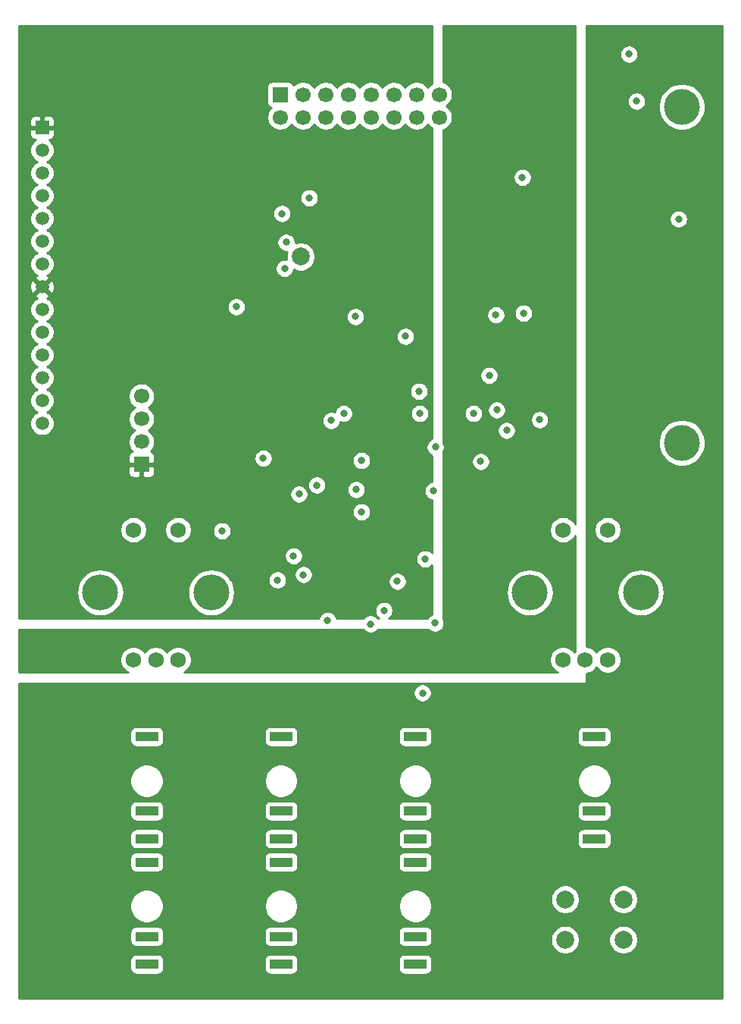
<source format=gbr>
G04 #@! TF.GenerationSoftware,KiCad,Pcbnew,(5.1.0)-1*
G04 #@! TF.CreationDate,2019-07-28T15:16:17+01:00*
G04 #@! TF.ProjectId,oscar,6f736361-722e-46b6-9963-61645f706362,rev?*
G04 #@! TF.SameCoordinates,Original*
G04 #@! TF.FileFunction,Copper,L3,Inr*
G04 #@! TF.FilePolarity,Positive*
%FSLAX46Y46*%
G04 Gerber Fmt 4.6, Leading zero omitted, Abs format (unit mm)*
G04 Created by KiCad (PCBNEW (5.1.0)-1) date 2019-07-28 15:16:17*
%MOMM*%
%LPD*%
G04 APERTURE LIST*
%ADD10C,4.000000*%
%ADD11C,1.500000*%
%ADD12R,1.500000X1.500000*%
%ADD13C,2.000000*%
%ADD14C,1.700000*%
%ADD15R,1.700000X1.700000*%
%ADD16R,2.500000X1.000000*%
%ADD17O,4.000000X4.000000*%
%ADD18C,1.750000*%
%ADD19C,0.800000*%
%ADD20C,0.254000*%
G04 APERTURE END LIST*
D10*
X194780000Y-59770000D03*
D11*
X123300000Y-95100000D03*
X123300000Y-92560000D03*
X123300000Y-90020000D03*
X123300000Y-87480000D03*
X123300000Y-84940000D03*
X123300000Y-82400000D03*
X123300000Y-79860000D03*
X123300000Y-77320000D03*
X123300000Y-74780000D03*
X123300000Y-72240000D03*
X123300000Y-69700000D03*
X123300000Y-67160000D03*
X123300000Y-64620000D03*
D12*
X123300000Y-62080000D03*
D10*
X194780000Y-97270000D03*
D13*
X152200000Y-76500000D03*
D14*
X134400000Y-92080000D03*
X134400000Y-94620000D03*
X134400000Y-97160000D03*
D15*
X134400000Y-99700000D03*
D16*
X135000000Y-141480000D03*
X135000000Y-138380000D03*
X135000000Y-130080000D03*
X150000000Y-141480000D03*
X150000000Y-138380000D03*
X150000000Y-130080000D03*
X165000000Y-141480000D03*
X165000000Y-138380000D03*
X165000000Y-130080000D03*
X135000000Y-144080000D03*
X135000000Y-152380000D03*
X135000000Y-155480000D03*
X150000000Y-144080000D03*
X150000000Y-152380000D03*
X150000000Y-155480000D03*
X165000000Y-144080000D03*
X165000000Y-152380000D03*
X165000000Y-155480000D03*
X185000000Y-130080000D03*
X185000000Y-138380000D03*
X185000000Y-141480000D03*
D15*
X149900000Y-58400000D03*
D14*
X149900000Y-60940000D03*
X152440000Y-58400000D03*
X152440000Y-60940000D03*
X154980000Y-58400000D03*
X154980000Y-60940000D03*
X157520000Y-58400000D03*
X157520000Y-60940000D03*
X160060000Y-58400000D03*
X160060000Y-60940000D03*
X162600000Y-58400000D03*
X162600000Y-60940000D03*
X165140000Y-60940000D03*
X165140000Y-58400000D03*
X167680000Y-58400000D03*
X167680000Y-60940000D03*
D17*
X129800000Y-114000000D03*
X142200000Y-114000000D03*
D18*
X133500000Y-107000000D03*
X138500000Y-107000000D03*
X136000000Y-121500000D03*
X138500000Y-121500000D03*
X133500000Y-121500000D03*
X181500000Y-121500000D03*
X186500000Y-121500000D03*
X184000000Y-121500000D03*
X186500000Y-107000000D03*
X181500000Y-107000000D03*
D17*
X190200000Y-114000000D03*
X177800000Y-114000000D03*
D13*
X188250000Y-148250000D03*
X188250000Y-152750000D03*
X181750000Y-148250000D03*
X181750000Y-152750000D03*
D19*
X149000000Y-97000000D03*
X144900000Y-78100000D03*
X163799154Y-110299154D03*
X160200000Y-73280000D03*
X161100000Y-81900000D03*
X148250000Y-109750000D03*
X164800000Y-98200000D03*
X173250000Y-89750000D03*
X167250000Y-97750000D03*
X148000000Y-99000000D03*
X157000000Y-94000000D03*
X159000000Y-105000000D03*
X150100000Y-71700000D03*
X145000000Y-82100000D03*
X151400000Y-109900000D03*
X143400000Y-107100000D03*
X155200000Y-117100000D03*
X159000000Y-99250000D03*
X153160000Y-69950000D03*
X176960000Y-67650000D03*
X194430000Y-72300000D03*
X189730000Y-59140000D03*
X188890000Y-53900000D03*
X158310000Y-83190000D03*
X165400000Y-91530000D03*
X172310000Y-99360000D03*
X167040000Y-102640000D03*
X166110000Y-110250000D03*
X150575000Y-74900000D03*
X150400000Y-77825000D03*
X174100000Y-93600000D03*
X178900000Y-94700000D03*
X177100000Y-82800000D03*
X149600000Y-112600000D03*
X165800000Y-125200000D03*
X167200000Y-117400000D03*
X155600000Y-94800000D03*
X163000000Y-112750000D03*
X154000000Y-126700000D03*
X186580000Y-67420000D03*
X171300000Y-83100000D03*
X154000000Y-120500000D03*
X174600000Y-109000000D03*
X180660000Y-51920000D03*
X171500000Y-94000000D03*
X165500000Y-94000000D03*
X152000000Y-103000000D03*
X154000000Y-102000000D03*
X160000000Y-117500000D03*
X161500000Y-116000000D03*
X158400000Y-102500000D03*
X175200000Y-95900000D03*
X174000000Y-83000000D03*
X152500000Y-112000000D03*
X163900000Y-85400000D03*
D20*
G36*
X166873000Y-57153226D02*
G01*
X166733368Y-57246525D01*
X166526525Y-57453368D01*
X166410000Y-57627760D01*
X166293475Y-57453368D01*
X166086632Y-57246525D01*
X165843411Y-57084010D01*
X165573158Y-56972068D01*
X165286260Y-56915000D01*
X164993740Y-56915000D01*
X164706842Y-56972068D01*
X164436589Y-57084010D01*
X164193368Y-57246525D01*
X163986525Y-57453368D01*
X163870000Y-57627760D01*
X163753475Y-57453368D01*
X163546632Y-57246525D01*
X163303411Y-57084010D01*
X163033158Y-56972068D01*
X162746260Y-56915000D01*
X162453740Y-56915000D01*
X162166842Y-56972068D01*
X161896589Y-57084010D01*
X161653368Y-57246525D01*
X161446525Y-57453368D01*
X161330000Y-57627760D01*
X161213475Y-57453368D01*
X161006632Y-57246525D01*
X160763411Y-57084010D01*
X160493158Y-56972068D01*
X160206260Y-56915000D01*
X159913740Y-56915000D01*
X159626842Y-56972068D01*
X159356589Y-57084010D01*
X159113368Y-57246525D01*
X158906525Y-57453368D01*
X158790000Y-57627760D01*
X158673475Y-57453368D01*
X158466632Y-57246525D01*
X158223411Y-57084010D01*
X157953158Y-56972068D01*
X157666260Y-56915000D01*
X157373740Y-56915000D01*
X157086842Y-56972068D01*
X156816589Y-57084010D01*
X156573368Y-57246525D01*
X156366525Y-57453368D01*
X156250000Y-57627760D01*
X156133475Y-57453368D01*
X155926632Y-57246525D01*
X155683411Y-57084010D01*
X155413158Y-56972068D01*
X155126260Y-56915000D01*
X154833740Y-56915000D01*
X154546842Y-56972068D01*
X154276589Y-57084010D01*
X154033368Y-57246525D01*
X153826525Y-57453368D01*
X153710000Y-57627760D01*
X153593475Y-57453368D01*
X153386632Y-57246525D01*
X153143411Y-57084010D01*
X152873158Y-56972068D01*
X152586260Y-56915000D01*
X152293740Y-56915000D01*
X152006842Y-56972068D01*
X151736589Y-57084010D01*
X151493368Y-57246525D01*
X151361513Y-57378380D01*
X151339502Y-57305820D01*
X151280537Y-57195506D01*
X151201185Y-57098815D01*
X151104494Y-57019463D01*
X150994180Y-56960498D01*
X150874482Y-56924188D01*
X150750000Y-56911928D01*
X149050000Y-56911928D01*
X148925518Y-56924188D01*
X148805820Y-56960498D01*
X148695506Y-57019463D01*
X148598815Y-57098815D01*
X148519463Y-57195506D01*
X148460498Y-57305820D01*
X148424188Y-57425518D01*
X148411928Y-57550000D01*
X148411928Y-59250000D01*
X148424188Y-59374482D01*
X148460498Y-59494180D01*
X148519463Y-59604494D01*
X148598815Y-59701185D01*
X148695506Y-59780537D01*
X148805820Y-59839502D01*
X148878380Y-59861513D01*
X148746525Y-59993368D01*
X148584010Y-60236589D01*
X148472068Y-60506842D01*
X148415000Y-60793740D01*
X148415000Y-61086260D01*
X148472068Y-61373158D01*
X148584010Y-61643411D01*
X148746525Y-61886632D01*
X148953368Y-62093475D01*
X149196589Y-62255990D01*
X149466842Y-62367932D01*
X149753740Y-62425000D01*
X150046260Y-62425000D01*
X150333158Y-62367932D01*
X150603411Y-62255990D01*
X150846632Y-62093475D01*
X151053475Y-61886632D01*
X151170000Y-61712240D01*
X151286525Y-61886632D01*
X151493368Y-62093475D01*
X151736589Y-62255990D01*
X152006842Y-62367932D01*
X152293740Y-62425000D01*
X152586260Y-62425000D01*
X152873158Y-62367932D01*
X153143411Y-62255990D01*
X153386632Y-62093475D01*
X153593475Y-61886632D01*
X153710000Y-61712240D01*
X153826525Y-61886632D01*
X154033368Y-62093475D01*
X154276589Y-62255990D01*
X154546842Y-62367932D01*
X154833740Y-62425000D01*
X155126260Y-62425000D01*
X155413158Y-62367932D01*
X155683411Y-62255990D01*
X155926632Y-62093475D01*
X156133475Y-61886632D01*
X156250000Y-61712240D01*
X156366525Y-61886632D01*
X156573368Y-62093475D01*
X156816589Y-62255990D01*
X157086842Y-62367932D01*
X157373740Y-62425000D01*
X157666260Y-62425000D01*
X157953158Y-62367932D01*
X158223411Y-62255990D01*
X158466632Y-62093475D01*
X158673475Y-61886632D01*
X158790000Y-61712240D01*
X158906525Y-61886632D01*
X159113368Y-62093475D01*
X159356589Y-62255990D01*
X159626842Y-62367932D01*
X159913740Y-62425000D01*
X160206260Y-62425000D01*
X160493158Y-62367932D01*
X160763411Y-62255990D01*
X161006632Y-62093475D01*
X161213475Y-61886632D01*
X161330000Y-61712240D01*
X161446525Y-61886632D01*
X161653368Y-62093475D01*
X161896589Y-62255990D01*
X162166842Y-62367932D01*
X162453740Y-62425000D01*
X162746260Y-62425000D01*
X163033158Y-62367932D01*
X163303411Y-62255990D01*
X163546632Y-62093475D01*
X163753475Y-61886632D01*
X163870000Y-61712240D01*
X163986525Y-61886632D01*
X164193368Y-62093475D01*
X164436589Y-62255990D01*
X164706842Y-62367932D01*
X164993740Y-62425000D01*
X165286260Y-62425000D01*
X165573158Y-62367932D01*
X165843411Y-62255990D01*
X166086632Y-62093475D01*
X166293475Y-61886632D01*
X166410000Y-61712240D01*
X166526525Y-61886632D01*
X166733368Y-62093475D01*
X166873000Y-62186774D01*
X166873000Y-96785882D01*
X166759744Y-96832795D01*
X166590226Y-96946063D01*
X166446063Y-97090226D01*
X166332795Y-97259744D01*
X166254774Y-97448102D01*
X166215000Y-97648061D01*
X166215000Y-97851939D01*
X166254774Y-98051898D01*
X166332795Y-98240256D01*
X166446063Y-98409774D01*
X166590226Y-98553937D01*
X166759744Y-98667205D01*
X166873000Y-98714118D01*
X166873000Y-101617941D01*
X166738102Y-101644774D01*
X166549744Y-101722795D01*
X166380226Y-101836063D01*
X166236063Y-101980226D01*
X166122795Y-102149744D01*
X166044774Y-102338102D01*
X166005000Y-102538061D01*
X166005000Y-102741939D01*
X166044774Y-102941898D01*
X166122795Y-103130256D01*
X166236063Y-103299774D01*
X166380226Y-103443937D01*
X166549744Y-103557205D01*
X166738102Y-103635226D01*
X166873000Y-103662059D01*
X166873000Y-109549289D01*
X166769774Y-109446063D01*
X166600256Y-109332795D01*
X166411898Y-109254774D01*
X166211939Y-109215000D01*
X166008061Y-109215000D01*
X165808102Y-109254774D01*
X165619744Y-109332795D01*
X165450226Y-109446063D01*
X165306063Y-109590226D01*
X165192795Y-109759744D01*
X165114774Y-109948102D01*
X165075000Y-110148061D01*
X165075000Y-110351939D01*
X165114774Y-110551898D01*
X165192795Y-110740256D01*
X165306063Y-110909774D01*
X165450226Y-111053937D01*
X165619744Y-111167205D01*
X165808102Y-111245226D01*
X166008061Y-111285000D01*
X166211939Y-111285000D01*
X166411898Y-111245226D01*
X166600256Y-111167205D01*
X166769774Y-111053937D01*
X166873000Y-110950711D01*
X166873000Y-116415172D01*
X166709744Y-116482795D01*
X166540226Y-116596063D01*
X166396063Y-116740226D01*
X166307346Y-116873000D01*
X162056414Y-116873000D01*
X162159774Y-116803937D01*
X162303937Y-116659774D01*
X162417205Y-116490256D01*
X162495226Y-116301898D01*
X162535000Y-116101939D01*
X162535000Y-115898061D01*
X162495226Y-115698102D01*
X162417205Y-115509744D01*
X162303937Y-115340226D01*
X162159774Y-115196063D01*
X161990256Y-115082795D01*
X161801898Y-115004774D01*
X161601939Y-114965000D01*
X161398061Y-114965000D01*
X161198102Y-115004774D01*
X161009744Y-115082795D01*
X160840226Y-115196063D01*
X160696063Y-115340226D01*
X160582795Y-115509744D01*
X160504774Y-115698102D01*
X160465000Y-115898061D01*
X160465000Y-116101939D01*
X160504774Y-116301898D01*
X160582795Y-116490256D01*
X160696063Y-116659774D01*
X160840226Y-116803937D01*
X160943586Y-116873000D01*
X160825836Y-116873000D01*
X160803937Y-116840226D01*
X160659774Y-116696063D01*
X160490256Y-116582795D01*
X160301898Y-116504774D01*
X160101939Y-116465000D01*
X159898061Y-116465000D01*
X159698102Y-116504774D01*
X159509744Y-116582795D01*
X159340226Y-116696063D01*
X159196063Y-116840226D01*
X159174164Y-116873000D01*
X156210124Y-116873000D01*
X156195226Y-116798102D01*
X156117205Y-116609744D01*
X156003937Y-116440226D01*
X155859774Y-116296063D01*
X155690256Y-116182795D01*
X155501898Y-116104774D01*
X155301939Y-116065000D01*
X155098061Y-116065000D01*
X154898102Y-116104774D01*
X154709744Y-116182795D01*
X154540226Y-116296063D01*
X154396063Y-116440226D01*
X154282795Y-116609744D01*
X154204774Y-116798102D01*
X154189876Y-116873000D01*
X120695000Y-116873000D01*
X120695000Y-114000000D01*
X127152251Y-114000000D01*
X127203127Y-114516550D01*
X127353799Y-115013250D01*
X127598477Y-115471011D01*
X127927759Y-115872241D01*
X128328989Y-116201523D01*
X128786750Y-116446201D01*
X129283450Y-116596873D01*
X129670558Y-116635000D01*
X129929442Y-116635000D01*
X130316550Y-116596873D01*
X130813250Y-116446201D01*
X131271011Y-116201523D01*
X131672241Y-115872241D01*
X132001523Y-115471011D01*
X132246201Y-115013250D01*
X132396873Y-114516550D01*
X132447749Y-114000000D01*
X139552251Y-114000000D01*
X139603127Y-114516550D01*
X139753799Y-115013250D01*
X139998477Y-115471011D01*
X140327759Y-115872241D01*
X140728989Y-116201523D01*
X141186750Y-116446201D01*
X141683450Y-116596873D01*
X142070558Y-116635000D01*
X142329442Y-116635000D01*
X142716550Y-116596873D01*
X143213250Y-116446201D01*
X143671011Y-116201523D01*
X144072241Y-115872241D01*
X144401523Y-115471011D01*
X144646201Y-115013250D01*
X144796873Y-114516550D01*
X144847749Y-114000000D01*
X144796873Y-113483450D01*
X144646201Y-112986750D01*
X144401523Y-112528989D01*
X144376141Y-112498061D01*
X148565000Y-112498061D01*
X148565000Y-112701939D01*
X148604774Y-112901898D01*
X148682795Y-113090256D01*
X148796063Y-113259774D01*
X148940226Y-113403937D01*
X149109744Y-113517205D01*
X149298102Y-113595226D01*
X149498061Y-113635000D01*
X149701939Y-113635000D01*
X149901898Y-113595226D01*
X150090256Y-113517205D01*
X150259774Y-113403937D01*
X150403937Y-113259774D01*
X150517205Y-113090256D01*
X150595226Y-112901898D01*
X150635000Y-112701939D01*
X150635000Y-112498061D01*
X150595226Y-112298102D01*
X150517205Y-112109744D01*
X150403937Y-111940226D01*
X150361772Y-111898061D01*
X151465000Y-111898061D01*
X151465000Y-112101939D01*
X151504774Y-112301898D01*
X151582795Y-112490256D01*
X151696063Y-112659774D01*
X151840226Y-112803937D01*
X152009744Y-112917205D01*
X152198102Y-112995226D01*
X152398061Y-113035000D01*
X152601939Y-113035000D01*
X152801898Y-112995226D01*
X152990256Y-112917205D01*
X153159774Y-112803937D01*
X153303937Y-112659774D01*
X153311763Y-112648061D01*
X161965000Y-112648061D01*
X161965000Y-112851939D01*
X162004774Y-113051898D01*
X162082795Y-113240256D01*
X162196063Y-113409774D01*
X162340226Y-113553937D01*
X162509744Y-113667205D01*
X162698102Y-113745226D01*
X162898061Y-113785000D01*
X163101939Y-113785000D01*
X163301898Y-113745226D01*
X163490256Y-113667205D01*
X163659774Y-113553937D01*
X163803937Y-113409774D01*
X163917205Y-113240256D01*
X163995226Y-113051898D01*
X164035000Y-112851939D01*
X164035000Y-112648061D01*
X163995226Y-112448102D01*
X163917205Y-112259744D01*
X163803937Y-112090226D01*
X163659774Y-111946063D01*
X163490256Y-111832795D01*
X163301898Y-111754774D01*
X163101939Y-111715000D01*
X162898061Y-111715000D01*
X162698102Y-111754774D01*
X162509744Y-111832795D01*
X162340226Y-111946063D01*
X162196063Y-112090226D01*
X162082795Y-112259744D01*
X162004774Y-112448102D01*
X161965000Y-112648061D01*
X153311763Y-112648061D01*
X153417205Y-112490256D01*
X153495226Y-112301898D01*
X153535000Y-112101939D01*
X153535000Y-111898061D01*
X153495226Y-111698102D01*
X153417205Y-111509744D01*
X153303937Y-111340226D01*
X153159774Y-111196063D01*
X152990256Y-111082795D01*
X152801898Y-111004774D01*
X152601939Y-110965000D01*
X152398061Y-110965000D01*
X152198102Y-111004774D01*
X152009744Y-111082795D01*
X151840226Y-111196063D01*
X151696063Y-111340226D01*
X151582795Y-111509744D01*
X151504774Y-111698102D01*
X151465000Y-111898061D01*
X150361772Y-111898061D01*
X150259774Y-111796063D01*
X150090256Y-111682795D01*
X149901898Y-111604774D01*
X149701939Y-111565000D01*
X149498061Y-111565000D01*
X149298102Y-111604774D01*
X149109744Y-111682795D01*
X148940226Y-111796063D01*
X148796063Y-111940226D01*
X148682795Y-112109744D01*
X148604774Y-112298102D01*
X148565000Y-112498061D01*
X144376141Y-112498061D01*
X144072241Y-112127759D01*
X143671011Y-111798477D01*
X143213250Y-111553799D01*
X142716550Y-111403127D01*
X142329442Y-111365000D01*
X142070558Y-111365000D01*
X141683450Y-111403127D01*
X141186750Y-111553799D01*
X140728989Y-111798477D01*
X140327759Y-112127759D01*
X139998477Y-112528989D01*
X139753799Y-112986750D01*
X139603127Y-113483450D01*
X139552251Y-114000000D01*
X132447749Y-114000000D01*
X132396873Y-113483450D01*
X132246201Y-112986750D01*
X132001523Y-112528989D01*
X131672241Y-112127759D01*
X131271011Y-111798477D01*
X130813250Y-111553799D01*
X130316550Y-111403127D01*
X129929442Y-111365000D01*
X129670558Y-111365000D01*
X129283450Y-111403127D01*
X128786750Y-111553799D01*
X128328989Y-111798477D01*
X127927759Y-112127759D01*
X127598477Y-112528989D01*
X127353799Y-112986750D01*
X127203127Y-113483450D01*
X127152251Y-114000000D01*
X120695000Y-114000000D01*
X120695000Y-109798061D01*
X150365000Y-109798061D01*
X150365000Y-110001939D01*
X150404774Y-110201898D01*
X150482795Y-110390256D01*
X150596063Y-110559774D01*
X150740226Y-110703937D01*
X150909744Y-110817205D01*
X151098102Y-110895226D01*
X151298061Y-110935000D01*
X151501939Y-110935000D01*
X151701898Y-110895226D01*
X151890256Y-110817205D01*
X152059774Y-110703937D01*
X152203937Y-110559774D01*
X152317205Y-110390256D01*
X152395226Y-110201898D01*
X152435000Y-110001939D01*
X152435000Y-109798061D01*
X152395226Y-109598102D01*
X152317205Y-109409744D01*
X152203937Y-109240226D01*
X152059774Y-109096063D01*
X151890256Y-108982795D01*
X151701898Y-108904774D01*
X151501939Y-108865000D01*
X151298061Y-108865000D01*
X151098102Y-108904774D01*
X150909744Y-108982795D01*
X150740226Y-109096063D01*
X150596063Y-109240226D01*
X150482795Y-109409744D01*
X150404774Y-109598102D01*
X150365000Y-109798061D01*
X120695000Y-109798061D01*
X120695000Y-106851278D01*
X131990000Y-106851278D01*
X131990000Y-107148722D01*
X132048029Y-107440451D01*
X132161856Y-107715253D01*
X132327107Y-107962569D01*
X132537431Y-108172893D01*
X132784747Y-108338144D01*
X133059549Y-108451971D01*
X133351278Y-108510000D01*
X133648722Y-108510000D01*
X133940451Y-108451971D01*
X134215253Y-108338144D01*
X134462569Y-108172893D01*
X134672893Y-107962569D01*
X134838144Y-107715253D01*
X134951971Y-107440451D01*
X135010000Y-107148722D01*
X135010000Y-106851278D01*
X136990000Y-106851278D01*
X136990000Y-107148722D01*
X137048029Y-107440451D01*
X137161856Y-107715253D01*
X137327107Y-107962569D01*
X137537431Y-108172893D01*
X137784747Y-108338144D01*
X138059549Y-108451971D01*
X138351278Y-108510000D01*
X138648722Y-108510000D01*
X138940451Y-108451971D01*
X139215253Y-108338144D01*
X139462569Y-108172893D01*
X139672893Y-107962569D01*
X139838144Y-107715253D01*
X139951971Y-107440451D01*
X140010000Y-107148722D01*
X140010000Y-106998061D01*
X142365000Y-106998061D01*
X142365000Y-107201939D01*
X142404774Y-107401898D01*
X142482795Y-107590256D01*
X142596063Y-107759774D01*
X142740226Y-107903937D01*
X142909744Y-108017205D01*
X143098102Y-108095226D01*
X143298061Y-108135000D01*
X143501939Y-108135000D01*
X143701898Y-108095226D01*
X143890256Y-108017205D01*
X144059774Y-107903937D01*
X144203937Y-107759774D01*
X144317205Y-107590256D01*
X144395226Y-107401898D01*
X144435000Y-107201939D01*
X144435000Y-106998061D01*
X144395226Y-106798102D01*
X144317205Y-106609744D01*
X144203937Y-106440226D01*
X144059774Y-106296063D01*
X143890256Y-106182795D01*
X143701898Y-106104774D01*
X143501939Y-106065000D01*
X143298061Y-106065000D01*
X143098102Y-106104774D01*
X142909744Y-106182795D01*
X142740226Y-106296063D01*
X142596063Y-106440226D01*
X142482795Y-106609744D01*
X142404774Y-106798102D01*
X142365000Y-106998061D01*
X140010000Y-106998061D01*
X140010000Y-106851278D01*
X139951971Y-106559549D01*
X139838144Y-106284747D01*
X139672893Y-106037431D01*
X139462569Y-105827107D01*
X139215253Y-105661856D01*
X138940451Y-105548029D01*
X138648722Y-105490000D01*
X138351278Y-105490000D01*
X138059549Y-105548029D01*
X137784747Y-105661856D01*
X137537431Y-105827107D01*
X137327107Y-106037431D01*
X137161856Y-106284747D01*
X137048029Y-106559549D01*
X136990000Y-106851278D01*
X135010000Y-106851278D01*
X134951971Y-106559549D01*
X134838144Y-106284747D01*
X134672893Y-106037431D01*
X134462569Y-105827107D01*
X134215253Y-105661856D01*
X133940451Y-105548029D01*
X133648722Y-105490000D01*
X133351278Y-105490000D01*
X133059549Y-105548029D01*
X132784747Y-105661856D01*
X132537431Y-105827107D01*
X132327107Y-106037431D01*
X132161856Y-106284747D01*
X132048029Y-106559549D01*
X131990000Y-106851278D01*
X120695000Y-106851278D01*
X120695000Y-104898061D01*
X157965000Y-104898061D01*
X157965000Y-105101939D01*
X158004774Y-105301898D01*
X158082795Y-105490256D01*
X158196063Y-105659774D01*
X158340226Y-105803937D01*
X158509744Y-105917205D01*
X158698102Y-105995226D01*
X158898061Y-106035000D01*
X159101939Y-106035000D01*
X159301898Y-105995226D01*
X159490256Y-105917205D01*
X159659774Y-105803937D01*
X159803937Y-105659774D01*
X159917205Y-105490256D01*
X159995226Y-105301898D01*
X160035000Y-105101939D01*
X160035000Y-104898061D01*
X159995226Y-104698102D01*
X159917205Y-104509744D01*
X159803937Y-104340226D01*
X159659774Y-104196063D01*
X159490256Y-104082795D01*
X159301898Y-104004774D01*
X159101939Y-103965000D01*
X158898061Y-103965000D01*
X158698102Y-104004774D01*
X158509744Y-104082795D01*
X158340226Y-104196063D01*
X158196063Y-104340226D01*
X158082795Y-104509744D01*
X158004774Y-104698102D01*
X157965000Y-104898061D01*
X120695000Y-104898061D01*
X120695000Y-102898061D01*
X150965000Y-102898061D01*
X150965000Y-103101939D01*
X151004774Y-103301898D01*
X151082795Y-103490256D01*
X151196063Y-103659774D01*
X151340226Y-103803937D01*
X151509744Y-103917205D01*
X151698102Y-103995226D01*
X151898061Y-104035000D01*
X152101939Y-104035000D01*
X152301898Y-103995226D01*
X152490256Y-103917205D01*
X152659774Y-103803937D01*
X152803937Y-103659774D01*
X152917205Y-103490256D01*
X152995226Y-103301898D01*
X153035000Y-103101939D01*
X153035000Y-102898061D01*
X152995226Y-102698102D01*
X152917205Y-102509744D01*
X152803937Y-102340226D01*
X152659774Y-102196063D01*
X152490256Y-102082795D01*
X152301898Y-102004774D01*
X152101939Y-101965000D01*
X151898061Y-101965000D01*
X151698102Y-102004774D01*
X151509744Y-102082795D01*
X151340226Y-102196063D01*
X151196063Y-102340226D01*
X151082795Y-102509744D01*
X151004774Y-102698102D01*
X150965000Y-102898061D01*
X120695000Y-102898061D01*
X120695000Y-101898061D01*
X152965000Y-101898061D01*
X152965000Y-102101939D01*
X153004774Y-102301898D01*
X153082795Y-102490256D01*
X153196063Y-102659774D01*
X153340226Y-102803937D01*
X153509744Y-102917205D01*
X153698102Y-102995226D01*
X153898061Y-103035000D01*
X154101939Y-103035000D01*
X154301898Y-102995226D01*
X154490256Y-102917205D01*
X154659774Y-102803937D01*
X154803937Y-102659774D01*
X154917205Y-102490256D01*
X154955393Y-102398061D01*
X157365000Y-102398061D01*
X157365000Y-102601939D01*
X157404774Y-102801898D01*
X157482795Y-102990256D01*
X157596063Y-103159774D01*
X157740226Y-103303937D01*
X157909744Y-103417205D01*
X158098102Y-103495226D01*
X158298061Y-103535000D01*
X158501939Y-103535000D01*
X158701898Y-103495226D01*
X158890256Y-103417205D01*
X159059774Y-103303937D01*
X159203937Y-103159774D01*
X159317205Y-102990256D01*
X159395226Y-102801898D01*
X159435000Y-102601939D01*
X159435000Y-102398061D01*
X159395226Y-102198102D01*
X159317205Y-102009744D01*
X159203937Y-101840226D01*
X159059774Y-101696063D01*
X158890256Y-101582795D01*
X158701898Y-101504774D01*
X158501939Y-101465000D01*
X158298061Y-101465000D01*
X158098102Y-101504774D01*
X157909744Y-101582795D01*
X157740226Y-101696063D01*
X157596063Y-101840226D01*
X157482795Y-102009744D01*
X157404774Y-102198102D01*
X157365000Y-102398061D01*
X154955393Y-102398061D01*
X154995226Y-102301898D01*
X155035000Y-102101939D01*
X155035000Y-101898061D01*
X154995226Y-101698102D01*
X154917205Y-101509744D01*
X154803937Y-101340226D01*
X154659774Y-101196063D01*
X154490256Y-101082795D01*
X154301898Y-101004774D01*
X154101939Y-100965000D01*
X153898061Y-100965000D01*
X153698102Y-101004774D01*
X153509744Y-101082795D01*
X153340226Y-101196063D01*
X153196063Y-101340226D01*
X153082795Y-101509744D01*
X153004774Y-101698102D01*
X152965000Y-101898061D01*
X120695000Y-101898061D01*
X120695000Y-100550000D01*
X132911928Y-100550000D01*
X132924188Y-100674482D01*
X132960498Y-100794180D01*
X133019463Y-100904494D01*
X133098815Y-101001185D01*
X133195506Y-101080537D01*
X133305820Y-101139502D01*
X133425518Y-101175812D01*
X133550000Y-101188072D01*
X134114250Y-101185000D01*
X134273000Y-101026250D01*
X134273000Y-99827000D01*
X134527000Y-99827000D01*
X134527000Y-101026250D01*
X134685750Y-101185000D01*
X135250000Y-101188072D01*
X135374482Y-101175812D01*
X135494180Y-101139502D01*
X135604494Y-101080537D01*
X135701185Y-101001185D01*
X135780537Y-100904494D01*
X135839502Y-100794180D01*
X135875812Y-100674482D01*
X135888072Y-100550000D01*
X135885000Y-99985750D01*
X135726250Y-99827000D01*
X134527000Y-99827000D01*
X134273000Y-99827000D01*
X133073750Y-99827000D01*
X132915000Y-99985750D01*
X132911928Y-100550000D01*
X120695000Y-100550000D01*
X120695000Y-98850000D01*
X132911928Y-98850000D01*
X132915000Y-99414250D01*
X133073750Y-99573000D01*
X134273000Y-99573000D01*
X134273000Y-99553000D01*
X134527000Y-99553000D01*
X134527000Y-99573000D01*
X135726250Y-99573000D01*
X135885000Y-99414250D01*
X135887810Y-98898061D01*
X146965000Y-98898061D01*
X146965000Y-99101939D01*
X147004774Y-99301898D01*
X147082795Y-99490256D01*
X147196063Y-99659774D01*
X147340226Y-99803937D01*
X147509744Y-99917205D01*
X147698102Y-99995226D01*
X147898061Y-100035000D01*
X148101939Y-100035000D01*
X148301898Y-99995226D01*
X148490256Y-99917205D01*
X148659774Y-99803937D01*
X148803937Y-99659774D01*
X148917205Y-99490256D01*
X148995226Y-99301898D01*
X149025825Y-99148061D01*
X157965000Y-99148061D01*
X157965000Y-99351939D01*
X158004774Y-99551898D01*
X158082795Y-99740256D01*
X158196063Y-99909774D01*
X158340226Y-100053937D01*
X158509744Y-100167205D01*
X158698102Y-100245226D01*
X158898061Y-100285000D01*
X159101939Y-100285000D01*
X159301898Y-100245226D01*
X159490256Y-100167205D01*
X159659774Y-100053937D01*
X159803937Y-99909774D01*
X159917205Y-99740256D01*
X159995226Y-99551898D01*
X160035000Y-99351939D01*
X160035000Y-99148061D01*
X159995226Y-98948102D01*
X159917205Y-98759744D01*
X159803937Y-98590226D01*
X159659774Y-98446063D01*
X159490256Y-98332795D01*
X159301898Y-98254774D01*
X159101939Y-98215000D01*
X158898061Y-98215000D01*
X158698102Y-98254774D01*
X158509744Y-98332795D01*
X158340226Y-98446063D01*
X158196063Y-98590226D01*
X158082795Y-98759744D01*
X158004774Y-98948102D01*
X157965000Y-99148061D01*
X149025825Y-99148061D01*
X149035000Y-99101939D01*
X149035000Y-98898061D01*
X148995226Y-98698102D01*
X148917205Y-98509744D01*
X148803937Y-98340226D01*
X148659774Y-98196063D01*
X148490256Y-98082795D01*
X148301898Y-98004774D01*
X148101939Y-97965000D01*
X147898061Y-97965000D01*
X147698102Y-98004774D01*
X147509744Y-98082795D01*
X147340226Y-98196063D01*
X147196063Y-98340226D01*
X147082795Y-98509744D01*
X147004774Y-98698102D01*
X146965000Y-98898061D01*
X135887810Y-98898061D01*
X135888072Y-98850000D01*
X135875812Y-98725518D01*
X135839502Y-98605820D01*
X135780537Y-98495506D01*
X135701185Y-98398815D01*
X135604494Y-98319463D01*
X135494180Y-98260498D01*
X135421620Y-98238487D01*
X135553475Y-98106632D01*
X135715990Y-97863411D01*
X135827932Y-97593158D01*
X135885000Y-97306260D01*
X135885000Y-97013740D01*
X135827932Y-96726842D01*
X135715990Y-96456589D01*
X135553475Y-96213368D01*
X135346632Y-96006525D01*
X135172240Y-95890000D01*
X135346632Y-95773475D01*
X135553475Y-95566632D01*
X135715990Y-95323411D01*
X135827932Y-95053158D01*
X135885000Y-94766260D01*
X135885000Y-94698061D01*
X154565000Y-94698061D01*
X154565000Y-94901939D01*
X154604774Y-95101898D01*
X154682795Y-95290256D01*
X154796063Y-95459774D01*
X154940226Y-95603937D01*
X155109744Y-95717205D01*
X155298102Y-95795226D01*
X155498061Y-95835000D01*
X155701939Y-95835000D01*
X155901898Y-95795226D01*
X156090256Y-95717205D01*
X156259774Y-95603937D01*
X156403937Y-95459774D01*
X156517205Y-95290256D01*
X156595226Y-95101898D01*
X156622660Y-94963977D01*
X156698102Y-94995226D01*
X156898061Y-95035000D01*
X157101939Y-95035000D01*
X157301898Y-94995226D01*
X157490256Y-94917205D01*
X157659774Y-94803937D01*
X157803937Y-94659774D01*
X157917205Y-94490256D01*
X157995226Y-94301898D01*
X158035000Y-94101939D01*
X158035000Y-93898061D01*
X164465000Y-93898061D01*
X164465000Y-94101939D01*
X164504774Y-94301898D01*
X164582795Y-94490256D01*
X164696063Y-94659774D01*
X164840226Y-94803937D01*
X165009744Y-94917205D01*
X165198102Y-94995226D01*
X165398061Y-95035000D01*
X165601939Y-95035000D01*
X165801898Y-94995226D01*
X165990256Y-94917205D01*
X166159774Y-94803937D01*
X166303937Y-94659774D01*
X166417205Y-94490256D01*
X166495226Y-94301898D01*
X166535000Y-94101939D01*
X166535000Y-93898061D01*
X166495226Y-93698102D01*
X166417205Y-93509744D01*
X166303937Y-93340226D01*
X166159774Y-93196063D01*
X165990256Y-93082795D01*
X165801898Y-93004774D01*
X165601939Y-92965000D01*
X165398061Y-92965000D01*
X165198102Y-93004774D01*
X165009744Y-93082795D01*
X164840226Y-93196063D01*
X164696063Y-93340226D01*
X164582795Y-93509744D01*
X164504774Y-93698102D01*
X164465000Y-93898061D01*
X158035000Y-93898061D01*
X157995226Y-93698102D01*
X157917205Y-93509744D01*
X157803937Y-93340226D01*
X157659774Y-93196063D01*
X157490256Y-93082795D01*
X157301898Y-93004774D01*
X157101939Y-92965000D01*
X156898061Y-92965000D01*
X156698102Y-93004774D01*
X156509744Y-93082795D01*
X156340226Y-93196063D01*
X156196063Y-93340226D01*
X156082795Y-93509744D01*
X156004774Y-93698102D01*
X155977340Y-93836023D01*
X155901898Y-93804774D01*
X155701939Y-93765000D01*
X155498061Y-93765000D01*
X155298102Y-93804774D01*
X155109744Y-93882795D01*
X154940226Y-93996063D01*
X154796063Y-94140226D01*
X154682795Y-94309744D01*
X154604774Y-94498102D01*
X154565000Y-94698061D01*
X135885000Y-94698061D01*
X135885000Y-94473740D01*
X135827932Y-94186842D01*
X135715990Y-93916589D01*
X135553475Y-93673368D01*
X135346632Y-93466525D01*
X135172240Y-93350000D01*
X135346632Y-93233475D01*
X135553475Y-93026632D01*
X135715990Y-92783411D01*
X135827932Y-92513158D01*
X135885000Y-92226260D01*
X135885000Y-91933740D01*
X135827932Y-91646842D01*
X135737311Y-91428061D01*
X164365000Y-91428061D01*
X164365000Y-91631939D01*
X164404774Y-91831898D01*
X164482795Y-92020256D01*
X164596063Y-92189774D01*
X164740226Y-92333937D01*
X164909744Y-92447205D01*
X165098102Y-92525226D01*
X165298061Y-92565000D01*
X165501939Y-92565000D01*
X165701898Y-92525226D01*
X165890256Y-92447205D01*
X166059774Y-92333937D01*
X166203937Y-92189774D01*
X166317205Y-92020256D01*
X166395226Y-91831898D01*
X166435000Y-91631939D01*
X166435000Y-91428061D01*
X166395226Y-91228102D01*
X166317205Y-91039744D01*
X166203937Y-90870226D01*
X166059774Y-90726063D01*
X165890256Y-90612795D01*
X165701898Y-90534774D01*
X165501939Y-90495000D01*
X165298061Y-90495000D01*
X165098102Y-90534774D01*
X164909744Y-90612795D01*
X164740226Y-90726063D01*
X164596063Y-90870226D01*
X164482795Y-91039744D01*
X164404774Y-91228102D01*
X164365000Y-91428061D01*
X135737311Y-91428061D01*
X135715990Y-91376589D01*
X135553475Y-91133368D01*
X135346632Y-90926525D01*
X135103411Y-90764010D01*
X134833158Y-90652068D01*
X134546260Y-90595000D01*
X134253740Y-90595000D01*
X133966842Y-90652068D01*
X133696589Y-90764010D01*
X133453368Y-90926525D01*
X133246525Y-91133368D01*
X133084010Y-91376589D01*
X132972068Y-91646842D01*
X132915000Y-91933740D01*
X132915000Y-92226260D01*
X132972068Y-92513158D01*
X133084010Y-92783411D01*
X133246525Y-93026632D01*
X133453368Y-93233475D01*
X133627760Y-93350000D01*
X133453368Y-93466525D01*
X133246525Y-93673368D01*
X133084010Y-93916589D01*
X132972068Y-94186842D01*
X132915000Y-94473740D01*
X132915000Y-94766260D01*
X132972068Y-95053158D01*
X133084010Y-95323411D01*
X133246525Y-95566632D01*
X133453368Y-95773475D01*
X133627760Y-95890000D01*
X133453368Y-96006525D01*
X133246525Y-96213368D01*
X133084010Y-96456589D01*
X132972068Y-96726842D01*
X132915000Y-97013740D01*
X132915000Y-97306260D01*
X132972068Y-97593158D01*
X133084010Y-97863411D01*
X133246525Y-98106632D01*
X133378380Y-98238487D01*
X133305820Y-98260498D01*
X133195506Y-98319463D01*
X133098815Y-98398815D01*
X133019463Y-98495506D01*
X132960498Y-98605820D01*
X132924188Y-98725518D01*
X132911928Y-98850000D01*
X120695000Y-98850000D01*
X120695000Y-82263589D01*
X121915000Y-82263589D01*
X121915000Y-82536411D01*
X121968225Y-82803989D01*
X122072629Y-83056043D01*
X122224201Y-83282886D01*
X122417114Y-83475799D01*
X122643957Y-83627371D01*
X122746873Y-83670000D01*
X122643957Y-83712629D01*
X122417114Y-83864201D01*
X122224201Y-84057114D01*
X122072629Y-84283957D01*
X121968225Y-84536011D01*
X121915000Y-84803589D01*
X121915000Y-85076411D01*
X121968225Y-85343989D01*
X122072629Y-85596043D01*
X122224201Y-85822886D01*
X122417114Y-86015799D01*
X122643957Y-86167371D01*
X122746873Y-86210000D01*
X122643957Y-86252629D01*
X122417114Y-86404201D01*
X122224201Y-86597114D01*
X122072629Y-86823957D01*
X121968225Y-87076011D01*
X121915000Y-87343589D01*
X121915000Y-87616411D01*
X121968225Y-87883989D01*
X122072629Y-88136043D01*
X122224201Y-88362886D01*
X122417114Y-88555799D01*
X122643957Y-88707371D01*
X122746873Y-88750000D01*
X122643957Y-88792629D01*
X122417114Y-88944201D01*
X122224201Y-89137114D01*
X122072629Y-89363957D01*
X121968225Y-89616011D01*
X121915000Y-89883589D01*
X121915000Y-90156411D01*
X121968225Y-90423989D01*
X122072629Y-90676043D01*
X122224201Y-90902886D01*
X122417114Y-91095799D01*
X122643957Y-91247371D01*
X122746873Y-91290000D01*
X122643957Y-91332629D01*
X122417114Y-91484201D01*
X122224201Y-91677114D01*
X122072629Y-91903957D01*
X121968225Y-92156011D01*
X121915000Y-92423589D01*
X121915000Y-92696411D01*
X121968225Y-92963989D01*
X122072629Y-93216043D01*
X122224201Y-93442886D01*
X122417114Y-93635799D01*
X122643957Y-93787371D01*
X122746873Y-93830000D01*
X122643957Y-93872629D01*
X122417114Y-94024201D01*
X122224201Y-94217114D01*
X122072629Y-94443957D01*
X121968225Y-94696011D01*
X121915000Y-94963589D01*
X121915000Y-95236411D01*
X121968225Y-95503989D01*
X122072629Y-95756043D01*
X122224201Y-95982886D01*
X122417114Y-96175799D01*
X122643957Y-96327371D01*
X122896011Y-96431775D01*
X123163589Y-96485000D01*
X123436411Y-96485000D01*
X123703989Y-96431775D01*
X123956043Y-96327371D01*
X124182886Y-96175799D01*
X124375799Y-95982886D01*
X124527371Y-95756043D01*
X124631775Y-95503989D01*
X124685000Y-95236411D01*
X124685000Y-94963589D01*
X124631775Y-94696011D01*
X124527371Y-94443957D01*
X124375799Y-94217114D01*
X124182886Y-94024201D01*
X123956043Y-93872629D01*
X123853127Y-93830000D01*
X123956043Y-93787371D01*
X124182886Y-93635799D01*
X124375799Y-93442886D01*
X124527371Y-93216043D01*
X124631775Y-92963989D01*
X124685000Y-92696411D01*
X124685000Y-92423589D01*
X124631775Y-92156011D01*
X124527371Y-91903957D01*
X124375799Y-91677114D01*
X124182886Y-91484201D01*
X123956043Y-91332629D01*
X123853127Y-91290000D01*
X123956043Y-91247371D01*
X124182886Y-91095799D01*
X124375799Y-90902886D01*
X124527371Y-90676043D01*
X124631775Y-90423989D01*
X124685000Y-90156411D01*
X124685000Y-89883589D01*
X124631775Y-89616011D01*
X124527371Y-89363957D01*
X124375799Y-89137114D01*
X124182886Y-88944201D01*
X123956043Y-88792629D01*
X123853127Y-88750000D01*
X123956043Y-88707371D01*
X124182886Y-88555799D01*
X124375799Y-88362886D01*
X124527371Y-88136043D01*
X124631775Y-87883989D01*
X124685000Y-87616411D01*
X124685000Y-87343589D01*
X124631775Y-87076011D01*
X124527371Y-86823957D01*
X124375799Y-86597114D01*
X124182886Y-86404201D01*
X123956043Y-86252629D01*
X123853127Y-86210000D01*
X123956043Y-86167371D01*
X124182886Y-86015799D01*
X124375799Y-85822886D01*
X124527371Y-85596043D01*
X124631775Y-85343989D01*
X124640910Y-85298061D01*
X162865000Y-85298061D01*
X162865000Y-85501939D01*
X162904774Y-85701898D01*
X162982795Y-85890256D01*
X163096063Y-86059774D01*
X163240226Y-86203937D01*
X163409744Y-86317205D01*
X163598102Y-86395226D01*
X163798061Y-86435000D01*
X164001939Y-86435000D01*
X164201898Y-86395226D01*
X164390256Y-86317205D01*
X164559774Y-86203937D01*
X164703937Y-86059774D01*
X164817205Y-85890256D01*
X164895226Y-85701898D01*
X164935000Y-85501939D01*
X164935000Y-85298061D01*
X164895226Y-85098102D01*
X164817205Y-84909744D01*
X164703937Y-84740226D01*
X164559774Y-84596063D01*
X164390256Y-84482795D01*
X164201898Y-84404774D01*
X164001939Y-84365000D01*
X163798061Y-84365000D01*
X163598102Y-84404774D01*
X163409744Y-84482795D01*
X163240226Y-84596063D01*
X163096063Y-84740226D01*
X162982795Y-84909744D01*
X162904774Y-85098102D01*
X162865000Y-85298061D01*
X124640910Y-85298061D01*
X124685000Y-85076411D01*
X124685000Y-84803589D01*
X124631775Y-84536011D01*
X124527371Y-84283957D01*
X124375799Y-84057114D01*
X124182886Y-83864201D01*
X123956043Y-83712629D01*
X123853127Y-83670000D01*
X123956043Y-83627371D01*
X124182886Y-83475799D01*
X124375799Y-83282886D01*
X124527371Y-83056043D01*
X124631775Y-82803989D01*
X124685000Y-82536411D01*
X124685000Y-82263589D01*
X124632183Y-81998061D01*
X143965000Y-81998061D01*
X143965000Y-82201939D01*
X144004774Y-82401898D01*
X144082795Y-82590256D01*
X144196063Y-82759774D01*
X144340226Y-82903937D01*
X144509744Y-83017205D01*
X144698102Y-83095226D01*
X144898061Y-83135000D01*
X145101939Y-83135000D01*
X145301898Y-83095226D01*
X145319195Y-83088061D01*
X157275000Y-83088061D01*
X157275000Y-83291939D01*
X157314774Y-83491898D01*
X157392795Y-83680256D01*
X157506063Y-83849774D01*
X157650226Y-83993937D01*
X157819744Y-84107205D01*
X158008102Y-84185226D01*
X158208061Y-84225000D01*
X158411939Y-84225000D01*
X158611898Y-84185226D01*
X158800256Y-84107205D01*
X158969774Y-83993937D01*
X159113937Y-83849774D01*
X159227205Y-83680256D01*
X159305226Y-83491898D01*
X159345000Y-83291939D01*
X159345000Y-83088061D01*
X159305226Y-82888102D01*
X159227205Y-82699744D01*
X159113937Y-82530226D01*
X158969774Y-82386063D01*
X158800256Y-82272795D01*
X158611898Y-82194774D01*
X158411939Y-82155000D01*
X158208061Y-82155000D01*
X158008102Y-82194774D01*
X157819744Y-82272795D01*
X157650226Y-82386063D01*
X157506063Y-82530226D01*
X157392795Y-82699744D01*
X157314774Y-82888102D01*
X157275000Y-83088061D01*
X145319195Y-83088061D01*
X145490256Y-83017205D01*
X145659774Y-82903937D01*
X145803937Y-82759774D01*
X145917205Y-82590256D01*
X145995226Y-82401898D01*
X146035000Y-82201939D01*
X146035000Y-81998061D01*
X145995226Y-81798102D01*
X145917205Y-81609744D01*
X145803937Y-81440226D01*
X145659774Y-81296063D01*
X145490256Y-81182795D01*
X145301898Y-81104774D01*
X145101939Y-81065000D01*
X144898061Y-81065000D01*
X144698102Y-81104774D01*
X144509744Y-81182795D01*
X144340226Y-81296063D01*
X144196063Y-81440226D01*
X144082795Y-81609744D01*
X144004774Y-81798102D01*
X143965000Y-81998061D01*
X124632183Y-81998061D01*
X124631775Y-81996011D01*
X124527371Y-81743957D01*
X124375799Y-81517114D01*
X124182886Y-81324201D01*
X123956043Y-81172629D01*
X123856721Y-81131489D01*
X123898832Y-81116277D01*
X124011863Y-81055860D01*
X124077388Y-80816993D01*
X123300000Y-80039605D01*
X122522612Y-80816993D01*
X122588137Y-81055860D01*
X122746477Y-81130164D01*
X122643957Y-81172629D01*
X122417114Y-81324201D01*
X122224201Y-81517114D01*
X122072629Y-81743957D01*
X121968225Y-81996011D01*
X121915000Y-82263589D01*
X120695000Y-82263589D01*
X120695000Y-79932492D01*
X121910188Y-79932492D01*
X121951035Y-80202238D01*
X122043723Y-80458832D01*
X122104140Y-80571863D01*
X122343007Y-80637388D01*
X123120395Y-79860000D01*
X123479605Y-79860000D01*
X124256993Y-80637388D01*
X124495860Y-80571863D01*
X124611760Y-80324884D01*
X124677250Y-80060040D01*
X124689812Y-79787508D01*
X124648965Y-79517762D01*
X124556277Y-79261168D01*
X124495860Y-79148137D01*
X124256993Y-79082612D01*
X123479605Y-79860000D01*
X123120395Y-79860000D01*
X122343007Y-79082612D01*
X122104140Y-79148137D01*
X121988240Y-79395116D01*
X121922750Y-79659960D01*
X121910188Y-79932492D01*
X120695000Y-79932492D01*
X120695000Y-62830000D01*
X121911928Y-62830000D01*
X121924188Y-62954482D01*
X121960498Y-63074180D01*
X122019463Y-63184494D01*
X122098815Y-63281185D01*
X122195506Y-63360537D01*
X122305820Y-63419502D01*
X122425518Y-63455812D01*
X122533483Y-63466445D01*
X122417114Y-63544201D01*
X122224201Y-63737114D01*
X122072629Y-63963957D01*
X121968225Y-64216011D01*
X121915000Y-64483589D01*
X121915000Y-64756411D01*
X121968225Y-65023989D01*
X122072629Y-65276043D01*
X122224201Y-65502886D01*
X122417114Y-65695799D01*
X122643957Y-65847371D01*
X122746873Y-65890000D01*
X122643957Y-65932629D01*
X122417114Y-66084201D01*
X122224201Y-66277114D01*
X122072629Y-66503957D01*
X121968225Y-66756011D01*
X121915000Y-67023589D01*
X121915000Y-67296411D01*
X121968225Y-67563989D01*
X122072629Y-67816043D01*
X122224201Y-68042886D01*
X122417114Y-68235799D01*
X122643957Y-68387371D01*
X122746873Y-68430000D01*
X122643957Y-68472629D01*
X122417114Y-68624201D01*
X122224201Y-68817114D01*
X122072629Y-69043957D01*
X121968225Y-69296011D01*
X121915000Y-69563589D01*
X121915000Y-69836411D01*
X121968225Y-70103989D01*
X122072629Y-70356043D01*
X122224201Y-70582886D01*
X122417114Y-70775799D01*
X122643957Y-70927371D01*
X122746873Y-70970000D01*
X122643957Y-71012629D01*
X122417114Y-71164201D01*
X122224201Y-71357114D01*
X122072629Y-71583957D01*
X121968225Y-71836011D01*
X121915000Y-72103589D01*
X121915000Y-72376411D01*
X121968225Y-72643989D01*
X122072629Y-72896043D01*
X122224201Y-73122886D01*
X122417114Y-73315799D01*
X122643957Y-73467371D01*
X122746873Y-73510000D01*
X122643957Y-73552629D01*
X122417114Y-73704201D01*
X122224201Y-73897114D01*
X122072629Y-74123957D01*
X121968225Y-74376011D01*
X121915000Y-74643589D01*
X121915000Y-74916411D01*
X121968225Y-75183989D01*
X122072629Y-75436043D01*
X122224201Y-75662886D01*
X122417114Y-75855799D01*
X122643957Y-76007371D01*
X122746873Y-76050000D01*
X122643957Y-76092629D01*
X122417114Y-76244201D01*
X122224201Y-76437114D01*
X122072629Y-76663957D01*
X121968225Y-76916011D01*
X121915000Y-77183589D01*
X121915000Y-77456411D01*
X121968225Y-77723989D01*
X122072629Y-77976043D01*
X122224201Y-78202886D01*
X122417114Y-78395799D01*
X122643957Y-78547371D01*
X122743279Y-78588511D01*
X122701168Y-78603723D01*
X122588137Y-78664140D01*
X122522612Y-78903007D01*
X123300000Y-79680395D01*
X124077388Y-78903007D01*
X124011863Y-78664140D01*
X123853523Y-78589836D01*
X123956043Y-78547371D01*
X124182886Y-78395799D01*
X124375799Y-78202886D01*
X124527371Y-77976043D01*
X124631775Y-77723989D01*
X124631959Y-77723061D01*
X149365000Y-77723061D01*
X149365000Y-77926939D01*
X149404774Y-78126898D01*
X149482795Y-78315256D01*
X149596063Y-78484774D01*
X149740226Y-78628937D01*
X149909744Y-78742205D01*
X150098102Y-78820226D01*
X150298061Y-78860000D01*
X150501939Y-78860000D01*
X150701898Y-78820226D01*
X150890256Y-78742205D01*
X151059774Y-78628937D01*
X151203937Y-78484774D01*
X151317205Y-78315256D01*
X151395226Y-78126898D01*
X151430241Y-77950866D01*
X151723088Y-78072168D01*
X152038967Y-78135000D01*
X152361033Y-78135000D01*
X152676912Y-78072168D01*
X152974463Y-77948918D01*
X153242252Y-77769987D01*
X153469987Y-77542252D01*
X153648918Y-77274463D01*
X153772168Y-76976912D01*
X153835000Y-76661033D01*
X153835000Y-76338967D01*
X153772168Y-76023088D01*
X153648918Y-75725537D01*
X153469987Y-75457748D01*
X153242252Y-75230013D01*
X152974463Y-75051082D01*
X152676912Y-74927832D01*
X152361033Y-74865000D01*
X152038967Y-74865000D01*
X151723088Y-74927832D01*
X151610000Y-74974675D01*
X151610000Y-74798061D01*
X151570226Y-74598102D01*
X151492205Y-74409744D01*
X151378937Y-74240226D01*
X151234774Y-74096063D01*
X151065256Y-73982795D01*
X150876898Y-73904774D01*
X150676939Y-73865000D01*
X150473061Y-73865000D01*
X150273102Y-73904774D01*
X150084744Y-73982795D01*
X149915226Y-74096063D01*
X149771063Y-74240226D01*
X149657795Y-74409744D01*
X149579774Y-74598102D01*
X149540000Y-74798061D01*
X149540000Y-75001939D01*
X149579774Y-75201898D01*
X149657795Y-75390256D01*
X149771063Y-75559774D01*
X149915226Y-75703937D01*
X150084744Y-75817205D01*
X150273102Y-75895226D01*
X150473061Y-75935000D01*
X150664319Y-75935000D01*
X150627832Y-76023088D01*
X150565000Y-76338967D01*
X150565000Y-76661033D01*
X150594308Y-76808373D01*
X150501939Y-76790000D01*
X150298061Y-76790000D01*
X150098102Y-76829774D01*
X149909744Y-76907795D01*
X149740226Y-77021063D01*
X149596063Y-77165226D01*
X149482795Y-77334744D01*
X149404774Y-77523102D01*
X149365000Y-77723061D01*
X124631959Y-77723061D01*
X124685000Y-77456411D01*
X124685000Y-77183589D01*
X124631775Y-76916011D01*
X124527371Y-76663957D01*
X124375799Y-76437114D01*
X124182886Y-76244201D01*
X123956043Y-76092629D01*
X123853127Y-76050000D01*
X123956043Y-76007371D01*
X124182886Y-75855799D01*
X124375799Y-75662886D01*
X124527371Y-75436043D01*
X124631775Y-75183989D01*
X124685000Y-74916411D01*
X124685000Y-74643589D01*
X124631775Y-74376011D01*
X124527371Y-74123957D01*
X124375799Y-73897114D01*
X124182886Y-73704201D01*
X123956043Y-73552629D01*
X123853127Y-73510000D01*
X123956043Y-73467371D01*
X124182886Y-73315799D01*
X124375799Y-73122886D01*
X124527371Y-72896043D01*
X124631775Y-72643989D01*
X124685000Y-72376411D01*
X124685000Y-72103589D01*
X124631775Y-71836011D01*
X124533214Y-71598061D01*
X149065000Y-71598061D01*
X149065000Y-71801939D01*
X149104774Y-72001898D01*
X149182795Y-72190256D01*
X149296063Y-72359774D01*
X149440226Y-72503937D01*
X149609744Y-72617205D01*
X149798102Y-72695226D01*
X149998061Y-72735000D01*
X150201939Y-72735000D01*
X150401898Y-72695226D01*
X150590256Y-72617205D01*
X150759774Y-72503937D01*
X150903937Y-72359774D01*
X151017205Y-72190256D01*
X151095226Y-72001898D01*
X151135000Y-71801939D01*
X151135000Y-71598061D01*
X151095226Y-71398102D01*
X151017205Y-71209744D01*
X150903937Y-71040226D01*
X150759774Y-70896063D01*
X150590256Y-70782795D01*
X150401898Y-70704774D01*
X150201939Y-70665000D01*
X149998061Y-70665000D01*
X149798102Y-70704774D01*
X149609744Y-70782795D01*
X149440226Y-70896063D01*
X149296063Y-71040226D01*
X149182795Y-71209744D01*
X149104774Y-71398102D01*
X149065000Y-71598061D01*
X124533214Y-71598061D01*
X124527371Y-71583957D01*
X124375799Y-71357114D01*
X124182886Y-71164201D01*
X123956043Y-71012629D01*
X123853127Y-70970000D01*
X123956043Y-70927371D01*
X124182886Y-70775799D01*
X124375799Y-70582886D01*
X124527371Y-70356043D01*
X124631775Y-70103989D01*
X124682682Y-69848061D01*
X152125000Y-69848061D01*
X152125000Y-70051939D01*
X152164774Y-70251898D01*
X152242795Y-70440256D01*
X152356063Y-70609774D01*
X152500226Y-70753937D01*
X152669744Y-70867205D01*
X152858102Y-70945226D01*
X153058061Y-70985000D01*
X153261939Y-70985000D01*
X153461898Y-70945226D01*
X153650256Y-70867205D01*
X153819774Y-70753937D01*
X153963937Y-70609774D01*
X154077205Y-70440256D01*
X154155226Y-70251898D01*
X154195000Y-70051939D01*
X154195000Y-69848061D01*
X154155226Y-69648102D01*
X154077205Y-69459744D01*
X153963937Y-69290226D01*
X153819774Y-69146063D01*
X153650256Y-69032795D01*
X153461898Y-68954774D01*
X153261939Y-68915000D01*
X153058061Y-68915000D01*
X152858102Y-68954774D01*
X152669744Y-69032795D01*
X152500226Y-69146063D01*
X152356063Y-69290226D01*
X152242795Y-69459744D01*
X152164774Y-69648102D01*
X152125000Y-69848061D01*
X124682682Y-69848061D01*
X124685000Y-69836411D01*
X124685000Y-69563589D01*
X124631775Y-69296011D01*
X124527371Y-69043957D01*
X124375799Y-68817114D01*
X124182886Y-68624201D01*
X123956043Y-68472629D01*
X123853127Y-68430000D01*
X123956043Y-68387371D01*
X124182886Y-68235799D01*
X124375799Y-68042886D01*
X124527371Y-67816043D01*
X124631775Y-67563989D01*
X124685000Y-67296411D01*
X124685000Y-67023589D01*
X124631775Y-66756011D01*
X124527371Y-66503957D01*
X124375799Y-66277114D01*
X124182886Y-66084201D01*
X123956043Y-65932629D01*
X123853127Y-65890000D01*
X123956043Y-65847371D01*
X124182886Y-65695799D01*
X124375799Y-65502886D01*
X124527371Y-65276043D01*
X124631775Y-65023989D01*
X124685000Y-64756411D01*
X124685000Y-64483589D01*
X124631775Y-64216011D01*
X124527371Y-63963957D01*
X124375799Y-63737114D01*
X124182886Y-63544201D01*
X124066517Y-63466445D01*
X124174482Y-63455812D01*
X124294180Y-63419502D01*
X124404494Y-63360537D01*
X124501185Y-63281185D01*
X124580537Y-63184494D01*
X124639502Y-63074180D01*
X124675812Y-62954482D01*
X124688072Y-62830000D01*
X124685000Y-62365750D01*
X124526250Y-62207000D01*
X123427000Y-62207000D01*
X123427000Y-62227000D01*
X123173000Y-62227000D01*
X123173000Y-62207000D01*
X122073750Y-62207000D01*
X121915000Y-62365750D01*
X121911928Y-62830000D01*
X120695000Y-62830000D01*
X120695000Y-61330000D01*
X121911928Y-61330000D01*
X121915000Y-61794250D01*
X122073750Y-61953000D01*
X123173000Y-61953000D01*
X123173000Y-60853750D01*
X123427000Y-60853750D01*
X123427000Y-61953000D01*
X124526250Y-61953000D01*
X124685000Y-61794250D01*
X124688072Y-61330000D01*
X124675812Y-61205518D01*
X124639502Y-61085820D01*
X124580537Y-60975506D01*
X124501185Y-60878815D01*
X124404494Y-60799463D01*
X124294180Y-60740498D01*
X124174482Y-60704188D01*
X124050000Y-60691928D01*
X123585750Y-60695000D01*
X123427000Y-60853750D01*
X123173000Y-60853750D01*
X123014250Y-60695000D01*
X122550000Y-60691928D01*
X122425518Y-60704188D01*
X122305820Y-60740498D01*
X122195506Y-60799463D01*
X122098815Y-60878815D01*
X122019463Y-60975506D01*
X121960498Y-61085820D01*
X121924188Y-61205518D01*
X121911928Y-61330000D01*
X120695000Y-61330000D01*
X120695000Y-50695000D01*
X166873000Y-50695000D01*
X166873000Y-57153226D01*
X166873000Y-57153226D01*
G37*
X166873000Y-57153226D02*
X166733368Y-57246525D01*
X166526525Y-57453368D01*
X166410000Y-57627760D01*
X166293475Y-57453368D01*
X166086632Y-57246525D01*
X165843411Y-57084010D01*
X165573158Y-56972068D01*
X165286260Y-56915000D01*
X164993740Y-56915000D01*
X164706842Y-56972068D01*
X164436589Y-57084010D01*
X164193368Y-57246525D01*
X163986525Y-57453368D01*
X163870000Y-57627760D01*
X163753475Y-57453368D01*
X163546632Y-57246525D01*
X163303411Y-57084010D01*
X163033158Y-56972068D01*
X162746260Y-56915000D01*
X162453740Y-56915000D01*
X162166842Y-56972068D01*
X161896589Y-57084010D01*
X161653368Y-57246525D01*
X161446525Y-57453368D01*
X161330000Y-57627760D01*
X161213475Y-57453368D01*
X161006632Y-57246525D01*
X160763411Y-57084010D01*
X160493158Y-56972068D01*
X160206260Y-56915000D01*
X159913740Y-56915000D01*
X159626842Y-56972068D01*
X159356589Y-57084010D01*
X159113368Y-57246525D01*
X158906525Y-57453368D01*
X158790000Y-57627760D01*
X158673475Y-57453368D01*
X158466632Y-57246525D01*
X158223411Y-57084010D01*
X157953158Y-56972068D01*
X157666260Y-56915000D01*
X157373740Y-56915000D01*
X157086842Y-56972068D01*
X156816589Y-57084010D01*
X156573368Y-57246525D01*
X156366525Y-57453368D01*
X156250000Y-57627760D01*
X156133475Y-57453368D01*
X155926632Y-57246525D01*
X155683411Y-57084010D01*
X155413158Y-56972068D01*
X155126260Y-56915000D01*
X154833740Y-56915000D01*
X154546842Y-56972068D01*
X154276589Y-57084010D01*
X154033368Y-57246525D01*
X153826525Y-57453368D01*
X153710000Y-57627760D01*
X153593475Y-57453368D01*
X153386632Y-57246525D01*
X153143411Y-57084010D01*
X152873158Y-56972068D01*
X152586260Y-56915000D01*
X152293740Y-56915000D01*
X152006842Y-56972068D01*
X151736589Y-57084010D01*
X151493368Y-57246525D01*
X151361513Y-57378380D01*
X151339502Y-57305820D01*
X151280537Y-57195506D01*
X151201185Y-57098815D01*
X151104494Y-57019463D01*
X150994180Y-56960498D01*
X150874482Y-56924188D01*
X150750000Y-56911928D01*
X149050000Y-56911928D01*
X148925518Y-56924188D01*
X148805820Y-56960498D01*
X148695506Y-57019463D01*
X148598815Y-57098815D01*
X148519463Y-57195506D01*
X148460498Y-57305820D01*
X148424188Y-57425518D01*
X148411928Y-57550000D01*
X148411928Y-59250000D01*
X148424188Y-59374482D01*
X148460498Y-59494180D01*
X148519463Y-59604494D01*
X148598815Y-59701185D01*
X148695506Y-59780537D01*
X148805820Y-59839502D01*
X148878380Y-59861513D01*
X148746525Y-59993368D01*
X148584010Y-60236589D01*
X148472068Y-60506842D01*
X148415000Y-60793740D01*
X148415000Y-61086260D01*
X148472068Y-61373158D01*
X148584010Y-61643411D01*
X148746525Y-61886632D01*
X148953368Y-62093475D01*
X149196589Y-62255990D01*
X149466842Y-62367932D01*
X149753740Y-62425000D01*
X150046260Y-62425000D01*
X150333158Y-62367932D01*
X150603411Y-62255990D01*
X150846632Y-62093475D01*
X151053475Y-61886632D01*
X151170000Y-61712240D01*
X151286525Y-61886632D01*
X151493368Y-62093475D01*
X151736589Y-62255990D01*
X152006842Y-62367932D01*
X152293740Y-62425000D01*
X152586260Y-62425000D01*
X152873158Y-62367932D01*
X153143411Y-62255990D01*
X153386632Y-62093475D01*
X153593475Y-61886632D01*
X153710000Y-61712240D01*
X153826525Y-61886632D01*
X154033368Y-62093475D01*
X154276589Y-62255990D01*
X154546842Y-62367932D01*
X154833740Y-62425000D01*
X155126260Y-62425000D01*
X155413158Y-62367932D01*
X155683411Y-62255990D01*
X155926632Y-62093475D01*
X156133475Y-61886632D01*
X156250000Y-61712240D01*
X156366525Y-61886632D01*
X156573368Y-62093475D01*
X156816589Y-62255990D01*
X157086842Y-62367932D01*
X157373740Y-62425000D01*
X157666260Y-62425000D01*
X157953158Y-62367932D01*
X158223411Y-62255990D01*
X158466632Y-62093475D01*
X158673475Y-61886632D01*
X158790000Y-61712240D01*
X158906525Y-61886632D01*
X159113368Y-62093475D01*
X159356589Y-62255990D01*
X159626842Y-62367932D01*
X159913740Y-62425000D01*
X160206260Y-62425000D01*
X160493158Y-62367932D01*
X160763411Y-62255990D01*
X161006632Y-62093475D01*
X161213475Y-61886632D01*
X161330000Y-61712240D01*
X161446525Y-61886632D01*
X161653368Y-62093475D01*
X161896589Y-62255990D01*
X162166842Y-62367932D01*
X162453740Y-62425000D01*
X162746260Y-62425000D01*
X163033158Y-62367932D01*
X163303411Y-62255990D01*
X163546632Y-62093475D01*
X163753475Y-61886632D01*
X163870000Y-61712240D01*
X163986525Y-61886632D01*
X164193368Y-62093475D01*
X164436589Y-62255990D01*
X164706842Y-62367932D01*
X164993740Y-62425000D01*
X165286260Y-62425000D01*
X165573158Y-62367932D01*
X165843411Y-62255990D01*
X166086632Y-62093475D01*
X166293475Y-61886632D01*
X166410000Y-61712240D01*
X166526525Y-61886632D01*
X166733368Y-62093475D01*
X166873000Y-62186774D01*
X166873000Y-96785882D01*
X166759744Y-96832795D01*
X166590226Y-96946063D01*
X166446063Y-97090226D01*
X166332795Y-97259744D01*
X166254774Y-97448102D01*
X166215000Y-97648061D01*
X166215000Y-97851939D01*
X166254774Y-98051898D01*
X166332795Y-98240256D01*
X166446063Y-98409774D01*
X166590226Y-98553937D01*
X166759744Y-98667205D01*
X166873000Y-98714118D01*
X166873000Y-101617941D01*
X166738102Y-101644774D01*
X166549744Y-101722795D01*
X166380226Y-101836063D01*
X166236063Y-101980226D01*
X166122795Y-102149744D01*
X166044774Y-102338102D01*
X166005000Y-102538061D01*
X166005000Y-102741939D01*
X166044774Y-102941898D01*
X166122795Y-103130256D01*
X166236063Y-103299774D01*
X166380226Y-103443937D01*
X166549744Y-103557205D01*
X166738102Y-103635226D01*
X166873000Y-103662059D01*
X166873000Y-109549289D01*
X166769774Y-109446063D01*
X166600256Y-109332795D01*
X166411898Y-109254774D01*
X166211939Y-109215000D01*
X166008061Y-109215000D01*
X165808102Y-109254774D01*
X165619744Y-109332795D01*
X165450226Y-109446063D01*
X165306063Y-109590226D01*
X165192795Y-109759744D01*
X165114774Y-109948102D01*
X165075000Y-110148061D01*
X165075000Y-110351939D01*
X165114774Y-110551898D01*
X165192795Y-110740256D01*
X165306063Y-110909774D01*
X165450226Y-111053937D01*
X165619744Y-111167205D01*
X165808102Y-111245226D01*
X166008061Y-111285000D01*
X166211939Y-111285000D01*
X166411898Y-111245226D01*
X166600256Y-111167205D01*
X166769774Y-111053937D01*
X166873000Y-110950711D01*
X166873000Y-116415172D01*
X166709744Y-116482795D01*
X166540226Y-116596063D01*
X166396063Y-116740226D01*
X166307346Y-116873000D01*
X162056414Y-116873000D01*
X162159774Y-116803937D01*
X162303937Y-116659774D01*
X162417205Y-116490256D01*
X162495226Y-116301898D01*
X162535000Y-116101939D01*
X162535000Y-115898061D01*
X162495226Y-115698102D01*
X162417205Y-115509744D01*
X162303937Y-115340226D01*
X162159774Y-115196063D01*
X161990256Y-115082795D01*
X161801898Y-115004774D01*
X161601939Y-114965000D01*
X161398061Y-114965000D01*
X161198102Y-115004774D01*
X161009744Y-115082795D01*
X160840226Y-115196063D01*
X160696063Y-115340226D01*
X160582795Y-115509744D01*
X160504774Y-115698102D01*
X160465000Y-115898061D01*
X160465000Y-116101939D01*
X160504774Y-116301898D01*
X160582795Y-116490256D01*
X160696063Y-116659774D01*
X160840226Y-116803937D01*
X160943586Y-116873000D01*
X160825836Y-116873000D01*
X160803937Y-116840226D01*
X160659774Y-116696063D01*
X160490256Y-116582795D01*
X160301898Y-116504774D01*
X160101939Y-116465000D01*
X159898061Y-116465000D01*
X159698102Y-116504774D01*
X159509744Y-116582795D01*
X159340226Y-116696063D01*
X159196063Y-116840226D01*
X159174164Y-116873000D01*
X156210124Y-116873000D01*
X156195226Y-116798102D01*
X156117205Y-116609744D01*
X156003937Y-116440226D01*
X155859774Y-116296063D01*
X155690256Y-116182795D01*
X155501898Y-116104774D01*
X155301939Y-116065000D01*
X155098061Y-116065000D01*
X154898102Y-116104774D01*
X154709744Y-116182795D01*
X154540226Y-116296063D01*
X154396063Y-116440226D01*
X154282795Y-116609744D01*
X154204774Y-116798102D01*
X154189876Y-116873000D01*
X120695000Y-116873000D01*
X120695000Y-114000000D01*
X127152251Y-114000000D01*
X127203127Y-114516550D01*
X127353799Y-115013250D01*
X127598477Y-115471011D01*
X127927759Y-115872241D01*
X128328989Y-116201523D01*
X128786750Y-116446201D01*
X129283450Y-116596873D01*
X129670558Y-116635000D01*
X129929442Y-116635000D01*
X130316550Y-116596873D01*
X130813250Y-116446201D01*
X131271011Y-116201523D01*
X131672241Y-115872241D01*
X132001523Y-115471011D01*
X132246201Y-115013250D01*
X132396873Y-114516550D01*
X132447749Y-114000000D01*
X139552251Y-114000000D01*
X139603127Y-114516550D01*
X139753799Y-115013250D01*
X139998477Y-115471011D01*
X140327759Y-115872241D01*
X140728989Y-116201523D01*
X141186750Y-116446201D01*
X141683450Y-116596873D01*
X142070558Y-116635000D01*
X142329442Y-116635000D01*
X142716550Y-116596873D01*
X143213250Y-116446201D01*
X143671011Y-116201523D01*
X144072241Y-115872241D01*
X144401523Y-115471011D01*
X144646201Y-115013250D01*
X144796873Y-114516550D01*
X144847749Y-114000000D01*
X144796873Y-113483450D01*
X144646201Y-112986750D01*
X144401523Y-112528989D01*
X144376141Y-112498061D01*
X148565000Y-112498061D01*
X148565000Y-112701939D01*
X148604774Y-112901898D01*
X148682795Y-113090256D01*
X148796063Y-113259774D01*
X148940226Y-113403937D01*
X149109744Y-113517205D01*
X149298102Y-113595226D01*
X149498061Y-113635000D01*
X149701939Y-113635000D01*
X149901898Y-113595226D01*
X150090256Y-113517205D01*
X150259774Y-113403937D01*
X150403937Y-113259774D01*
X150517205Y-113090256D01*
X150595226Y-112901898D01*
X150635000Y-112701939D01*
X150635000Y-112498061D01*
X150595226Y-112298102D01*
X150517205Y-112109744D01*
X150403937Y-111940226D01*
X150361772Y-111898061D01*
X151465000Y-111898061D01*
X151465000Y-112101939D01*
X151504774Y-112301898D01*
X151582795Y-112490256D01*
X151696063Y-112659774D01*
X151840226Y-112803937D01*
X152009744Y-112917205D01*
X152198102Y-112995226D01*
X152398061Y-113035000D01*
X152601939Y-113035000D01*
X152801898Y-112995226D01*
X152990256Y-112917205D01*
X153159774Y-112803937D01*
X153303937Y-112659774D01*
X153311763Y-112648061D01*
X161965000Y-112648061D01*
X161965000Y-112851939D01*
X162004774Y-113051898D01*
X162082795Y-113240256D01*
X162196063Y-113409774D01*
X162340226Y-113553937D01*
X162509744Y-113667205D01*
X162698102Y-113745226D01*
X162898061Y-113785000D01*
X163101939Y-113785000D01*
X163301898Y-113745226D01*
X163490256Y-113667205D01*
X163659774Y-113553937D01*
X163803937Y-113409774D01*
X163917205Y-113240256D01*
X163995226Y-113051898D01*
X164035000Y-112851939D01*
X164035000Y-112648061D01*
X163995226Y-112448102D01*
X163917205Y-112259744D01*
X163803937Y-112090226D01*
X163659774Y-111946063D01*
X163490256Y-111832795D01*
X163301898Y-111754774D01*
X163101939Y-111715000D01*
X162898061Y-111715000D01*
X162698102Y-111754774D01*
X162509744Y-111832795D01*
X162340226Y-111946063D01*
X162196063Y-112090226D01*
X162082795Y-112259744D01*
X162004774Y-112448102D01*
X161965000Y-112648061D01*
X153311763Y-112648061D01*
X153417205Y-112490256D01*
X153495226Y-112301898D01*
X153535000Y-112101939D01*
X153535000Y-111898061D01*
X153495226Y-111698102D01*
X153417205Y-111509744D01*
X153303937Y-111340226D01*
X153159774Y-111196063D01*
X152990256Y-111082795D01*
X152801898Y-111004774D01*
X152601939Y-110965000D01*
X152398061Y-110965000D01*
X152198102Y-111004774D01*
X152009744Y-111082795D01*
X151840226Y-111196063D01*
X151696063Y-111340226D01*
X151582795Y-111509744D01*
X151504774Y-111698102D01*
X151465000Y-111898061D01*
X150361772Y-111898061D01*
X150259774Y-111796063D01*
X150090256Y-111682795D01*
X149901898Y-111604774D01*
X149701939Y-111565000D01*
X149498061Y-111565000D01*
X149298102Y-111604774D01*
X149109744Y-111682795D01*
X148940226Y-111796063D01*
X148796063Y-111940226D01*
X148682795Y-112109744D01*
X148604774Y-112298102D01*
X148565000Y-112498061D01*
X144376141Y-112498061D01*
X144072241Y-112127759D01*
X143671011Y-111798477D01*
X143213250Y-111553799D01*
X142716550Y-111403127D01*
X142329442Y-111365000D01*
X142070558Y-111365000D01*
X141683450Y-111403127D01*
X141186750Y-111553799D01*
X140728989Y-111798477D01*
X140327759Y-112127759D01*
X139998477Y-112528989D01*
X139753799Y-112986750D01*
X139603127Y-113483450D01*
X139552251Y-114000000D01*
X132447749Y-114000000D01*
X132396873Y-113483450D01*
X132246201Y-112986750D01*
X132001523Y-112528989D01*
X131672241Y-112127759D01*
X131271011Y-111798477D01*
X130813250Y-111553799D01*
X130316550Y-111403127D01*
X129929442Y-111365000D01*
X129670558Y-111365000D01*
X129283450Y-111403127D01*
X128786750Y-111553799D01*
X128328989Y-111798477D01*
X127927759Y-112127759D01*
X127598477Y-112528989D01*
X127353799Y-112986750D01*
X127203127Y-113483450D01*
X127152251Y-114000000D01*
X120695000Y-114000000D01*
X120695000Y-109798061D01*
X150365000Y-109798061D01*
X150365000Y-110001939D01*
X150404774Y-110201898D01*
X150482795Y-110390256D01*
X150596063Y-110559774D01*
X150740226Y-110703937D01*
X150909744Y-110817205D01*
X151098102Y-110895226D01*
X151298061Y-110935000D01*
X151501939Y-110935000D01*
X151701898Y-110895226D01*
X151890256Y-110817205D01*
X152059774Y-110703937D01*
X152203937Y-110559774D01*
X152317205Y-110390256D01*
X152395226Y-110201898D01*
X152435000Y-110001939D01*
X152435000Y-109798061D01*
X152395226Y-109598102D01*
X152317205Y-109409744D01*
X152203937Y-109240226D01*
X152059774Y-109096063D01*
X151890256Y-108982795D01*
X151701898Y-108904774D01*
X151501939Y-108865000D01*
X151298061Y-108865000D01*
X151098102Y-108904774D01*
X150909744Y-108982795D01*
X150740226Y-109096063D01*
X150596063Y-109240226D01*
X150482795Y-109409744D01*
X150404774Y-109598102D01*
X150365000Y-109798061D01*
X120695000Y-109798061D01*
X120695000Y-106851278D01*
X131990000Y-106851278D01*
X131990000Y-107148722D01*
X132048029Y-107440451D01*
X132161856Y-107715253D01*
X132327107Y-107962569D01*
X132537431Y-108172893D01*
X132784747Y-108338144D01*
X133059549Y-108451971D01*
X133351278Y-108510000D01*
X133648722Y-108510000D01*
X133940451Y-108451971D01*
X134215253Y-108338144D01*
X134462569Y-108172893D01*
X134672893Y-107962569D01*
X134838144Y-107715253D01*
X134951971Y-107440451D01*
X135010000Y-107148722D01*
X135010000Y-106851278D01*
X136990000Y-106851278D01*
X136990000Y-107148722D01*
X137048029Y-107440451D01*
X137161856Y-107715253D01*
X137327107Y-107962569D01*
X137537431Y-108172893D01*
X137784747Y-108338144D01*
X138059549Y-108451971D01*
X138351278Y-108510000D01*
X138648722Y-108510000D01*
X138940451Y-108451971D01*
X139215253Y-108338144D01*
X139462569Y-108172893D01*
X139672893Y-107962569D01*
X139838144Y-107715253D01*
X139951971Y-107440451D01*
X140010000Y-107148722D01*
X140010000Y-106998061D01*
X142365000Y-106998061D01*
X142365000Y-107201939D01*
X142404774Y-107401898D01*
X142482795Y-107590256D01*
X142596063Y-107759774D01*
X142740226Y-107903937D01*
X142909744Y-108017205D01*
X143098102Y-108095226D01*
X143298061Y-108135000D01*
X143501939Y-108135000D01*
X143701898Y-108095226D01*
X143890256Y-108017205D01*
X144059774Y-107903937D01*
X144203937Y-107759774D01*
X144317205Y-107590256D01*
X144395226Y-107401898D01*
X144435000Y-107201939D01*
X144435000Y-106998061D01*
X144395226Y-106798102D01*
X144317205Y-106609744D01*
X144203937Y-106440226D01*
X144059774Y-106296063D01*
X143890256Y-106182795D01*
X143701898Y-106104774D01*
X143501939Y-106065000D01*
X143298061Y-106065000D01*
X143098102Y-106104774D01*
X142909744Y-106182795D01*
X142740226Y-106296063D01*
X142596063Y-106440226D01*
X142482795Y-106609744D01*
X142404774Y-106798102D01*
X142365000Y-106998061D01*
X140010000Y-106998061D01*
X140010000Y-106851278D01*
X139951971Y-106559549D01*
X139838144Y-106284747D01*
X139672893Y-106037431D01*
X139462569Y-105827107D01*
X139215253Y-105661856D01*
X138940451Y-105548029D01*
X138648722Y-105490000D01*
X138351278Y-105490000D01*
X138059549Y-105548029D01*
X137784747Y-105661856D01*
X137537431Y-105827107D01*
X137327107Y-106037431D01*
X137161856Y-106284747D01*
X137048029Y-106559549D01*
X136990000Y-106851278D01*
X135010000Y-106851278D01*
X134951971Y-106559549D01*
X134838144Y-106284747D01*
X134672893Y-106037431D01*
X134462569Y-105827107D01*
X134215253Y-105661856D01*
X133940451Y-105548029D01*
X133648722Y-105490000D01*
X133351278Y-105490000D01*
X133059549Y-105548029D01*
X132784747Y-105661856D01*
X132537431Y-105827107D01*
X132327107Y-106037431D01*
X132161856Y-106284747D01*
X132048029Y-106559549D01*
X131990000Y-106851278D01*
X120695000Y-106851278D01*
X120695000Y-104898061D01*
X157965000Y-104898061D01*
X157965000Y-105101939D01*
X158004774Y-105301898D01*
X158082795Y-105490256D01*
X158196063Y-105659774D01*
X158340226Y-105803937D01*
X158509744Y-105917205D01*
X158698102Y-105995226D01*
X158898061Y-106035000D01*
X159101939Y-106035000D01*
X159301898Y-105995226D01*
X159490256Y-105917205D01*
X159659774Y-105803937D01*
X159803937Y-105659774D01*
X159917205Y-105490256D01*
X159995226Y-105301898D01*
X160035000Y-105101939D01*
X160035000Y-104898061D01*
X159995226Y-104698102D01*
X159917205Y-104509744D01*
X159803937Y-104340226D01*
X159659774Y-104196063D01*
X159490256Y-104082795D01*
X159301898Y-104004774D01*
X159101939Y-103965000D01*
X158898061Y-103965000D01*
X158698102Y-104004774D01*
X158509744Y-104082795D01*
X158340226Y-104196063D01*
X158196063Y-104340226D01*
X158082795Y-104509744D01*
X158004774Y-104698102D01*
X157965000Y-104898061D01*
X120695000Y-104898061D01*
X120695000Y-102898061D01*
X150965000Y-102898061D01*
X150965000Y-103101939D01*
X151004774Y-103301898D01*
X151082795Y-103490256D01*
X151196063Y-103659774D01*
X151340226Y-103803937D01*
X151509744Y-103917205D01*
X151698102Y-103995226D01*
X151898061Y-104035000D01*
X152101939Y-104035000D01*
X152301898Y-103995226D01*
X152490256Y-103917205D01*
X152659774Y-103803937D01*
X152803937Y-103659774D01*
X152917205Y-103490256D01*
X152995226Y-103301898D01*
X153035000Y-103101939D01*
X153035000Y-102898061D01*
X152995226Y-102698102D01*
X152917205Y-102509744D01*
X152803937Y-102340226D01*
X152659774Y-102196063D01*
X152490256Y-102082795D01*
X152301898Y-102004774D01*
X152101939Y-101965000D01*
X151898061Y-101965000D01*
X151698102Y-102004774D01*
X151509744Y-102082795D01*
X151340226Y-102196063D01*
X151196063Y-102340226D01*
X151082795Y-102509744D01*
X151004774Y-102698102D01*
X150965000Y-102898061D01*
X120695000Y-102898061D01*
X120695000Y-101898061D01*
X152965000Y-101898061D01*
X152965000Y-102101939D01*
X153004774Y-102301898D01*
X153082795Y-102490256D01*
X153196063Y-102659774D01*
X153340226Y-102803937D01*
X153509744Y-102917205D01*
X153698102Y-102995226D01*
X153898061Y-103035000D01*
X154101939Y-103035000D01*
X154301898Y-102995226D01*
X154490256Y-102917205D01*
X154659774Y-102803937D01*
X154803937Y-102659774D01*
X154917205Y-102490256D01*
X154955393Y-102398061D01*
X157365000Y-102398061D01*
X157365000Y-102601939D01*
X157404774Y-102801898D01*
X157482795Y-102990256D01*
X157596063Y-103159774D01*
X157740226Y-103303937D01*
X157909744Y-103417205D01*
X158098102Y-103495226D01*
X158298061Y-103535000D01*
X158501939Y-103535000D01*
X158701898Y-103495226D01*
X158890256Y-103417205D01*
X159059774Y-103303937D01*
X159203937Y-103159774D01*
X159317205Y-102990256D01*
X159395226Y-102801898D01*
X159435000Y-102601939D01*
X159435000Y-102398061D01*
X159395226Y-102198102D01*
X159317205Y-102009744D01*
X159203937Y-101840226D01*
X159059774Y-101696063D01*
X158890256Y-101582795D01*
X158701898Y-101504774D01*
X158501939Y-101465000D01*
X158298061Y-101465000D01*
X158098102Y-101504774D01*
X157909744Y-101582795D01*
X157740226Y-101696063D01*
X157596063Y-101840226D01*
X157482795Y-102009744D01*
X157404774Y-102198102D01*
X157365000Y-102398061D01*
X154955393Y-102398061D01*
X154995226Y-102301898D01*
X155035000Y-102101939D01*
X155035000Y-101898061D01*
X154995226Y-101698102D01*
X154917205Y-101509744D01*
X154803937Y-101340226D01*
X154659774Y-101196063D01*
X154490256Y-101082795D01*
X154301898Y-101004774D01*
X154101939Y-100965000D01*
X153898061Y-100965000D01*
X153698102Y-101004774D01*
X153509744Y-101082795D01*
X153340226Y-101196063D01*
X153196063Y-101340226D01*
X153082795Y-101509744D01*
X153004774Y-101698102D01*
X152965000Y-101898061D01*
X120695000Y-101898061D01*
X120695000Y-100550000D01*
X132911928Y-100550000D01*
X132924188Y-100674482D01*
X132960498Y-100794180D01*
X133019463Y-100904494D01*
X133098815Y-101001185D01*
X133195506Y-101080537D01*
X133305820Y-101139502D01*
X133425518Y-101175812D01*
X133550000Y-101188072D01*
X134114250Y-101185000D01*
X134273000Y-101026250D01*
X134273000Y-99827000D01*
X134527000Y-99827000D01*
X134527000Y-101026250D01*
X134685750Y-101185000D01*
X135250000Y-101188072D01*
X135374482Y-101175812D01*
X135494180Y-101139502D01*
X135604494Y-101080537D01*
X135701185Y-101001185D01*
X135780537Y-100904494D01*
X135839502Y-100794180D01*
X135875812Y-100674482D01*
X135888072Y-100550000D01*
X135885000Y-99985750D01*
X135726250Y-99827000D01*
X134527000Y-99827000D01*
X134273000Y-99827000D01*
X133073750Y-99827000D01*
X132915000Y-99985750D01*
X132911928Y-100550000D01*
X120695000Y-100550000D01*
X120695000Y-98850000D01*
X132911928Y-98850000D01*
X132915000Y-99414250D01*
X133073750Y-99573000D01*
X134273000Y-99573000D01*
X134273000Y-99553000D01*
X134527000Y-99553000D01*
X134527000Y-99573000D01*
X135726250Y-99573000D01*
X135885000Y-99414250D01*
X135887810Y-98898061D01*
X146965000Y-98898061D01*
X146965000Y-99101939D01*
X147004774Y-99301898D01*
X147082795Y-99490256D01*
X147196063Y-99659774D01*
X147340226Y-99803937D01*
X147509744Y-99917205D01*
X147698102Y-99995226D01*
X147898061Y-100035000D01*
X148101939Y-100035000D01*
X148301898Y-99995226D01*
X148490256Y-99917205D01*
X148659774Y-99803937D01*
X148803937Y-99659774D01*
X148917205Y-99490256D01*
X148995226Y-99301898D01*
X149025825Y-99148061D01*
X157965000Y-99148061D01*
X157965000Y-99351939D01*
X158004774Y-99551898D01*
X158082795Y-99740256D01*
X158196063Y-99909774D01*
X158340226Y-100053937D01*
X158509744Y-100167205D01*
X158698102Y-100245226D01*
X158898061Y-100285000D01*
X159101939Y-100285000D01*
X159301898Y-100245226D01*
X159490256Y-100167205D01*
X159659774Y-100053937D01*
X159803937Y-99909774D01*
X159917205Y-99740256D01*
X159995226Y-99551898D01*
X160035000Y-99351939D01*
X160035000Y-99148061D01*
X159995226Y-98948102D01*
X159917205Y-98759744D01*
X159803937Y-98590226D01*
X159659774Y-98446063D01*
X159490256Y-98332795D01*
X159301898Y-98254774D01*
X159101939Y-98215000D01*
X158898061Y-98215000D01*
X158698102Y-98254774D01*
X158509744Y-98332795D01*
X158340226Y-98446063D01*
X158196063Y-98590226D01*
X158082795Y-98759744D01*
X158004774Y-98948102D01*
X157965000Y-99148061D01*
X149025825Y-99148061D01*
X149035000Y-99101939D01*
X149035000Y-98898061D01*
X148995226Y-98698102D01*
X148917205Y-98509744D01*
X148803937Y-98340226D01*
X148659774Y-98196063D01*
X148490256Y-98082795D01*
X148301898Y-98004774D01*
X148101939Y-97965000D01*
X147898061Y-97965000D01*
X147698102Y-98004774D01*
X147509744Y-98082795D01*
X147340226Y-98196063D01*
X147196063Y-98340226D01*
X147082795Y-98509744D01*
X147004774Y-98698102D01*
X146965000Y-98898061D01*
X135887810Y-98898061D01*
X135888072Y-98850000D01*
X135875812Y-98725518D01*
X135839502Y-98605820D01*
X135780537Y-98495506D01*
X135701185Y-98398815D01*
X135604494Y-98319463D01*
X135494180Y-98260498D01*
X135421620Y-98238487D01*
X135553475Y-98106632D01*
X135715990Y-97863411D01*
X135827932Y-97593158D01*
X135885000Y-97306260D01*
X135885000Y-97013740D01*
X135827932Y-96726842D01*
X135715990Y-96456589D01*
X135553475Y-96213368D01*
X135346632Y-96006525D01*
X135172240Y-95890000D01*
X135346632Y-95773475D01*
X135553475Y-95566632D01*
X135715990Y-95323411D01*
X135827932Y-95053158D01*
X135885000Y-94766260D01*
X135885000Y-94698061D01*
X154565000Y-94698061D01*
X154565000Y-94901939D01*
X154604774Y-95101898D01*
X154682795Y-95290256D01*
X154796063Y-95459774D01*
X154940226Y-95603937D01*
X155109744Y-95717205D01*
X155298102Y-95795226D01*
X155498061Y-95835000D01*
X155701939Y-95835000D01*
X155901898Y-95795226D01*
X156090256Y-95717205D01*
X156259774Y-95603937D01*
X156403937Y-95459774D01*
X156517205Y-95290256D01*
X156595226Y-95101898D01*
X156622660Y-94963977D01*
X156698102Y-94995226D01*
X156898061Y-95035000D01*
X157101939Y-95035000D01*
X157301898Y-94995226D01*
X157490256Y-94917205D01*
X157659774Y-94803937D01*
X157803937Y-94659774D01*
X157917205Y-94490256D01*
X157995226Y-94301898D01*
X158035000Y-94101939D01*
X158035000Y-93898061D01*
X164465000Y-93898061D01*
X164465000Y-94101939D01*
X164504774Y-94301898D01*
X164582795Y-94490256D01*
X164696063Y-94659774D01*
X164840226Y-94803937D01*
X165009744Y-94917205D01*
X165198102Y-94995226D01*
X165398061Y-95035000D01*
X165601939Y-95035000D01*
X165801898Y-94995226D01*
X165990256Y-94917205D01*
X166159774Y-94803937D01*
X166303937Y-94659774D01*
X166417205Y-94490256D01*
X166495226Y-94301898D01*
X166535000Y-94101939D01*
X166535000Y-93898061D01*
X166495226Y-93698102D01*
X166417205Y-93509744D01*
X166303937Y-93340226D01*
X166159774Y-93196063D01*
X165990256Y-93082795D01*
X165801898Y-93004774D01*
X165601939Y-92965000D01*
X165398061Y-92965000D01*
X165198102Y-93004774D01*
X165009744Y-93082795D01*
X164840226Y-93196063D01*
X164696063Y-93340226D01*
X164582795Y-93509744D01*
X164504774Y-93698102D01*
X164465000Y-93898061D01*
X158035000Y-93898061D01*
X157995226Y-93698102D01*
X157917205Y-93509744D01*
X157803937Y-93340226D01*
X157659774Y-93196063D01*
X157490256Y-93082795D01*
X157301898Y-93004774D01*
X157101939Y-92965000D01*
X156898061Y-92965000D01*
X156698102Y-93004774D01*
X156509744Y-93082795D01*
X156340226Y-93196063D01*
X156196063Y-93340226D01*
X156082795Y-93509744D01*
X156004774Y-93698102D01*
X155977340Y-93836023D01*
X155901898Y-93804774D01*
X155701939Y-93765000D01*
X155498061Y-93765000D01*
X155298102Y-93804774D01*
X155109744Y-93882795D01*
X154940226Y-93996063D01*
X154796063Y-94140226D01*
X154682795Y-94309744D01*
X154604774Y-94498102D01*
X154565000Y-94698061D01*
X135885000Y-94698061D01*
X135885000Y-94473740D01*
X135827932Y-94186842D01*
X135715990Y-93916589D01*
X135553475Y-93673368D01*
X135346632Y-93466525D01*
X135172240Y-93350000D01*
X135346632Y-93233475D01*
X135553475Y-93026632D01*
X135715990Y-92783411D01*
X135827932Y-92513158D01*
X135885000Y-92226260D01*
X135885000Y-91933740D01*
X135827932Y-91646842D01*
X135737311Y-91428061D01*
X164365000Y-91428061D01*
X164365000Y-91631939D01*
X164404774Y-91831898D01*
X164482795Y-92020256D01*
X164596063Y-92189774D01*
X164740226Y-92333937D01*
X164909744Y-92447205D01*
X165098102Y-92525226D01*
X165298061Y-92565000D01*
X165501939Y-92565000D01*
X165701898Y-92525226D01*
X165890256Y-92447205D01*
X166059774Y-92333937D01*
X166203937Y-92189774D01*
X166317205Y-92020256D01*
X166395226Y-91831898D01*
X166435000Y-91631939D01*
X166435000Y-91428061D01*
X166395226Y-91228102D01*
X166317205Y-91039744D01*
X166203937Y-90870226D01*
X166059774Y-90726063D01*
X165890256Y-90612795D01*
X165701898Y-90534774D01*
X165501939Y-90495000D01*
X165298061Y-90495000D01*
X165098102Y-90534774D01*
X164909744Y-90612795D01*
X164740226Y-90726063D01*
X164596063Y-90870226D01*
X164482795Y-91039744D01*
X164404774Y-91228102D01*
X164365000Y-91428061D01*
X135737311Y-91428061D01*
X135715990Y-91376589D01*
X135553475Y-91133368D01*
X135346632Y-90926525D01*
X135103411Y-90764010D01*
X134833158Y-90652068D01*
X134546260Y-90595000D01*
X134253740Y-90595000D01*
X133966842Y-90652068D01*
X133696589Y-90764010D01*
X133453368Y-90926525D01*
X133246525Y-91133368D01*
X133084010Y-91376589D01*
X132972068Y-91646842D01*
X132915000Y-91933740D01*
X132915000Y-92226260D01*
X132972068Y-92513158D01*
X133084010Y-92783411D01*
X133246525Y-93026632D01*
X133453368Y-93233475D01*
X133627760Y-93350000D01*
X133453368Y-93466525D01*
X133246525Y-93673368D01*
X133084010Y-93916589D01*
X132972068Y-94186842D01*
X132915000Y-94473740D01*
X132915000Y-94766260D01*
X132972068Y-95053158D01*
X133084010Y-95323411D01*
X133246525Y-95566632D01*
X133453368Y-95773475D01*
X133627760Y-95890000D01*
X133453368Y-96006525D01*
X133246525Y-96213368D01*
X133084010Y-96456589D01*
X132972068Y-96726842D01*
X132915000Y-97013740D01*
X132915000Y-97306260D01*
X132972068Y-97593158D01*
X133084010Y-97863411D01*
X133246525Y-98106632D01*
X133378380Y-98238487D01*
X133305820Y-98260498D01*
X133195506Y-98319463D01*
X133098815Y-98398815D01*
X133019463Y-98495506D01*
X132960498Y-98605820D01*
X132924188Y-98725518D01*
X132911928Y-98850000D01*
X120695000Y-98850000D01*
X120695000Y-82263589D01*
X121915000Y-82263589D01*
X121915000Y-82536411D01*
X121968225Y-82803989D01*
X122072629Y-83056043D01*
X122224201Y-83282886D01*
X122417114Y-83475799D01*
X122643957Y-83627371D01*
X122746873Y-83670000D01*
X122643957Y-83712629D01*
X122417114Y-83864201D01*
X122224201Y-84057114D01*
X122072629Y-84283957D01*
X121968225Y-84536011D01*
X121915000Y-84803589D01*
X121915000Y-85076411D01*
X121968225Y-85343989D01*
X122072629Y-85596043D01*
X122224201Y-85822886D01*
X122417114Y-86015799D01*
X122643957Y-86167371D01*
X122746873Y-86210000D01*
X122643957Y-86252629D01*
X122417114Y-86404201D01*
X122224201Y-86597114D01*
X122072629Y-86823957D01*
X121968225Y-87076011D01*
X121915000Y-87343589D01*
X121915000Y-87616411D01*
X121968225Y-87883989D01*
X122072629Y-88136043D01*
X122224201Y-88362886D01*
X122417114Y-88555799D01*
X122643957Y-88707371D01*
X122746873Y-88750000D01*
X122643957Y-88792629D01*
X122417114Y-88944201D01*
X122224201Y-89137114D01*
X122072629Y-89363957D01*
X121968225Y-89616011D01*
X121915000Y-89883589D01*
X121915000Y-90156411D01*
X121968225Y-90423989D01*
X122072629Y-90676043D01*
X122224201Y-90902886D01*
X122417114Y-91095799D01*
X122643957Y-91247371D01*
X122746873Y-91290000D01*
X122643957Y-91332629D01*
X122417114Y-91484201D01*
X122224201Y-91677114D01*
X122072629Y-91903957D01*
X121968225Y-92156011D01*
X121915000Y-92423589D01*
X121915000Y-92696411D01*
X121968225Y-92963989D01*
X122072629Y-93216043D01*
X122224201Y-93442886D01*
X122417114Y-93635799D01*
X122643957Y-93787371D01*
X122746873Y-93830000D01*
X122643957Y-93872629D01*
X122417114Y-94024201D01*
X122224201Y-94217114D01*
X122072629Y-94443957D01*
X121968225Y-94696011D01*
X121915000Y-94963589D01*
X121915000Y-95236411D01*
X121968225Y-95503989D01*
X122072629Y-95756043D01*
X122224201Y-95982886D01*
X122417114Y-96175799D01*
X122643957Y-96327371D01*
X122896011Y-96431775D01*
X123163589Y-96485000D01*
X123436411Y-96485000D01*
X123703989Y-96431775D01*
X123956043Y-96327371D01*
X124182886Y-96175799D01*
X124375799Y-95982886D01*
X124527371Y-95756043D01*
X124631775Y-95503989D01*
X124685000Y-95236411D01*
X124685000Y-94963589D01*
X124631775Y-94696011D01*
X124527371Y-94443957D01*
X124375799Y-94217114D01*
X124182886Y-94024201D01*
X123956043Y-93872629D01*
X123853127Y-93830000D01*
X123956043Y-93787371D01*
X124182886Y-93635799D01*
X124375799Y-93442886D01*
X124527371Y-93216043D01*
X124631775Y-92963989D01*
X124685000Y-92696411D01*
X124685000Y-92423589D01*
X124631775Y-92156011D01*
X124527371Y-91903957D01*
X124375799Y-91677114D01*
X124182886Y-91484201D01*
X123956043Y-91332629D01*
X123853127Y-91290000D01*
X123956043Y-91247371D01*
X124182886Y-91095799D01*
X124375799Y-90902886D01*
X124527371Y-90676043D01*
X124631775Y-90423989D01*
X124685000Y-90156411D01*
X124685000Y-89883589D01*
X124631775Y-89616011D01*
X124527371Y-89363957D01*
X124375799Y-89137114D01*
X124182886Y-88944201D01*
X123956043Y-88792629D01*
X123853127Y-88750000D01*
X123956043Y-88707371D01*
X124182886Y-88555799D01*
X124375799Y-88362886D01*
X124527371Y-88136043D01*
X124631775Y-87883989D01*
X124685000Y-87616411D01*
X124685000Y-87343589D01*
X124631775Y-87076011D01*
X124527371Y-86823957D01*
X124375799Y-86597114D01*
X124182886Y-86404201D01*
X123956043Y-86252629D01*
X123853127Y-86210000D01*
X123956043Y-86167371D01*
X124182886Y-86015799D01*
X124375799Y-85822886D01*
X124527371Y-85596043D01*
X124631775Y-85343989D01*
X124640910Y-85298061D01*
X162865000Y-85298061D01*
X162865000Y-85501939D01*
X162904774Y-85701898D01*
X162982795Y-85890256D01*
X163096063Y-86059774D01*
X163240226Y-86203937D01*
X163409744Y-86317205D01*
X163598102Y-86395226D01*
X163798061Y-86435000D01*
X164001939Y-86435000D01*
X164201898Y-86395226D01*
X164390256Y-86317205D01*
X164559774Y-86203937D01*
X164703937Y-86059774D01*
X164817205Y-85890256D01*
X164895226Y-85701898D01*
X164935000Y-85501939D01*
X164935000Y-85298061D01*
X164895226Y-85098102D01*
X164817205Y-84909744D01*
X164703937Y-84740226D01*
X164559774Y-84596063D01*
X164390256Y-84482795D01*
X164201898Y-84404774D01*
X164001939Y-84365000D01*
X163798061Y-84365000D01*
X163598102Y-84404774D01*
X163409744Y-84482795D01*
X163240226Y-84596063D01*
X163096063Y-84740226D01*
X162982795Y-84909744D01*
X162904774Y-85098102D01*
X162865000Y-85298061D01*
X124640910Y-85298061D01*
X124685000Y-85076411D01*
X124685000Y-84803589D01*
X124631775Y-84536011D01*
X124527371Y-84283957D01*
X124375799Y-84057114D01*
X124182886Y-83864201D01*
X123956043Y-83712629D01*
X123853127Y-83670000D01*
X123956043Y-83627371D01*
X124182886Y-83475799D01*
X124375799Y-83282886D01*
X124527371Y-83056043D01*
X124631775Y-82803989D01*
X124685000Y-82536411D01*
X124685000Y-82263589D01*
X124632183Y-81998061D01*
X143965000Y-81998061D01*
X143965000Y-82201939D01*
X144004774Y-82401898D01*
X144082795Y-82590256D01*
X144196063Y-82759774D01*
X144340226Y-82903937D01*
X144509744Y-83017205D01*
X144698102Y-83095226D01*
X144898061Y-83135000D01*
X145101939Y-83135000D01*
X145301898Y-83095226D01*
X145319195Y-83088061D01*
X157275000Y-83088061D01*
X157275000Y-83291939D01*
X157314774Y-83491898D01*
X157392795Y-83680256D01*
X157506063Y-83849774D01*
X157650226Y-83993937D01*
X157819744Y-84107205D01*
X158008102Y-84185226D01*
X158208061Y-84225000D01*
X158411939Y-84225000D01*
X158611898Y-84185226D01*
X158800256Y-84107205D01*
X158969774Y-83993937D01*
X159113937Y-83849774D01*
X159227205Y-83680256D01*
X159305226Y-83491898D01*
X159345000Y-83291939D01*
X159345000Y-83088061D01*
X159305226Y-82888102D01*
X159227205Y-82699744D01*
X159113937Y-82530226D01*
X158969774Y-82386063D01*
X158800256Y-82272795D01*
X158611898Y-82194774D01*
X158411939Y-82155000D01*
X158208061Y-82155000D01*
X158008102Y-82194774D01*
X157819744Y-82272795D01*
X157650226Y-82386063D01*
X157506063Y-82530226D01*
X157392795Y-82699744D01*
X157314774Y-82888102D01*
X157275000Y-83088061D01*
X145319195Y-83088061D01*
X145490256Y-83017205D01*
X145659774Y-82903937D01*
X145803937Y-82759774D01*
X145917205Y-82590256D01*
X145995226Y-82401898D01*
X146035000Y-82201939D01*
X146035000Y-81998061D01*
X145995226Y-81798102D01*
X145917205Y-81609744D01*
X145803937Y-81440226D01*
X145659774Y-81296063D01*
X145490256Y-81182795D01*
X145301898Y-81104774D01*
X145101939Y-81065000D01*
X144898061Y-81065000D01*
X144698102Y-81104774D01*
X144509744Y-81182795D01*
X144340226Y-81296063D01*
X144196063Y-81440226D01*
X144082795Y-81609744D01*
X144004774Y-81798102D01*
X143965000Y-81998061D01*
X124632183Y-81998061D01*
X124631775Y-81996011D01*
X124527371Y-81743957D01*
X124375799Y-81517114D01*
X124182886Y-81324201D01*
X123956043Y-81172629D01*
X123856721Y-81131489D01*
X123898832Y-81116277D01*
X124011863Y-81055860D01*
X124077388Y-80816993D01*
X123300000Y-80039605D01*
X122522612Y-80816993D01*
X122588137Y-81055860D01*
X122746477Y-81130164D01*
X122643957Y-81172629D01*
X122417114Y-81324201D01*
X122224201Y-81517114D01*
X122072629Y-81743957D01*
X121968225Y-81996011D01*
X121915000Y-82263589D01*
X120695000Y-82263589D01*
X120695000Y-79932492D01*
X121910188Y-79932492D01*
X121951035Y-80202238D01*
X122043723Y-80458832D01*
X122104140Y-80571863D01*
X122343007Y-80637388D01*
X123120395Y-79860000D01*
X123479605Y-79860000D01*
X124256993Y-80637388D01*
X124495860Y-80571863D01*
X124611760Y-80324884D01*
X124677250Y-80060040D01*
X124689812Y-79787508D01*
X124648965Y-79517762D01*
X124556277Y-79261168D01*
X124495860Y-79148137D01*
X124256993Y-79082612D01*
X123479605Y-79860000D01*
X123120395Y-79860000D01*
X122343007Y-79082612D01*
X122104140Y-79148137D01*
X121988240Y-79395116D01*
X121922750Y-79659960D01*
X121910188Y-79932492D01*
X120695000Y-79932492D01*
X120695000Y-62830000D01*
X121911928Y-62830000D01*
X121924188Y-62954482D01*
X121960498Y-63074180D01*
X122019463Y-63184494D01*
X122098815Y-63281185D01*
X122195506Y-63360537D01*
X122305820Y-63419502D01*
X122425518Y-63455812D01*
X122533483Y-63466445D01*
X122417114Y-63544201D01*
X122224201Y-63737114D01*
X122072629Y-63963957D01*
X121968225Y-64216011D01*
X121915000Y-64483589D01*
X121915000Y-64756411D01*
X121968225Y-65023989D01*
X122072629Y-65276043D01*
X122224201Y-65502886D01*
X122417114Y-65695799D01*
X122643957Y-65847371D01*
X122746873Y-65890000D01*
X122643957Y-65932629D01*
X122417114Y-66084201D01*
X122224201Y-66277114D01*
X122072629Y-66503957D01*
X121968225Y-66756011D01*
X121915000Y-67023589D01*
X121915000Y-67296411D01*
X121968225Y-67563989D01*
X122072629Y-67816043D01*
X122224201Y-68042886D01*
X122417114Y-68235799D01*
X122643957Y-68387371D01*
X122746873Y-68430000D01*
X122643957Y-68472629D01*
X122417114Y-68624201D01*
X122224201Y-68817114D01*
X122072629Y-69043957D01*
X121968225Y-69296011D01*
X121915000Y-69563589D01*
X121915000Y-69836411D01*
X121968225Y-70103989D01*
X122072629Y-70356043D01*
X122224201Y-70582886D01*
X122417114Y-70775799D01*
X122643957Y-70927371D01*
X122746873Y-70970000D01*
X122643957Y-71012629D01*
X122417114Y-71164201D01*
X122224201Y-71357114D01*
X122072629Y-71583957D01*
X121968225Y-71836011D01*
X121915000Y-72103589D01*
X121915000Y-72376411D01*
X121968225Y-72643989D01*
X122072629Y-72896043D01*
X122224201Y-73122886D01*
X122417114Y-73315799D01*
X122643957Y-73467371D01*
X122746873Y-73510000D01*
X122643957Y-73552629D01*
X122417114Y-73704201D01*
X122224201Y-73897114D01*
X122072629Y-74123957D01*
X121968225Y-74376011D01*
X121915000Y-74643589D01*
X121915000Y-74916411D01*
X121968225Y-75183989D01*
X122072629Y-75436043D01*
X122224201Y-75662886D01*
X122417114Y-75855799D01*
X122643957Y-76007371D01*
X122746873Y-76050000D01*
X122643957Y-76092629D01*
X122417114Y-76244201D01*
X122224201Y-76437114D01*
X122072629Y-76663957D01*
X121968225Y-76916011D01*
X121915000Y-77183589D01*
X121915000Y-77456411D01*
X121968225Y-77723989D01*
X122072629Y-77976043D01*
X122224201Y-78202886D01*
X122417114Y-78395799D01*
X122643957Y-78547371D01*
X122743279Y-78588511D01*
X122701168Y-78603723D01*
X122588137Y-78664140D01*
X122522612Y-78903007D01*
X123300000Y-79680395D01*
X124077388Y-78903007D01*
X124011863Y-78664140D01*
X123853523Y-78589836D01*
X123956043Y-78547371D01*
X124182886Y-78395799D01*
X124375799Y-78202886D01*
X124527371Y-77976043D01*
X124631775Y-77723989D01*
X124631959Y-77723061D01*
X149365000Y-77723061D01*
X149365000Y-77926939D01*
X149404774Y-78126898D01*
X149482795Y-78315256D01*
X149596063Y-78484774D01*
X149740226Y-78628937D01*
X149909744Y-78742205D01*
X150098102Y-78820226D01*
X150298061Y-78860000D01*
X150501939Y-78860000D01*
X150701898Y-78820226D01*
X150890256Y-78742205D01*
X151059774Y-78628937D01*
X151203937Y-78484774D01*
X151317205Y-78315256D01*
X151395226Y-78126898D01*
X151430241Y-77950866D01*
X151723088Y-78072168D01*
X152038967Y-78135000D01*
X152361033Y-78135000D01*
X152676912Y-78072168D01*
X152974463Y-77948918D01*
X153242252Y-77769987D01*
X153469987Y-77542252D01*
X153648918Y-77274463D01*
X153772168Y-76976912D01*
X153835000Y-76661033D01*
X153835000Y-76338967D01*
X153772168Y-76023088D01*
X153648918Y-75725537D01*
X153469987Y-75457748D01*
X153242252Y-75230013D01*
X152974463Y-75051082D01*
X152676912Y-74927832D01*
X152361033Y-74865000D01*
X152038967Y-74865000D01*
X151723088Y-74927832D01*
X151610000Y-74974675D01*
X151610000Y-74798061D01*
X151570226Y-74598102D01*
X151492205Y-74409744D01*
X151378937Y-74240226D01*
X151234774Y-74096063D01*
X151065256Y-73982795D01*
X150876898Y-73904774D01*
X150676939Y-73865000D01*
X150473061Y-73865000D01*
X150273102Y-73904774D01*
X150084744Y-73982795D01*
X149915226Y-74096063D01*
X149771063Y-74240226D01*
X149657795Y-74409744D01*
X149579774Y-74598102D01*
X149540000Y-74798061D01*
X149540000Y-75001939D01*
X149579774Y-75201898D01*
X149657795Y-75390256D01*
X149771063Y-75559774D01*
X149915226Y-75703937D01*
X150084744Y-75817205D01*
X150273102Y-75895226D01*
X150473061Y-75935000D01*
X150664319Y-75935000D01*
X150627832Y-76023088D01*
X150565000Y-76338967D01*
X150565000Y-76661033D01*
X150594308Y-76808373D01*
X150501939Y-76790000D01*
X150298061Y-76790000D01*
X150098102Y-76829774D01*
X149909744Y-76907795D01*
X149740226Y-77021063D01*
X149596063Y-77165226D01*
X149482795Y-77334744D01*
X149404774Y-77523102D01*
X149365000Y-77723061D01*
X124631959Y-77723061D01*
X124685000Y-77456411D01*
X124685000Y-77183589D01*
X124631775Y-76916011D01*
X124527371Y-76663957D01*
X124375799Y-76437114D01*
X124182886Y-76244201D01*
X123956043Y-76092629D01*
X123853127Y-76050000D01*
X123956043Y-76007371D01*
X124182886Y-75855799D01*
X124375799Y-75662886D01*
X124527371Y-75436043D01*
X124631775Y-75183989D01*
X124685000Y-74916411D01*
X124685000Y-74643589D01*
X124631775Y-74376011D01*
X124527371Y-74123957D01*
X124375799Y-73897114D01*
X124182886Y-73704201D01*
X123956043Y-73552629D01*
X123853127Y-73510000D01*
X123956043Y-73467371D01*
X124182886Y-73315799D01*
X124375799Y-73122886D01*
X124527371Y-72896043D01*
X124631775Y-72643989D01*
X124685000Y-72376411D01*
X124685000Y-72103589D01*
X124631775Y-71836011D01*
X124533214Y-71598061D01*
X149065000Y-71598061D01*
X149065000Y-71801939D01*
X149104774Y-72001898D01*
X149182795Y-72190256D01*
X149296063Y-72359774D01*
X149440226Y-72503937D01*
X149609744Y-72617205D01*
X149798102Y-72695226D01*
X149998061Y-72735000D01*
X150201939Y-72735000D01*
X150401898Y-72695226D01*
X150590256Y-72617205D01*
X150759774Y-72503937D01*
X150903937Y-72359774D01*
X151017205Y-72190256D01*
X151095226Y-72001898D01*
X151135000Y-71801939D01*
X151135000Y-71598061D01*
X151095226Y-71398102D01*
X151017205Y-71209744D01*
X150903937Y-71040226D01*
X150759774Y-70896063D01*
X150590256Y-70782795D01*
X150401898Y-70704774D01*
X150201939Y-70665000D01*
X149998061Y-70665000D01*
X149798102Y-70704774D01*
X149609744Y-70782795D01*
X149440226Y-70896063D01*
X149296063Y-71040226D01*
X149182795Y-71209744D01*
X149104774Y-71398102D01*
X149065000Y-71598061D01*
X124533214Y-71598061D01*
X124527371Y-71583957D01*
X124375799Y-71357114D01*
X124182886Y-71164201D01*
X123956043Y-71012629D01*
X123853127Y-70970000D01*
X123956043Y-70927371D01*
X124182886Y-70775799D01*
X124375799Y-70582886D01*
X124527371Y-70356043D01*
X124631775Y-70103989D01*
X124682682Y-69848061D01*
X152125000Y-69848061D01*
X152125000Y-70051939D01*
X152164774Y-70251898D01*
X152242795Y-70440256D01*
X152356063Y-70609774D01*
X152500226Y-70753937D01*
X152669744Y-70867205D01*
X152858102Y-70945226D01*
X153058061Y-70985000D01*
X153261939Y-70985000D01*
X153461898Y-70945226D01*
X153650256Y-70867205D01*
X153819774Y-70753937D01*
X153963937Y-70609774D01*
X154077205Y-70440256D01*
X154155226Y-70251898D01*
X154195000Y-70051939D01*
X154195000Y-69848061D01*
X154155226Y-69648102D01*
X154077205Y-69459744D01*
X153963937Y-69290226D01*
X153819774Y-69146063D01*
X153650256Y-69032795D01*
X153461898Y-68954774D01*
X153261939Y-68915000D01*
X153058061Y-68915000D01*
X152858102Y-68954774D01*
X152669744Y-69032795D01*
X152500226Y-69146063D01*
X152356063Y-69290226D01*
X152242795Y-69459744D01*
X152164774Y-69648102D01*
X152125000Y-69848061D01*
X124682682Y-69848061D01*
X124685000Y-69836411D01*
X124685000Y-69563589D01*
X124631775Y-69296011D01*
X124527371Y-69043957D01*
X124375799Y-68817114D01*
X124182886Y-68624201D01*
X123956043Y-68472629D01*
X123853127Y-68430000D01*
X123956043Y-68387371D01*
X124182886Y-68235799D01*
X124375799Y-68042886D01*
X124527371Y-67816043D01*
X124631775Y-67563989D01*
X124685000Y-67296411D01*
X124685000Y-67023589D01*
X124631775Y-66756011D01*
X124527371Y-66503957D01*
X124375799Y-66277114D01*
X124182886Y-66084201D01*
X123956043Y-65932629D01*
X123853127Y-65890000D01*
X123956043Y-65847371D01*
X124182886Y-65695799D01*
X124375799Y-65502886D01*
X124527371Y-65276043D01*
X124631775Y-65023989D01*
X124685000Y-64756411D01*
X124685000Y-64483589D01*
X124631775Y-64216011D01*
X124527371Y-63963957D01*
X124375799Y-63737114D01*
X124182886Y-63544201D01*
X124066517Y-63466445D01*
X124174482Y-63455812D01*
X124294180Y-63419502D01*
X124404494Y-63360537D01*
X124501185Y-63281185D01*
X124580537Y-63184494D01*
X124639502Y-63074180D01*
X124675812Y-62954482D01*
X124688072Y-62830000D01*
X124685000Y-62365750D01*
X124526250Y-62207000D01*
X123427000Y-62207000D01*
X123427000Y-62227000D01*
X123173000Y-62227000D01*
X123173000Y-62207000D01*
X122073750Y-62207000D01*
X121915000Y-62365750D01*
X121911928Y-62830000D01*
X120695000Y-62830000D01*
X120695000Y-61330000D01*
X121911928Y-61330000D01*
X121915000Y-61794250D01*
X122073750Y-61953000D01*
X123173000Y-61953000D01*
X123173000Y-60853750D01*
X123427000Y-60853750D01*
X123427000Y-61953000D01*
X124526250Y-61953000D01*
X124685000Y-61794250D01*
X124688072Y-61330000D01*
X124675812Y-61205518D01*
X124639502Y-61085820D01*
X124580537Y-60975506D01*
X124501185Y-60878815D01*
X124404494Y-60799463D01*
X124294180Y-60740498D01*
X124174482Y-60704188D01*
X124050000Y-60691928D01*
X123585750Y-60695000D01*
X123427000Y-60853750D01*
X123173000Y-60853750D01*
X123014250Y-60695000D01*
X122550000Y-60691928D01*
X122425518Y-60704188D01*
X122305820Y-60740498D01*
X122195506Y-60799463D01*
X122098815Y-60878815D01*
X122019463Y-60975506D01*
X121960498Y-61085820D01*
X121924188Y-61205518D01*
X121911928Y-61330000D01*
X120695000Y-61330000D01*
X120695000Y-50695000D01*
X166873000Y-50695000D01*
X166873000Y-57153226D01*
G36*
X199305001Y-159305000D02*
G01*
X120695000Y-159305000D01*
X120695000Y-154980000D01*
X133111928Y-154980000D01*
X133111928Y-155980000D01*
X133124188Y-156104482D01*
X133160498Y-156224180D01*
X133219463Y-156334494D01*
X133298815Y-156431185D01*
X133395506Y-156510537D01*
X133505820Y-156569502D01*
X133625518Y-156605812D01*
X133750000Y-156618072D01*
X136250000Y-156618072D01*
X136374482Y-156605812D01*
X136494180Y-156569502D01*
X136604494Y-156510537D01*
X136701185Y-156431185D01*
X136780537Y-156334494D01*
X136839502Y-156224180D01*
X136875812Y-156104482D01*
X136888072Y-155980000D01*
X136888072Y-154980000D01*
X148111928Y-154980000D01*
X148111928Y-155980000D01*
X148124188Y-156104482D01*
X148160498Y-156224180D01*
X148219463Y-156334494D01*
X148298815Y-156431185D01*
X148395506Y-156510537D01*
X148505820Y-156569502D01*
X148625518Y-156605812D01*
X148750000Y-156618072D01*
X151250000Y-156618072D01*
X151374482Y-156605812D01*
X151494180Y-156569502D01*
X151604494Y-156510537D01*
X151701185Y-156431185D01*
X151780537Y-156334494D01*
X151839502Y-156224180D01*
X151875812Y-156104482D01*
X151888072Y-155980000D01*
X151888072Y-154980000D01*
X163111928Y-154980000D01*
X163111928Y-155980000D01*
X163124188Y-156104482D01*
X163160498Y-156224180D01*
X163219463Y-156334494D01*
X163298815Y-156431185D01*
X163395506Y-156510537D01*
X163505820Y-156569502D01*
X163625518Y-156605812D01*
X163750000Y-156618072D01*
X166250000Y-156618072D01*
X166374482Y-156605812D01*
X166494180Y-156569502D01*
X166604494Y-156510537D01*
X166701185Y-156431185D01*
X166780537Y-156334494D01*
X166839502Y-156224180D01*
X166875812Y-156104482D01*
X166888072Y-155980000D01*
X166888072Y-154980000D01*
X166875812Y-154855518D01*
X166839502Y-154735820D01*
X166780537Y-154625506D01*
X166701185Y-154528815D01*
X166604494Y-154449463D01*
X166494180Y-154390498D01*
X166374482Y-154354188D01*
X166250000Y-154341928D01*
X163750000Y-154341928D01*
X163625518Y-154354188D01*
X163505820Y-154390498D01*
X163395506Y-154449463D01*
X163298815Y-154528815D01*
X163219463Y-154625506D01*
X163160498Y-154735820D01*
X163124188Y-154855518D01*
X163111928Y-154980000D01*
X151888072Y-154980000D01*
X151875812Y-154855518D01*
X151839502Y-154735820D01*
X151780537Y-154625506D01*
X151701185Y-154528815D01*
X151604494Y-154449463D01*
X151494180Y-154390498D01*
X151374482Y-154354188D01*
X151250000Y-154341928D01*
X148750000Y-154341928D01*
X148625518Y-154354188D01*
X148505820Y-154390498D01*
X148395506Y-154449463D01*
X148298815Y-154528815D01*
X148219463Y-154625506D01*
X148160498Y-154735820D01*
X148124188Y-154855518D01*
X148111928Y-154980000D01*
X136888072Y-154980000D01*
X136875812Y-154855518D01*
X136839502Y-154735820D01*
X136780537Y-154625506D01*
X136701185Y-154528815D01*
X136604494Y-154449463D01*
X136494180Y-154390498D01*
X136374482Y-154354188D01*
X136250000Y-154341928D01*
X133750000Y-154341928D01*
X133625518Y-154354188D01*
X133505820Y-154390498D01*
X133395506Y-154449463D01*
X133298815Y-154528815D01*
X133219463Y-154625506D01*
X133160498Y-154735820D01*
X133124188Y-154855518D01*
X133111928Y-154980000D01*
X120695000Y-154980000D01*
X120695000Y-151880000D01*
X133111928Y-151880000D01*
X133111928Y-152880000D01*
X133124188Y-153004482D01*
X133160498Y-153124180D01*
X133219463Y-153234494D01*
X133298815Y-153331185D01*
X133395506Y-153410537D01*
X133505820Y-153469502D01*
X133625518Y-153505812D01*
X133750000Y-153518072D01*
X136250000Y-153518072D01*
X136374482Y-153505812D01*
X136494180Y-153469502D01*
X136604494Y-153410537D01*
X136701185Y-153331185D01*
X136780537Y-153234494D01*
X136839502Y-153124180D01*
X136875812Y-153004482D01*
X136888072Y-152880000D01*
X136888072Y-151880000D01*
X148111928Y-151880000D01*
X148111928Y-152880000D01*
X148124188Y-153004482D01*
X148160498Y-153124180D01*
X148219463Y-153234494D01*
X148298815Y-153331185D01*
X148395506Y-153410537D01*
X148505820Y-153469502D01*
X148625518Y-153505812D01*
X148750000Y-153518072D01*
X151250000Y-153518072D01*
X151374482Y-153505812D01*
X151494180Y-153469502D01*
X151604494Y-153410537D01*
X151701185Y-153331185D01*
X151780537Y-153234494D01*
X151839502Y-153124180D01*
X151875812Y-153004482D01*
X151888072Y-152880000D01*
X151888072Y-151880000D01*
X163111928Y-151880000D01*
X163111928Y-152880000D01*
X163124188Y-153004482D01*
X163160498Y-153124180D01*
X163219463Y-153234494D01*
X163298815Y-153331185D01*
X163395506Y-153410537D01*
X163505820Y-153469502D01*
X163625518Y-153505812D01*
X163750000Y-153518072D01*
X166250000Y-153518072D01*
X166374482Y-153505812D01*
X166494180Y-153469502D01*
X166604494Y-153410537D01*
X166701185Y-153331185D01*
X166780537Y-153234494D01*
X166839502Y-153124180D01*
X166875812Y-153004482D01*
X166888072Y-152880000D01*
X166888072Y-152588967D01*
X180115000Y-152588967D01*
X180115000Y-152911033D01*
X180177832Y-153226912D01*
X180301082Y-153524463D01*
X180480013Y-153792252D01*
X180707748Y-154019987D01*
X180975537Y-154198918D01*
X181273088Y-154322168D01*
X181588967Y-154385000D01*
X181911033Y-154385000D01*
X182226912Y-154322168D01*
X182524463Y-154198918D01*
X182792252Y-154019987D01*
X183019987Y-153792252D01*
X183198918Y-153524463D01*
X183322168Y-153226912D01*
X183385000Y-152911033D01*
X183385000Y-152588967D01*
X186615000Y-152588967D01*
X186615000Y-152911033D01*
X186677832Y-153226912D01*
X186801082Y-153524463D01*
X186980013Y-153792252D01*
X187207748Y-154019987D01*
X187475537Y-154198918D01*
X187773088Y-154322168D01*
X188088967Y-154385000D01*
X188411033Y-154385000D01*
X188726912Y-154322168D01*
X189024463Y-154198918D01*
X189292252Y-154019987D01*
X189519987Y-153792252D01*
X189698918Y-153524463D01*
X189822168Y-153226912D01*
X189885000Y-152911033D01*
X189885000Y-152588967D01*
X189822168Y-152273088D01*
X189698918Y-151975537D01*
X189519987Y-151707748D01*
X189292252Y-151480013D01*
X189024463Y-151301082D01*
X188726912Y-151177832D01*
X188411033Y-151115000D01*
X188088967Y-151115000D01*
X187773088Y-151177832D01*
X187475537Y-151301082D01*
X187207748Y-151480013D01*
X186980013Y-151707748D01*
X186801082Y-151975537D01*
X186677832Y-152273088D01*
X186615000Y-152588967D01*
X183385000Y-152588967D01*
X183322168Y-152273088D01*
X183198918Y-151975537D01*
X183019987Y-151707748D01*
X182792252Y-151480013D01*
X182524463Y-151301082D01*
X182226912Y-151177832D01*
X181911033Y-151115000D01*
X181588967Y-151115000D01*
X181273088Y-151177832D01*
X180975537Y-151301082D01*
X180707748Y-151480013D01*
X180480013Y-151707748D01*
X180301082Y-151975537D01*
X180177832Y-152273088D01*
X180115000Y-152588967D01*
X166888072Y-152588967D01*
X166888072Y-151880000D01*
X166875812Y-151755518D01*
X166839502Y-151635820D01*
X166780537Y-151525506D01*
X166701185Y-151428815D01*
X166604494Y-151349463D01*
X166494180Y-151290498D01*
X166374482Y-151254188D01*
X166250000Y-151241928D01*
X163750000Y-151241928D01*
X163625518Y-151254188D01*
X163505820Y-151290498D01*
X163395506Y-151349463D01*
X163298815Y-151428815D01*
X163219463Y-151525506D01*
X163160498Y-151635820D01*
X163124188Y-151755518D01*
X163111928Y-151880000D01*
X151888072Y-151880000D01*
X151875812Y-151755518D01*
X151839502Y-151635820D01*
X151780537Y-151525506D01*
X151701185Y-151428815D01*
X151604494Y-151349463D01*
X151494180Y-151290498D01*
X151374482Y-151254188D01*
X151250000Y-151241928D01*
X148750000Y-151241928D01*
X148625518Y-151254188D01*
X148505820Y-151290498D01*
X148395506Y-151349463D01*
X148298815Y-151428815D01*
X148219463Y-151525506D01*
X148160498Y-151635820D01*
X148124188Y-151755518D01*
X148111928Y-151880000D01*
X136888072Y-151880000D01*
X136875812Y-151755518D01*
X136839502Y-151635820D01*
X136780537Y-151525506D01*
X136701185Y-151428815D01*
X136604494Y-151349463D01*
X136494180Y-151290498D01*
X136374482Y-151254188D01*
X136250000Y-151241928D01*
X133750000Y-151241928D01*
X133625518Y-151254188D01*
X133505820Y-151290498D01*
X133395506Y-151349463D01*
X133298815Y-151428815D01*
X133219463Y-151525506D01*
X133160498Y-151635820D01*
X133124188Y-151755518D01*
X133111928Y-151880000D01*
X120695000Y-151880000D01*
X120695000Y-148814344D01*
X133115000Y-148814344D01*
X133115000Y-149185656D01*
X133187439Y-149549834D01*
X133329534Y-149892882D01*
X133535825Y-150201618D01*
X133798382Y-150464175D01*
X134107118Y-150670466D01*
X134450166Y-150812561D01*
X134814344Y-150885000D01*
X135185656Y-150885000D01*
X135549834Y-150812561D01*
X135892882Y-150670466D01*
X136201618Y-150464175D01*
X136464175Y-150201618D01*
X136670466Y-149892882D01*
X136812561Y-149549834D01*
X136885000Y-149185656D01*
X136885000Y-148814344D01*
X148115000Y-148814344D01*
X148115000Y-149185656D01*
X148187439Y-149549834D01*
X148329534Y-149892882D01*
X148535825Y-150201618D01*
X148798382Y-150464175D01*
X149107118Y-150670466D01*
X149450166Y-150812561D01*
X149814344Y-150885000D01*
X150185656Y-150885000D01*
X150549834Y-150812561D01*
X150892882Y-150670466D01*
X151201618Y-150464175D01*
X151464175Y-150201618D01*
X151670466Y-149892882D01*
X151812561Y-149549834D01*
X151885000Y-149185656D01*
X151885000Y-148814344D01*
X163115000Y-148814344D01*
X163115000Y-149185656D01*
X163187439Y-149549834D01*
X163329534Y-149892882D01*
X163535825Y-150201618D01*
X163798382Y-150464175D01*
X164107118Y-150670466D01*
X164450166Y-150812561D01*
X164814344Y-150885000D01*
X165185656Y-150885000D01*
X165549834Y-150812561D01*
X165892882Y-150670466D01*
X166201618Y-150464175D01*
X166464175Y-150201618D01*
X166670466Y-149892882D01*
X166812561Y-149549834D01*
X166885000Y-149185656D01*
X166885000Y-148814344D01*
X166812561Y-148450166D01*
X166670466Y-148107118D01*
X166658338Y-148088967D01*
X180115000Y-148088967D01*
X180115000Y-148411033D01*
X180177832Y-148726912D01*
X180301082Y-149024463D01*
X180480013Y-149292252D01*
X180707748Y-149519987D01*
X180975537Y-149698918D01*
X181273088Y-149822168D01*
X181588967Y-149885000D01*
X181911033Y-149885000D01*
X182226912Y-149822168D01*
X182524463Y-149698918D01*
X182792252Y-149519987D01*
X183019987Y-149292252D01*
X183198918Y-149024463D01*
X183322168Y-148726912D01*
X183385000Y-148411033D01*
X183385000Y-148088967D01*
X186615000Y-148088967D01*
X186615000Y-148411033D01*
X186677832Y-148726912D01*
X186801082Y-149024463D01*
X186980013Y-149292252D01*
X187207748Y-149519987D01*
X187475537Y-149698918D01*
X187773088Y-149822168D01*
X188088967Y-149885000D01*
X188411033Y-149885000D01*
X188726912Y-149822168D01*
X189024463Y-149698918D01*
X189292252Y-149519987D01*
X189519987Y-149292252D01*
X189698918Y-149024463D01*
X189822168Y-148726912D01*
X189885000Y-148411033D01*
X189885000Y-148088967D01*
X189822168Y-147773088D01*
X189698918Y-147475537D01*
X189519987Y-147207748D01*
X189292252Y-146980013D01*
X189024463Y-146801082D01*
X188726912Y-146677832D01*
X188411033Y-146615000D01*
X188088967Y-146615000D01*
X187773088Y-146677832D01*
X187475537Y-146801082D01*
X187207748Y-146980013D01*
X186980013Y-147207748D01*
X186801082Y-147475537D01*
X186677832Y-147773088D01*
X186615000Y-148088967D01*
X183385000Y-148088967D01*
X183322168Y-147773088D01*
X183198918Y-147475537D01*
X183019987Y-147207748D01*
X182792252Y-146980013D01*
X182524463Y-146801082D01*
X182226912Y-146677832D01*
X181911033Y-146615000D01*
X181588967Y-146615000D01*
X181273088Y-146677832D01*
X180975537Y-146801082D01*
X180707748Y-146980013D01*
X180480013Y-147207748D01*
X180301082Y-147475537D01*
X180177832Y-147773088D01*
X180115000Y-148088967D01*
X166658338Y-148088967D01*
X166464175Y-147798382D01*
X166201618Y-147535825D01*
X165892882Y-147329534D01*
X165549834Y-147187439D01*
X165185656Y-147115000D01*
X164814344Y-147115000D01*
X164450166Y-147187439D01*
X164107118Y-147329534D01*
X163798382Y-147535825D01*
X163535825Y-147798382D01*
X163329534Y-148107118D01*
X163187439Y-148450166D01*
X163115000Y-148814344D01*
X151885000Y-148814344D01*
X151812561Y-148450166D01*
X151670466Y-148107118D01*
X151464175Y-147798382D01*
X151201618Y-147535825D01*
X150892882Y-147329534D01*
X150549834Y-147187439D01*
X150185656Y-147115000D01*
X149814344Y-147115000D01*
X149450166Y-147187439D01*
X149107118Y-147329534D01*
X148798382Y-147535825D01*
X148535825Y-147798382D01*
X148329534Y-148107118D01*
X148187439Y-148450166D01*
X148115000Y-148814344D01*
X136885000Y-148814344D01*
X136812561Y-148450166D01*
X136670466Y-148107118D01*
X136464175Y-147798382D01*
X136201618Y-147535825D01*
X135892882Y-147329534D01*
X135549834Y-147187439D01*
X135185656Y-147115000D01*
X134814344Y-147115000D01*
X134450166Y-147187439D01*
X134107118Y-147329534D01*
X133798382Y-147535825D01*
X133535825Y-147798382D01*
X133329534Y-148107118D01*
X133187439Y-148450166D01*
X133115000Y-148814344D01*
X120695000Y-148814344D01*
X120695000Y-143580000D01*
X133111928Y-143580000D01*
X133111928Y-144580000D01*
X133124188Y-144704482D01*
X133160498Y-144824180D01*
X133219463Y-144934494D01*
X133298815Y-145031185D01*
X133395506Y-145110537D01*
X133505820Y-145169502D01*
X133625518Y-145205812D01*
X133750000Y-145218072D01*
X136250000Y-145218072D01*
X136374482Y-145205812D01*
X136494180Y-145169502D01*
X136604494Y-145110537D01*
X136701185Y-145031185D01*
X136780537Y-144934494D01*
X136839502Y-144824180D01*
X136875812Y-144704482D01*
X136888072Y-144580000D01*
X136888072Y-143580000D01*
X148111928Y-143580000D01*
X148111928Y-144580000D01*
X148124188Y-144704482D01*
X148160498Y-144824180D01*
X148219463Y-144934494D01*
X148298815Y-145031185D01*
X148395506Y-145110537D01*
X148505820Y-145169502D01*
X148625518Y-145205812D01*
X148750000Y-145218072D01*
X151250000Y-145218072D01*
X151374482Y-145205812D01*
X151494180Y-145169502D01*
X151604494Y-145110537D01*
X151701185Y-145031185D01*
X151780537Y-144934494D01*
X151839502Y-144824180D01*
X151875812Y-144704482D01*
X151888072Y-144580000D01*
X151888072Y-143580000D01*
X163111928Y-143580000D01*
X163111928Y-144580000D01*
X163124188Y-144704482D01*
X163160498Y-144824180D01*
X163219463Y-144934494D01*
X163298815Y-145031185D01*
X163395506Y-145110537D01*
X163505820Y-145169502D01*
X163625518Y-145205812D01*
X163750000Y-145218072D01*
X166250000Y-145218072D01*
X166374482Y-145205812D01*
X166494180Y-145169502D01*
X166604494Y-145110537D01*
X166701185Y-145031185D01*
X166780537Y-144934494D01*
X166839502Y-144824180D01*
X166875812Y-144704482D01*
X166888072Y-144580000D01*
X166888072Y-143580000D01*
X166875812Y-143455518D01*
X166839502Y-143335820D01*
X166780537Y-143225506D01*
X166701185Y-143128815D01*
X166604494Y-143049463D01*
X166494180Y-142990498D01*
X166374482Y-142954188D01*
X166250000Y-142941928D01*
X163750000Y-142941928D01*
X163625518Y-142954188D01*
X163505820Y-142990498D01*
X163395506Y-143049463D01*
X163298815Y-143128815D01*
X163219463Y-143225506D01*
X163160498Y-143335820D01*
X163124188Y-143455518D01*
X163111928Y-143580000D01*
X151888072Y-143580000D01*
X151875812Y-143455518D01*
X151839502Y-143335820D01*
X151780537Y-143225506D01*
X151701185Y-143128815D01*
X151604494Y-143049463D01*
X151494180Y-142990498D01*
X151374482Y-142954188D01*
X151250000Y-142941928D01*
X148750000Y-142941928D01*
X148625518Y-142954188D01*
X148505820Y-142990498D01*
X148395506Y-143049463D01*
X148298815Y-143128815D01*
X148219463Y-143225506D01*
X148160498Y-143335820D01*
X148124188Y-143455518D01*
X148111928Y-143580000D01*
X136888072Y-143580000D01*
X136875812Y-143455518D01*
X136839502Y-143335820D01*
X136780537Y-143225506D01*
X136701185Y-143128815D01*
X136604494Y-143049463D01*
X136494180Y-142990498D01*
X136374482Y-142954188D01*
X136250000Y-142941928D01*
X133750000Y-142941928D01*
X133625518Y-142954188D01*
X133505820Y-142990498D01*
X133395506Y-143049463D01*
X133298815Y-143128815D01*
X133219463Y-143225506D01*
X133160498Y-143335820D01*
X133124188Y-143455518D01*
X133111928Y-143580000D01*
X120695000Y-143580000D01*
X120695000Y-140980000D01*
X133111928Y-140980000D01*
X133111928Y-141980000D01*
X133124188Y-142104482D01*
X133160498Y-142224180D01*
X133219463Y-142334494D01*
X133298815Y-142431185D01*
X133395506Y-142510537D01*
X133505820Y-142569502D01*
X133625518Y-142605812D01*
X133750000Y-142618072D01*
X136250000Y-142618072D01*
X136374482Y-142605812D01*
X136494180Y-142569502D01*
X136604494Y-142510537D01*
X136701185Y-142431185D01*
X136780537Y-142334494D01*
X136839502Y-142224180D01*
X136875812Y-142104482D01*
X136888072Y-141980000D01*
X136888072Y-140980000D01*
X148111928Y-140980000D01*
X148111928Y-141980000D01*
X148124188Y-142104482D01*
X148160498Y-142224180D01*
X148219463Y-142334494D01*
X148298815Y-142431185D01*
X148395506Y-142510537D01*
X148505820Y-142569502D01*
X148625518Y-142605812D01*
X148750000Y-142618072D01*
X151250000Y-142618072D01*
X151374482Y-142605812D01*
X151494180Y-142569502D01*
X151604494Y-142510537D01*
X151701185Y-142431185D01*
X151780537Y-142334494D01*
X151839502Y-142224180D01*
X151875812Y-142104482D01*
X151888072Y-141980000D01*
X151888072Y-140980000D01*
X163111928Y-140980000D01*
X163111928Y-141980000D01*
X163124188Y-142104482D01*
X163160498Y-142224180D01*
X163219463Y-142334494D01*
X163298815Y-142431185D01*
X163395506Y-142510537D01*
X163505820Y-142569502D01*
X163625518Y-142605812D01*
X163750000Y-142618072D01*
X166250000Y-142618072D01*
X166374482Y-142605812D01*
X166494180Y-142569502D01*
X166604494Y-142510537D01*
X166701185Y-142431185D01*
X166780537Y-142334494D01*
X166839502Y-142224180D01*
X166875812Y-142104482D01*
X166888072Y-141980000D01*
X166888072Y-140980000D01*
X183111928Y-140980000D01*
X183111928Y-141980000D01*
X183124188Y-142104482D01*
X183160498Y-142224180D01*
X183219463Y-142334494D01*
X183298815Y-142431185D01*
X183395506Y-142510537D01*
X183505820Y-142569502D01*
X183625518Y-142605812D01*
X183750000Y-142618072D01*
X186250000Y-142618072D01*
X186374482Y-142605812D01*
X186494180Y-142569502D01*
X186604494Y-142510537D01*
X186701185Y-142431185D01*
X186780537Y-142334494D01*
X186839502Y-142224180D01*
X186875812Y-142104482D01*
X186888072Y-141980000D01*
X186888072Y-140980000D01*
X186875812Y-140855518D01*
X186839502Y-140735820D01*
X186780537Y-140625506D01*
X186701185Y-140528815D01*
X186604494Y-140449463D01*
X186494180Y-140390498D01*
X186374482Y-140354188D01*
X186250000Y-140341928D01*
X183750000Y-140341928D01*
X183625518Y-140354188D01*
X183505820Y-140390498D01*
X183395506Y-140449463D01*
X183298815Y-140528815D01*
X183219463Y-140625506D01*
X183160498Y-140735820D01*
X183124188Y-140855518D01*
X183111928Y-140980000D01*
X166888072Y-140980000D01*
X166875812Y-140855518D01*
X166839502Y-140735820D01*
X166780537Y-140625506D01*
X166701185Y-140528815D01*
X166604494Y-140449463D01*
X166494180Y-140390498D01*
X166374482Y-140354188D01*
X166250000Y-140341928D01*
X163750000Y-140341928D01*
X163625518Y-140354188D01*
X163505820Y-140390498D01*
X163395506Y-140449463D01*
X163298815Y-140528815D01*
X163219463Y-140625506D01*
X163160498Y-140735820D01*
X163124188Y-140855518D01*
X163111928Y-140980000D01*
X151888072Y-140980000D01*
X151875812Y-140855518D01*
X151839502Y-140735820D01*
X151780537Y-140625506D01*
X151701185Y-140528815D01*
X151604494Y-140449463D01*
X151494180Y-140390498D01*
X151374482Y-140354188D01*
X151250000Y-140341928D01*
X148750000Y-140341928D01*
X148625518Y-140354188D01*
X148505820Y-140390498D01*
X148395506Y-140449463D01*
X148298815Y-140528815D01*
X148219463Y-140625506D01*
X148160498Y-140735820D01*
X148124188Y-140855518D01*
X148111928Y-140980000D01*
X136888072Y-140980000D01*
X136875812Y-140855518D01*
X136839502Y-140735820D01*
X136780537Y-140625506D01*
X136701185Y-140528815D01*
X136604494Y-140449463D01*
X136494180Y-140390498D01*
X136374482Y-140354188D01*
X136250000Y-140341928D01*
X133750000Y-140341928D01*
X133625518Y-140354188D01*
X133505820Y-140390498D01*
X133395506Y-140449463D01*
X133298815Y-140528815D01*
X133219463Y-140625506D01*
X133160498Y-140735820D01*
X133124188Y-140855518D01*
X133111928Y-140980000D01*
X120695000Y-140980000D01*
X120695000Y-137880000D01*
X133111928Y-137880000D01*
X133111928Y-138880000D01*
X133124188Y-139004482D01*
X133160498Y-139124180D01*
X133219463Y-139234494D01*
X133298815Y-139331185D01*
X133395506Y-139410537D01*
X133505820Y-139469502D01*
X133625518Y-139505812D01*
X133750000Y-139518072D01*
X136250000Y-139518072D01*
X136374482Y-139505812D01*
X136494180Y-139469502D01*
X136604494Y-139410537D01*
X136701185Y-139331185D01*
X136780537Y-139234494D01*
X136839502Y-139124180D01*
X136875812Y-139004482D01*
X136888072Y-138880000D01*
X136888072Y-137880000D01*
X148111928Y-137880000D01*
X148111928Y-138880000D01*
X148124188Y-139004482D01*
X148160498Y-139124180D01*
X148219463Y-139234494D01*
X148298815Y-139331185D01*
X148395506Y-139410537D01*
X148505820Y-139469502D01*
X148625518Y-139505812D01*
X148750000Y-139518072D01*
X151250000Y-139518072D01*
X151374482Y-139505812D01*
X151494180Y-139469502D01*
X151604494Y-139410537D01*
X151701185Y-139331185D01*
X151780537Y-139234494D01*
X151839502Y-139124180D01*
X151875812Y-139004482D01*
X151888072Y-138880000D01*
X151888072Y-137880000D01*
X163111928Y-137880000D01*
X163111928Y-138880000D01*
X163124188Y-139004482D01*
X163160498Y-139124180D01*
X163219463Y-139234494D01*
X163298815Y-139331185D01*
X163395506Y-139410537D01*
X163505820Y-139469502D01*
X163625518Y-139505812D01*
X163750000Y-139518072D01*
X166250000Y-139518072D01*
X166374482Y-139505812D01*
X166494180Y-139469502D01*
X166604494Y-139410537D01*
X166701185Y-139331185D01*
X166780537Y-139234494D01*
X166839502Y-139124180D01*
X166875812Y-139004482D01*
X166888072Y-138880000D01*
X166888072Y-137880000D01*
X183111928Y-137880000D01*
X183111928Y-138880000D01*
X183124188Y-139004482D01*
X183160498Y-139124180D01*
X183219463Y-139234494D01*
X183298815Y-139331185D01*
X183395506Y-139410537D01*
X183505820Y-139469502D01*
X183625518Y-139505812D01*
X183750000Y-139518072D01*
X186250000Y-139518072D01*
X186374482Y-139505812D01*
X186494180Y-139469502D01*
X186604494Y-139410537D01*
X186701185Y-139331185D01*
X186780537Y-139234494D01*
X186839502Y-139124180D01*
X186875812Y-139004482D01*
X186888072Y-138880000D01*
X186888072Y-137880000D01*
X186875812Y-137755518D01*
X186839502Y-137635820D01*
X186780537Y-137525506D01*
X186701185Y-137428815D01*
X186604494Y-137349463D01*
X186494180Y-137290498D01*
X186374482Y-137254188D01*
X186250000Y-137241928D01*
X183750000Y-137241928D01*
X183625518Y-137254188D01*
X183505820Y-137290498D01*
X183395506Y-137349463D01*
X183298815Y-137428815D01*
X183219463Y-137525506D01*
X183160498Y-137635820D01*
X183124188Y-137755518D01*
X183111928Y-137880000D01*
X166888072Y-137880000D01*
X166875812Y-137755518D01*
X166839502Y-137635820D01*
X166780537Y-137525506D01*
X166701185Y-137428815D01*
X166604494Y-137349463D01*
X166494180Y-137290498D01*
X166374482Y-137254188D01*
X166250000Y-137241928D01*
X163750000Y-137241928D01*
X163625518Y-137254188D01*
X163505820Y-137290498D01*
X163395506Y-137349463D01*
X163298815Y-137428815D01*
X163219463Y-137525506D01*
X163160498Y-137635820D01*
X163124188Y-137755518D01*
X163111928Y-137880000D01*
X151888072Y-137880000D01*
X151875812Y-137755518D01*
X151839502Y-137635820D01*
X151780537Y-137525506D01*
X151701185Y-137428815D01*
X151604494Y-137349463D01*
X151494180Y-137290498D01*
X151374482Y-137254188D01*
X151250000Y-137241928D01*
X148750000Y-137241928D01*
X148625518Y-137254188D01*
X148505820Y-137290498D01*
X148395506Y-137349463D01*
X148298815Y-137428815D01*
X148219463Y-137525506D01*
X148160498Y-137635820D01*
X148124188Y-137755518D01*
X148111928Y-137880000D01*
X136888072Y-137880000D01*
X136875812Y-137755518D01*
X136839502Y-137635820D01*
X136780537Y-137525506D01*
X136701185Y-137428815D01*
X136604494Y-137349463D01*
X136494180Y-137290498D01*
X136374482Y-137254188D01*
X136250000Y-137241928D01*
X133750000Y-137241928D01*
X133625518Y-137254188D01*
X133505820Y-137290498D01*
X133395506Y-137349463D01*
X133298815Y-137428815D01*
X133219463Y-137525506D01*
X133160498Y-137635820D01*
X133124188Y-137755518D01*
X133111928Y-137880000D01*
X120695000Y-137880000D01*
X120695000Y-134814344D01*
X133115000Y-134814344D01*
X133115000Y-135185656D01*
X133187439Y-135549834D01*
X133329534Y-135892882D01*
X133535825Y-136201618D01*
X133798382Y-136464175D01*
X134107118Y-136670466D01*
X134450166Y-136812561D01*
X134814344Y-136885000D01*
X135185656Y-136885000D01*
X135549834Y-136812561D01*
X135892882Y-136670466D01*
X136201618Y-136464175D01*
X136464175Y-136201618D01*
X136670466Y-135892882D01*
X136812561Y-135549834D01*
X136885000Y-135185656D01*
X136885000Y-134814344D01*
X148115000Y-134814344D01*
X148115000Y-135185656D01*
X148187439Y-135549834D01*
X148329534Y-135892882D01*
X148535825Y-136201618D01*
X148798382Y-136464175D01*
X149107118Y-136670466D01*
X149450166Y-136812561D01*
X149814344Y-136885000D01*
X150185656Y-136885000D01*
X150549834Y-136812561D01*
X150892882Y-136670466D01*
X151201618Y-136464175D01*
X151464175Y-136201618D01*
X151670466Y-135892882D01*
X151812561Y-135549834D01*
X151885000Y-135185656D01*
X151885000Y-134814344D01*
X163115000Y-134814344D01*
X163115000Y-135185656D01*
X163187439Y-135549834D01*
X163329534Y-135892882D01*
X163535825Y-136201618D01*
X163798382Y-136464175D01*
X164107118Y-136670466D01*
X164450166Y-136812561D01*
X164814344Y-136885000D01*
X165185656Y-136885000D01*
X165549834Y-136812561D01*
X165892882Y-136670466D01*
X166201618Y-136464175D01*
X166464175Y-136201618D01*
X166670466Y-135892882D01*
X166812561Y-135549834D01*
X166885000Y-135185656D01*
X166885000Y-134814344D01*
X183115000Y-134814344D01*
X183115000Y-135185656D01*
X183187439Y-135549834D01*
X183329534Y-135892882D01*
X183535825Y-136201618D01*
X183798382Y-136464175D01*
X184107118Y-136670466D01*
X184450166Y-136812561D01*
X184814344Y-136885000D01*
X185185656Y-136885000D01*
X185549834Y-136812561D01*
X185892882Y-136670466D01*
X186201618Y-136464175D01*
X186464175Y-136201618D01*
X186670466Y-135892882D01*
X186812561Y-135549834D01*
X186885000Y-135185656D01*
X186885000Y-134814344D01*
X186812561Y-134450166D01*
X186670466Y-134107118D01*
X186464175Y-133798382D01*
X186201618Y-133535825D01*
X185892882Y-133329534D01*
X185549834Y-133187439D01*
X185185656Y-133115000D01*
X184814344Y-133115000D01*
X184450166Y-133187439D01*
X184107118Y-133329534D01*
X183798382Y-133535825D01*
X183535825Y-133798382D01*
X183329534Y-134107118D01*
X183187439Y-134450166D01*
X183115000Y-134814344D01*
X166885000Y-134814344D01*
X166812561Y-134450166D01*
X166670466Y-134107118D01*
X166464175Y-133798382D01*
X166201618Y-133535825D01*
X165892882Y-133329534D01*
X165549834Y-133187439D01*
X165185656Y-133115000D01*
X164814344Y-133115000D01*
X164450166Y-133187439D01*
X164107118Y-133329534D01*
X163798382Y-133535825D01*
X163535825Y-133798382D01*
X163329534Y-134107118D01*
X163187439Y-134450166D01*
X163115000Y-134814344D01*
X151885000Y-134814344D01*
X151812561Y-134450166D01*
X151670466Y-134107118D01*
X151464175Y-133798382D01*
X151201618Y-133535825D01*
X150892882Y-133329534D01*
X150549834Y-133187439D01*
X150185656Y-133115000D01*
X149814344Y-133115000D01*
X149450166Y-133187439D01*
X149107118Y-133329534D01*
X148798382Y-133535825D01*
X148535825Y-133798382D01*
X148329534Y-134107118D01*
X148187439Y-134450166D01*
X148115000Y-134814344D01*
X136885000Y-134814344D01*
X136812561Y-134450166D01*
X136670466Y-134107118D01*
X136464175Y-133798382D01*
X136201618Y-133535825D01*
X135892882Y-133329534D01*
X135549834Y-133187439D01*
X135185656Y-133115000D01*
X134814344Y-133115000D01*
X134450166Y-133187439D01*
X134107118Y-133329534D01*
X133798382Y-133535825D01*
X133535825Y-133798382D01*
X133329534Y-134107118D01*
X133187439Y-134450166D01*
X133115000Y-134814344D01*
X120695000Y-134814344D01*
X120695000Y-129580000D01*
X133111928Y-129580000D01*
X133111928Y-130580000D01*
X133124188Y-130704482D01*
X133160498Y-130824180D01*
X133219463Y-130934494D01*
X133298815Y-131031185D01*
X133395506Y-131110537D01*
X133505820Y-131169502D01*
X133625518Y-131205812D01*
X133750000Y-131218072D01*
X136250000Y-131218072D01*
X136374482Y-131205812D01*
X136494180Y-131169502D01*
X136604494Y-131110537D01*
X136701185Y-131031185D01*
X136780537Y-130934494D01*
X136839502Y-130824180D01*
X136875812Y-130704482D01*
X136888072Y-130580000D01*
X136888072Y-129580000D01*
X148111928Y-129580000D01*
X148111928Y-130580000D01*
X148124188Y-130704482D01*
X148160498Y-130824180D01*
X148219463Y-130934494D01*
X148298815Y-131031185D01*
X148395506Y-131110537D01*
X148505820Y-131169502D01*
X148625518Y-131205812D01*
X148750000Y-131218072D01*
X151250000Y-131218072D01*
X151374482Y-131205812D01*
X151494180Y-131169502D01*
X151604494Y-131110537D01*
X151701185Y-131031185D01*
X151780537Y-130934494D01*
X151839502Y-130824180D01*
X151875812Y-130704482D01*
X151888072Y-130580000D01*
X151888072Y-129580000D01*
X163111928Y-129580000D01*
X163111928Y-130580000D01*
X163124188Y-130704482D01*
X163160498Y-130824180D01*
X163219463Y-130934494D01*
X163298815Y-131031185D01*
X163395506Y-131110537D01*
X163505820Y-131169502D01*
X163625518Y-131205812D01*
X163750000Y-131218072D01*
X166250000Y-131218072D01*
X166374482Y-131205812D01*
X166494180Y-131169502D01*
X166604494Y-131110537D01*
X166701185Y-131031185D01*
X166780537Y-130934494D01*
X166839502Y-130824180D01*
X166875812Y-130704482D01*
X166888072Y-130580000D01*
X166888072Y-129580000D01*
X183111928Y-129580000D01*
X183111928Y-130580000D01*
X183124188Y-130704482D01*
X183160498Y-130824180D01*
X183219463Y-130934494D01*
X183298815Y-131031185D01*
X183395506Y-131110537D01*
X183505820Y-131169502D01*
X183625518Y-131205812D01*
X183750000Y-131218072D01*
X186250000Y-131218072D01*
X186374482Y-131205812D01*
X186494180Y-131169502D01*
X186604494Y-131110537D01*
X186701185Y-131031185D01*
X186780537Y-130934494D01*
X186839502Y-130824180D01*
X186875812Y-130704482D01*
X186888072Y-130580000D01*
X186888072Y-129580000D01*
X186875812Y-129455518D01*
X186839502Y-129335820D01*
X186780537Y-129225506D01*
X186701185Y-129128815D01*
X186604494Y-129049463D01*
X186494180Y-128990498D01*
X186374482Y-128954188D01*
X186250000Y-128941928D01*
X183750000Y-128941928D01*
X183625518Y-128954188D01*
X183505820Y-128990498D01*
X183395506Y-129049463D01*
X183298815Y-129128815D01*
X183219463Y-129225506D01*
X183160498Y-129335820D01*
X183124188Y-129455518D01*
X183111928Y-129580000D01*
X166888072Y-129580000D01*
X166875812Y-129455518D01*
X166839502Y-129335820D01*
X166780537Y-129225506D01*
X166701185Y-129128815D01*
X166604494Y-129049463D01*
X166494180Y-128990498D01*
X166374482Y-128954188D01*
X166250000Y-128941928D01*
X163750000Y-128941928D01*
X163625518Y-128954188D01*
X163505820Y-128990498D01*
X163395506Y-129049463D01*
X163298815Y-129128815D01*
X163219463Y-129225506D01*
X163160498Y-129335820D01*
X163124188Y-129455518D01*
X163111928Y-129580000D01*
X151888072Y-129580000D01*
X151875812Y-129455518D01*
X151839502Y-129335820D01*
X151780537Y-129225506D01*
X151701185Y-129128815D01*
X151604494Y-129049463D01*
X151494180Y-128990498D01*
X151374482Y-128954188D01*
X151250000Y-128941928D01*
X148750000Y-128941928D01*
X148625518Y-128954188D01*
X148505820Y-128990498D01*
X148395506Y-129049463D01*
X148298815Y-129128815D01*
X148219463Y-129225506D01*
X148160498Y-129335820D01*
X148124188Y-129455518D01*
X148111928Y-129580000D01*
X136888072Y-129580000D01*
X136875812Y-129455518D01*
X136839502Y-129335820D01*
X136780537Y-129225506D01*
X136701185Y-129128815D01*
X136604494Y-129049463D01*
X136494180Y-128990498D01*
X136374482Y-128954188D01*
X136250000Y-128941928D01*
X133750000Y-128941928D01*
X133625518Y-128954188D01*
X133505820Y-128990498D01*
X133395506Y-129049463D01*
X133298815Y-129128815D01*
X133219463Y-129225506D01*
X133160498Y-129335820D01*
X133124188Y-129455518D01*
X133111928Y-129580000D01*
X120695000Y-129580000D01*
X120695000Y-125098061D01*
X164765000Y-125098061D01*
X164765000Y-125301939D01*
X164804774Y-125501898D01*
X164882795Y-125690256D01*
X164996063Y-125859774D01*
X165140226Y-126003937D01*
X165309744Y-126117205D01*
X165498102Y-126195226D01*
X165698061Y-126235000D01*
X165901939Y-126235000D01*
X166101898Y-126195226D01*
X166290256Y-126117205D01*
X166459774Y-126003937D01*
X166603937Y-125859774D01*
X166717205Y-125690256D01*
X166795226Y-125501898D01*
X166835000Y-125301939D01*
X166835000Y-125098061D01*
X166795226Y-124898102D01*
X166717205Y-124709744D01*
X166603937Y-124540226D01*
X166459774Y-124396063D01*
X166290256Y-124282795D01*
X166101898Y-124204774D01*
X165901939Y-124165000D01*
X165698061Y-124165000D01*
X165498102Y-124204774D01*
X165309744Y-124282795D01*
X165140226Y-124396063D01*
X164996063Y-124540226D01*
X164882795Y-124709744D01*
X164804774Y-124898102D01*
X164765000Y-125098061D01*
X120695000Y-125098061D01*
X120695000Y-124127000D01*
X184000000Y-124127000D01*
X184024776Y-124124560D01*
X184048601Y-124117333D01*
X184070557Y-124105597D01*
X184089803Y-124089803D01*
X184105597Y-124070557D01*
X184117333Y-124048601D01*
X184124560Y-124024776D01*
X184127000Y-124000000D01*
X184127000Y-123010000D01*
X184148722Y-123010000D01*
X184440451Y-122951971D01*
X184715253Y-122838144D01*
X184962569Y-122672893D01*
X185172893Y-122462569D01*
X185250000Y-122347170D01*
X185327107Y-122462569D01*
X185537431Y-122672893D01*
X185784747Y-122838144D01*
X186059549Y-122951971D01*
X186351278Y-123010000D01*
X186648722Y-123010000D01*
X186940451Y-122951971D01*
X187215253Y-122838144D01*
X187462569Y-122672893D01*
X187672893Y-122462569D01*
X187838144Y-122215253D01*
X187951971Y-121940451D01*
X188010000Y-121648722D01*
X188010000Y-121351278D01*
X187951971Y-121059549D01*
X187838144Y-120784747D01*
X187672893Y-120537431D01*
X187462569Y-120327107D01*
X187215253Y-120161856D01*
X186940451Y-120048029D01*
X186648722Y-119990000D01*
X186351278Y-119990000D01*
X186059549Y-120048029D01*
X185784747Y-120161856D01*
X185537431Y-120327107D01*
X185327107Y-120537431D01*
X185250000Y-120652830D01*
X185172893Y-120537431D01*
X184962569Y-120327107D01*
X184715253Y-120161856D01*
X184440451Y-120048029D01*
X184148722Y-119990000D01*
X184127000Y-119990000D01*
X184127000Y-114000000D01*
X187552251Y-114000000D01*
X187603127Y-114516550D01*
X187753799Y-115013250D01*
X187998477Y-115471011D01*
X188327759Y-115872241D01*
X188728989Y-116201523D01*
X189186750Y-116446201D01*
X189683450Y-116596873D01*
X190070558Y-116635000D01*
X190329442Y-116635000D01*
X190716550Y-116596873D01*
X191213250Y-116446201D01*
X191671011Y-116201523D01*
X192072241Y-115872241D01*
X192401523Y-115471011D01*
X192646201Y-115013250D01*
X192796873Y-114516550D01*
X192847749Y-114000000D01*
X192796873Y-113483450D01*
X192646201Y-112986750D01*
X192401523Y-112528989D01*
X192072241Y-112127759D01*
X191671011Y-111798477D01*
X191213250Y-111553799D01*
X190716550Y-111403127D01*
X190329442Y-111365000D01*
X190070558Y-111365000D01*
X189683450Y-111403127D01*
X189186750Y-111553799D01*
X188728989Y-111798477D01*
X188327759Y-112127759D01*
X187998477Y-112528989D01*
X187753799Y-112986750D01*
X187603127Y-113483450D01*
X187552251Y-114000000D01*
X184127000Y-114000000D01*
X184127000Y-106851278D01*
X184990000Y-106851278D01*
X184990000Y-107148722D01*
X185048029Y-107440451D01*
X185161856Y-107715253D01*
X185327107Y-107962569D01*
X185537431Y-108172893D01*
X185784747Y-108338144D01*
X186059549Y-108451971D01*
X186351278Y-108510000D01*
X186648722Y-108510000D01*
X186940451Y-108451971D01*
X187215253Y-108338144D01*
X187462569Y-108172893D01*
X187672893Y-107962569D01*
X187838144Y-107715253D01*
X187951971Y-107440451D01*
X188010000Y-107148722D01*
X188010000Y-106851278D01*
X187951971Y-106559549D01*
X187838144Y-106284747D01*
X187672893Y-106037431D01*
X187462569Y-105827107D01*
X187215253Y-105661856D01*
X186940451Y-105548029D01*
X186648722Y-105490000D01*
X186351278Y-105490000D01*
X186059549Y-105548029D01*
X185784747Y-105661856D01*
X185537431Y-105827107D01*
X185327107Y-106037431D01*
X185161856Y-106284747D01*
X185048029Y-106559549D01*
X184990000Y-106851278D01*
X184127000Y-106851278D01*
X184127000Y-97010475D01*
X192145000Y-97010475D01*
X192145000Y-97529525D01*
X192246261Y-98038601D01*
X192444893Y-98518141D01*
X192733262Y-98949715D01*
X193100285Y-99316738D01*
X193531859Y-99605107D01*
X194011399Y-99803739D01*
X194520475Y-99905000D01*
X195039525Y-99905000D01*
X195548601Y-99803739D01*
X196028141Y-99605107D01*
X196459715Y-99316738D01*
X196826738Y-98949715D01*
X197115107Y-98518141D01*
X197313739Y-98038601D01*
X197415000Y-97529525D01*
X197415000Y-97010475D01*
X197313739Y-96501399D01*
X197115107Y-96021859D01*
X196826738Y-95590285D01*
X196459715Y-95223262D01*
X196028141Y-94934893D01*
X195548601Y-94736261D01*
X195039525Y-94635000D01*
X194520475Y-94635000D01*
X194011399Y-94736261D01*
X193531859Y-94934893D01*
X193100285Y-95223262D01*
X192733262Y-95590285D01*
X192444893Y-96021859D01*
X192246261Y-96501399D01*
X192145000Y-97010475D01*
X184127000Y-97010475D01*
X184127000Y-72198061D01*
X193395000Y-72198061D01*
X193395000Y-72401939D01*
X193434774Y-72601898D01*
X193512795Y-72790256D01*
X193626063Y-72959774D01*
X193770226Y-73103937D01*
X193939744Y-73217205D01*
X194128102Y-73295226D01*
X194328061Y-73335000D01*
X194531939Y-73335000D01*
X194731898Y-73295226D01*
X194920256Y-73217205D01*
X195089774Y-73103937D01*
X195233937Y-72959774D01*
X195347205Y-72790256D01*
X195425226Y-72601898D01*
X195465000Y-72401939D01*
X195465000Y-72198061D01*
X195425226Y-71998102D01*
X195347205Y-71809744D01*
X195233937Y-71640226D01*
X195089774Y-71496063D01*
X194920256Y-71382795D01*
X194731898Y-71304774D01*
X194531939Y-71265000D01*
X194328061Y-71265000D01*
X194128102Y-71304774D01*
X193939744Y-71382795D01*
X193770226Y-71496063D01*
X193626063Y-71640226D01*
X193512795Y-71809744D01*
X193434774Y-71998102D01*
X193395000Y-72198061D01*
X184127000Y-72198061D01*
X184127000Y-59038061D01*
X188695000Y-59038061D01*
X188695000Y-59241939D01*
X188734774Y-59441898D01*
X188812795Y-59630256D01*
X188926063Y-59799774D01*
X189070226Y-59943937D01*
X189239744Y-60057205D01*
X189428102Y-60135226D01*
X189628061Y-60175000D01*
X189831939Y-60175000D01*
X190031898Y-60135226D01*
X190220256Y-60057205D01*
X190389774Y-59943937D01*
X190533937Y-59799774D01*
X190647205Y-59630256D01*
X190696820Y-59510475D01*
X192145000Y-59510475D01*
X192145000Y-60029525D01*
X192246261Y-60538601D01*
X192444893Y-61018141D01*
X192733262Y-61449715D01*
X193100285Y-61816738D01*
X193531859Y-62105107D01*
X194011399Y-62303739D01*
X194520475Y-62405000D01*
X195039525Y-62405000D01*
X195548601Y-62303739D01*
X196028141Y-62105107D01*
X196459715Y-61816738D01*
X196826738Y-61449715D01*
X197115107Y-61018141D01*
X197313739Y-60538601D01*
X197415000Y-60029525D01*
X197415000Y-59510475D01*
X197313739Y-59001399D01*
X197115107Y-58521859D01*
X196826738Y-58090285D01*
X196459715Y-57723262D01*
X196028141Y-57434893D01*
X195548601Y-57236261D01*
X195039525Y-57135000D01*
X194520475Y-57135000D01*
X194011399Y-57236261D01*
X193531859Y-57434893D01*
X193100285Y-57723262D01*
X192733262Y-58090285D01*
X192444893Y-58521859D01*
X192246261Y-59001399D01*
X192145000Y-59510475D01*
X190696820Y-59510475D01*
X190725226Y-59441898D01*
X190765000Y-59241939D01*
X190765000Y-59038061D01*
X190725226Y-58838102D01*
X190647205Y-58649744D01*
X190533937Y-58480226D01*
X190389774Y-58336063D01*
X190220256Y-58222795D01*
X190031898Y-58144774D01*
X189831939Y-58105000D01*
X189628061Y-58105000D01*
X189428102Y-58144774D01*
X189239744Y-58222795D01*
X189070226Y-58336063D01*
X188926063Y-58480226D01*
X188812795Y-58649744D01*
X188734774Y-58838102D01*
X188695000Y-59038061D01*
X184127000Y-59038061D01*
X184127000Y-53798061D01*
X187855000Y-53798061D01*
X187855000Y-54001939D01*
X187894774Y-54201898D01*
X187972795Y-54390256D01*
X188086063Y-54559774D01*
X188230226Y-54703937D01*
X188399744Y-54817205D01*
X188588102Y-54895226D01*
X188788061Y-54935000D01*
X188991939Y-54935000D01*
X189191898Y-54895226D01*
X189380256Y-54817205D01*
X189549774Y-54703937D01*
X189693937Y-54559774D01*
X189807205Y-54390256D01*
X189885226Y-54201898D01*
X189925000Y-54001939D01*
X189925000Y-53798061D01*
X189885226Y-53598102D01*
X189807205Y-53409744D01*
X189693937Y-53240226D01*
X189549774Y-53096063D01*
X189380256Y-52982795D01*
X189191898Y-52904774D01*
X188991939Y-52865000D01*
X188788061Y-52865000D01*
X188588102Y-52904774D01*
X188399744Y-52982795D01*
X188230226Y-53096063D01*
X188086063Y-53240226D01*
X187972795Y-53409744D01*
X187894774Y-53598102D01*
X187855000Y-53798061D01*
X184127000Y-53798061D01*
X184127000Y-50695000D01*
X199305000Y-50695000D01*
X199305001Y-159305000D01*
X199305001Y-159305000D01*
G37*
X199305001Y-159305000D02*
X120695000Y-159305000D01*
X120695000Y-154980000D01*
X133111928Y-154980000D01*
X133111928Y-155980000D01*
X133124188Y-156104482D01*
X133160498Y-156224180D01*
X133219463Y-156334494D01*
X133298815Y-156431185D01*
X133395506Y-156510537D01*
X133505820Y-156569502D01*
X133625518Y-156605812D01*
X133750000Y-156618072D01*
X136250000Y-156618072D01*
X136374482Y-156605812D01*
X136494180Y-156569502D01*
X136604494Y-156510537D01*
X136701185Y-156431185D01*
X136780537Y-156334494D01*
X136839502Y-156224180D01*
X136875812Y-156104482D01*
X136888072Y-155980000D01*
X136888072Y-154980000D01*
X148111928Y-154980000D01*
X148111928Y-155980000D01*
X148124188Y-156104482D01*
X148160498Y-156224180D01*
X148219463Y-156334494D01*
X148298815Y-156431185D01*
X148395506Y-156510537D01*
X148505820Y-156569502D01*
X148625518Y-156605812D01*
X148750000Y-156618072D01*
X151250000Y-156618072D01*
X151374482Y-156605812D01*
X151494180Y-156569502D01*
X151604494Y-156510537D01*
X151701185Y-156431185D01*
X151780537Y-156334494D01*
X151839502Y-156224180D01*
X151875812Y-156104482D01*
X151888072Y-155980000D01*
X151888072Y-154980000D01*
X163111928Y-154980000D01*
X163111928Y-155980000D01*
X163124188Y-156104482D01*
X163160498Y-156224180D01*
X163219463Y-156334494D01*
X163298815Y-156431185D01*
X163395506Y-156510537D01*
X163505820Y-156569502D01*
X163625518Y-156605812D01*
X163750000Y-156618072D01*
X166250000Y-156618072D01*
X166374482Y-156605812D01*
X166494180Y-156569502D01*
X166604494Y-156510537D01*
X166701185Y-156431185D01*
X166780537Y-156334494D01*
X166839502Y-156224180D01*
X166875812Y-156104482D01*
X166888072Y-155980000D01*
X166888072Y-154980000D01*
X166875812Y-154855518D01*
X166839502Y-154735820D01*
X166780537Y-154625506D01*
X166701185Y-154528815D01*
X166604494Y-154449463D01*
X166494180Y-154390498D01*
X166374482Y-154354188D01*
X166250000Y-154341928D01*
X163750000Y-154341928D01*
X163625518Y-154354188D01*
X163505820Y-154390498D01*
X163395506Y-154449463D01*
X163298815Y-154528815D01*
X163219463Y-154625506D01*
X163160498Y-154735820D01*
X163124188Y-154855518D01*
X163111928Y-154980000D01*
X151888072Y-154980000D01*
X151875812Y-154855518D01*
X151839502Y-154735820D01*
X151780537Y-154625506D01*
X151701185Y-154528815D01*
X151604494Y-154449463D01*
X151494180Y-154390498D01*
X151374482Y-154354188D01*
X151250000Y-154341928D01*
X148750000Y-154341928D01*
X148625518Y-154354188D01*
X148505820Y-154390498D01*
X148395506Y-154449463D01*
X148298815Y-154528815D01*
X148219463Y-154625506D01*
X148160498Y-154735820D01*
X148124188Y-154855518D01*
X148111928Y-154980000D01*
X136888072Y-154980000D01*
X136875812Y-154855518D01*
X136839502Y-154735820D01*
X136780537Y-154625506D01*
X136701185Y-154528815D01*
X136604494Y-154449463D01*
X136494180Y-154390498D01*
X136374482Y-154354188D01*
X136250000Y-154341928D01*
X133750000Y-154341928D01*
X133625518Y-154354188D01*
X133505820Y-154390498D01*
X133395506Y-154449463D01*
X133298815Y-154528815D01*
X133219463Y-154625506D01*
X133160498Y-154735820D01*
X133124188Y-154855518D01*
X133111928Y-154980000D01*
X120695000Y-154980000D01*
X120695000Y-151880000D01*
X133111928Y-151880000D01*
X133111928Y-152880000D01*
X133124188Y-153004482D01*
X133160498Y-153124180D01*
X133219463Y-153234494D01*
X133298815Y-153331185D01*
X133395506Y-153410537D01*
X133505820Y-153469502D01*
X133625518Y-153505812D01*
X133750000Y-153518072D01*
X136250000Y-153518072D01*
X136374482Y-153505812D01*
X136494180Y-153469502D01*
X136604494Y-153410537D01*
X136701185Y-153331185D01*
X136780537Y-153234494D01*
X136839502Y-153124180D01*
X136875812Y-153004482D01*
X136888072Y-152880000D01*
X136888072Y-151880000D01*
X148111928Y-151880000D01*
X148111928Y-152880000D01*
X148124188Y-153004482D01*
X148160498Y-153124180D01*
X148219463Y-153234494D01*
X148298815Y-153331185D01*
X148395506Y-153410537D01*
X148505820Y-153469502D01*
X148625518Y-153505812D01*
X148750000Y-153518072D01*
X151250000Y-153518072D01*
X151374482Y-153505812D01*
X151494180Y-153469502D01*
X151604494Y-153410537D01*
X151701185Y-153331185D01*
X151780537Y-153234494D01*
X151839502Y-153124180D01*
X151875812Y-153004482D01*
X151888072Y-152880000D01*
X151888072Y-151880000D01*
X163111928Y-151880000D01*
X163111928Y-152880000D01*
X163124188Y-153004482D01*
X163160498Y-153124180D01*
X163219463Y-153234494D01*
X163298815Y-153331185D01*
X163395506Y-153410537D01*
X163505820Y-153469502D01*
X163625518Y-153505812D01*
X163750000Y-153518072D01*
X166250000Y-153518072D01*
X166374482Y-153505812D01*
X166494180Y-153469502D01*
X166604494Y-153410537D01*
X166701185Y-153331185D01*
X166780537Y-153234494D01*
X166839502Y-153124180D01*
X166875812Y-153004482D01*
X166888072Y-152880000D01*
X166888072Y-152588967D01*
X180115000Y-152588967D01*
X180115000Y-152911033D01*
X180177832Y-153226912D01*
X180301082Y-153524463D01*
X180480013Y-153792252D01*
X180707748Y-154019987D01*
X180975537Y-154198918D01*
X181273088Y-154322168D01*
X181588967Y-154385000D01*
X181911033Y-154385000D01*
X182226912Y-154322168D01*
X182524463Y-154198918D01*
X182792252Y-154019987D01*
X183019987Y-153792252D01*
X183198918Y-153524463D01*
X183322168Y-153226912D01*
X183385000Y-152911033D01*
X183385000Y-152588967D01*
X186615000Y-152588967D01*
X186615000Y-152911033D01*
X186677832Y-153226912D01*
X186801082Y-153524463D01*
X186980013Y-153792252D01*
X187207748Y-154019987D01*
X187475537Y-154198918D01*
X187773088Y-154322168D01*
X188088967Y-154385000D01*
X188411033Y-154385000D01*
X188726912Y-154322168D01*
X189024463Y-154198918D01*
X189292252Y-154019987D01*
X189519987Y-153792252D01*
X189698918Y-153524463D01*
X189822168Y-153226912D01*
X189885000Y-152911033D01*
X189885000Y-152588967D01*
X189822168Y-152273088D01*
X189698918Y-151975537D01*
X189519987Y-151707748D01*
X189292252Y-151480013D01*
X189024463Y-151301082D01*
X188726912Y-151177832D01*
X188411033Y-151115000D01*
X188088967Y-151115000D01*
X187773088Y-151177832D01*
X187475537Y-151301082D01*
X187207748Y-151480013D01*
X186980013Y-151707748D01*
X186801082Y-151975537D01*
X186677832Y-152273088D01*
X186615000Y-152588967D01*
X183385000Y-152588967D01*
X183322168Y-152273088D01*
X183198918Y-151975537D01*
X183019987Y-151707748D01*
X182792252Y-151480013D01*
X182524463Y-151301082D01*
X182226912Y-151177832D01*
X181911033Y-151115000D01*
X181588967Y-151115000D01*
X181273088Y-151177832D01*
X180975537Y-151301082D01*
X180707748Y-151480013D01*
X180480013Y-151707748D01*
X180301082Y-151975537D01*
X180177832Y-152273088D01*
X180115000Y-152588967D01*
X166888072Y-152588967D01*
X166888072Y-151880000D01*
X166875812Y-151755518D01*
X166839502Y-151635820D01*
X166780537Y-151525506D01*
X166701185Y-151428815D01*
X166604494Y-151349463D01*
X166494180Y-151290498D01*
X166374482Y-151254188D01*
X166250000Y-151241928D01*
X163750000Y-151241928D01*
X163625518Y-151254188D01*
X163505820Y-151290498D01*
X163395506Y-151349463D01*
X163298815Y-151428815D01*
X163219463Y-151525506D01*
X163160498Y-151635820D01*
X163124188Y-151755518D01*
X163111928Y-151880000D01*
X151888072Y-151880000D01*
X151875812Y-151755518D01*
X151839502Y-151635820D01*
X151780537Y-151525506D01*
X151701185Y-151428815D01*
X151604494Y-151349463D01*
X151494180Y-151290498D01*
X151374482Y-151254188D01*
X151250000Y-151241928D01*
X148750000Y-151241928D01*
X148625518Y-151254188D01*
X148505820Y-151290498D01*
X148395506Y-151349463D01*
X148298815Y-151428815D01*
X148219463Y-151525506D01*
X148160498Y-151635820D01*
X148124188Y-151755518D01*
X148111928Y-151880000D01*
X136888072Y-151880000D01*
X136875812Y-151755518D01*
X136839502Y-151635820D01*
X136780537Y-151525506D01*
X136701185Y-151428815D01*
X136604494Y-151349463D01*
X136494180Y-151290498D01*
X136374482Y-151254188D01*
X136250000Y-151241928D01*
X133750000Y-151241928D01*
X133625518Y-151254188D01*
X133505820Y-151290498D01*
X133395506Y-151349463D01*
X133298815Y-151428815D01*
X133219463Y-151525506D01*
X133160498Y-151635820D01*
X133124188Y-151755518D01*
X133111928Y-151880000D01*
X120695000Y-151880000D01*
X120695000Y-148814344D01*
X133115000Y-148814344D01*
X133115000Y-149185656D01*
X133187439Y-149549834D01*
X133329534Y-149892882D01*
X133535825Y-150201618D01*
X133798382Y-150464175D01*
X134107118Y-150670466D01*
X134450166Y-150812561D01*
X134814344Y-150885000D01*
X135185656Y-150885000D01*
X135549834Y-150812561D01*
X135892882Y-150670466D01*
X136201618Y-150464175D01*
X136464175Y-150201618D01*
X136670466Y-149892882D01*
X136812561Y-149549834D01*
X136885000Y-149185656D01*
X136885000Y-148814344D01*
X148115000Y-148814344D01*
X148115000Y-149185656D01*
X148187439Y-149549834D01*
X148329534Y-149892882D01*
X148535825Y-150201618D01*
X148798382Y-150464175D01*
X149107118Y-150670466D01*
X149450166Y-150812561D01*
X149814344Y-150885000D01*
X150185656Y-150885000D01*
X150549834Y-150812561D01*
X150892882Y-150670466D01*
X151201618Y-150464175D01*
X151464175Y-150201618D01*
X151670466Y-149892882D01*
X151812561Y-149549834D01*
X151885000Y-149185656D01*
X151885000Y-148814344D01*
X163115000Y-148814344D01*
X163115000Y-149185656D01*
X163187439Y-149549834D01*
X163329534Y-149892882D01*
X163535825Y-150201618D01*
X163798382Y-150464175D01*
X164107118Y-150670466D01*
X164450166Y-150812561D01*
X164814344Y-150885000D01*
X165185656Y-150885000D01*
X165549834Y-150812561D01*
X165892882Y-150670466D01*
X166201618Y-150464175D01*
X166464175Y-150201618D01*
X166670466Y-149892882D01*
X166812561Y-149549834D01*
X166885000Y-149185656D01*
X166885000Y-148814344D01*
X166812561Y-148450166D01*
X166670466Y-148107118D01*
X166658338Y-148088967D01*
X180115000Y-148088967D01*
X180115000Y-148411033D01*
X180177832Y-148726912D01*
X180301082Y-149024463D01*
X180480013Y-149292252D01*
X180707748Y-149519987D01*
X180975537Y-149698918D01*
X181273088Y-149822168D01*
X181588967Y-149885000D01*
X181911033Y-149885000D01*
X182226912Y-149822168D01*
X182524463Y-149698918D01*
X182792252Y-149519987D01*
X183019987Y-149292252D01*
X183198918Y-149024463D01*
X183322168Y-148726912D01*
X183385000Y-148411033D01*
X183385000Y-148088967D01*
X186615000Y-148088967D01*
X186615000Y-148411033D01*
X186677832Y-148726912D01*
X186801082Y-149024463D01*
X186980013Y-149292252D01*
X187207748Y-149519987D01*
X187475537Y-149698918D01*
X187773088Y-149822168D01*
X188088967Y-149885000D01*
X188411033Y-149885000D01*
X188726912Y-149822168D01*
X189024463Y-149698918D01*
X189292252Y-149519987D01*
X189519987Y-149292252D01*
X189698918Y-149024463D01*
X189822168Y-148726912D01*
X189885000Y-148411033D01*
X189885000Y-148088967D01*
X189822168Y-147773088D01*
X189698918Y-147475537D01*
X189519987Y-147207748D01*
X189292252Y-146980013D01*
X189024463Y-146801082D01*
X188726912Y-146677832D01*
X188411033Y-146615000D01*
X188088967Y-146615000D01*
X187773088Y-146677832D01*
X187475537Y-146801082D01*
X187207748Y-146980013D01*
X186980013Y-147207748D01*
X186801082Y-147475537D01*
X186677832Y-147773088D01*
X186615000Y-148088967D01*
X183385000Y-148088967D01*
X183322168Y-147773088D01*
X183198918Y-147475537D01*
X183019987Y-147207748D01*
X182792252Y-146980013D01*
X182524463Y-146801082D01*
X182226912Y-146677832D01*
X181911033Y-146615000D01*
X181588967Y-146615000D01*
X181273088Y-146677832D01*
X180975537Y-146801082D01*
X180707748Y-146980013D01*
X180480013Y-147207748D01*
X180301082Y-147475537D01*
X180177832Y-147773088D01*
X180115000Y-148088967D01*
X166658338Y-148088967D01*
X166464175Y-147798382D01*
X166201618Y-147535825D01*
X165892882Y-147329534D01*
X165549834Y-147187439D01*
X165185656Y-147115000D01*
X164814344Y-147115000D01*
X164450166Y-147187439D01*
X164107118Y-147329534D01*
X163798382Y-147535825D01*
X163535825Y-147798382D01*
X163329534Y-148107118D01*
X163187439Y-148450166D01*
X163115000Y-148814344D01*
X151885000Y-148814344D01*
X151812561Y-148450166D01*
X151670466Y-148107118D01*
X151464175Y-147798382D01*
X151201618Y-147535825D01*
X150892882Y-147329534D01*
X150549834Y-147187439D01*
X150185656Y-147115000D01*
X149814344Y-147115000D01*
X149450166Y-147187439D01*
X149107118Y-147329534D01*
X148798382Y-147535825D01*
X148535825Y-147798382D01*
X148329534Y-148107118D01*
X148187439Y-148450166D01*
X148115000Y-148814344D01*
X136885000Y-148814344D01*
X136812561Y-148450166D01*
X136670466Y-148107118D01*
X136464175Y-147798382D01*
X136201618Y-147535825D01*
X135892882Y-147329534D01*
X135549834Y-147187439D01*
X135185656Y-147115000D01*
X134814344Y-147115000D01*
X134450166Y-147187439D01*
X134107118Y-147329534D01*
X133798382Y-147535825D01*
X133535825Y-147798382D01*
X133329534Y-148107118D01*
X133187439Y-148450166D01*
X133115000Y-148814344D01*
X120695000Y-148814344D01*
X120695000Y-143580000D01*
X133111928Y-143580000D01*
X133111928Y-144580000D01*
X133124188Y-144704482D01*
X133160498Y-144824180D01*
X133219463Y-144934494D01*
X133298815Y-145031185D01*
X133395506Y-145110537D01*
X133505820Y-145169502D01*
X133625518Y-145205812D01*
X133750000Y-145218072D01*
X136250000Y-145218072D01*
X136374482Y-145205812D01*
X136494180Y-145169502D01*
X136604494Y-145110537D01*
X136701185Y-145031185D01*
X136780537Y-144934494D01*
X136839502Y-144824180D01*
X136875812Y-144704482D01*
X136888072Y-144580000D01*
X136888072Y-143580000D01*
X148111928Y-143580000D01*
X148111928Y-144580000D01*
X148124188Y-144704482D01*
X148160498Y-144824180D01*
X148219463Y-144934494D01*
X148298815Y-145031185D01*
X148395506Y-145110537D01*
X148505820Y-145169502D01*
X148625518Y-145205812D01*
X148750000Y-145218072D01*
X151250000Y-145218072D01*
X151374482Y-145205812D01*
X151494180Y-145169502D01*
X151604494Y-145110537D01*
X151701185Y-145031185D01*
X151780537Y-144934494D01*
X151839502Y-144824180D01*
X151875812Y-144704482D01*
X151888072Y-144580000D01*
X151888072Y-143580000D01*
X163111928Y-143580000D01*
X163111928Y-144580000D01*
X163124188Y-144704482D01*
X163160498Y-144824180D01*
X163219463Y-144934494D01*
X163298815Y-145031185D01*
X163395506Y-145110537D01*
X163505820Y-145169502D01*
X163625518Y-145205812D01*
X163750000Y-145218072D01*
X166250000Y-145218072D01*
X166374482Y-145205812D01*
X166494180Y-145169502D01*
X166604494Y-145110537D01*
X166701185Y-145031185D01*
X166780537Y-144934494D01*
X166839502Y-144824180D01*
X166875812Y-144704482D01*
X166888072Y-144580000D01*
X166888072Y-143580000D01*
X166875812Y-143455518D01*
X166839502Y-143335820D01*
X166780537Y-143225506D01*
X166701185Y-143128815D01*
X166604494Y-143049463D01*
X166494180Y-142990498D01*
X166374482Y-142954188D01*
X166250000Y-142941928D01*
X163750000Y-142941928D01*
X163625518Y-142954188D01*
X163505820Y-142990498D01*
X163395506Y-143049463D01*
X163298815Y-143128815D01*
X163219463Y-143225506D01*
X163160498Y-143335820D01*
X163124188Y-143455518D01*
X163111928Y-143580000D01*
X151888072Y-143580000D01*
X151875812Y-143455518D01*
X151839502Y-143335820D01*
X151780537Y-143225506D01*
X151701185Y-143128815D01*
X151604494Y-143049463D01*
X151494180Y-142990498D01*
X151374482Y-142954188D01*
X151250000Y-142941928D01*
X148750000Y-142941928D01*
X148625518Y-142954188D01*
X148505820Y-142990498D01*
X148395506Y-143049463D01*
X148298815Y-143128815D01*
X148219463Y-143225506D01*
X148160498Y-143335820D01*
X148124188Y-143455518D01*
X148111928Y-143580000D01*
X136888072Y-143580000D01*
X136875812Y-143455518D01*
X136839502Y-143335820D01*
X136780537Y-143225506D01*
X136701185Y-143128815D01*
X136604494Y-143049463D01*
X136494180Y-142990498D01*
X136374482Y-142954188D01*
X136250000Y-142941928D01*
X133750000Y-142941928D01*
X133625518Y-142954188D01*
X133505820Y-142990498D01*
X133395506Y-143049463D01*
X133298815Y-143128815D01*
X133219463Y-143225506D01*
X133160498Y-143335820D01*
X133124188Y-143455518D01*
X133111928Y-143580000D01*
X120695000Y-143580000D01*
X120695000Y-140980000D01*
X133111928Y-140980000D01*
X133111928Y-141980000D01*
X133124188Y-142104482D01*
X133160498Y-142224180D01*
X133219463Y-142334494D01*
X133298815Y-142431185D01*
X133395506Y-142510537D01*
X133505820Y-142569502D01*
X133625518Y-142605812D01*
X133750000Y-142618072D01*
X136250000Y-142618072D01*
X136374482Y-142605812D01*
X136494180Y-142569502D01*
X136604494Y-142510537D01*
X136701185Y-142431185D01*
X136780537Y-142334494D01*
X136839502Y-142224180D01*
X136875812Y-142104482D01*
X136888072Y-141980000D01*
X136888072Y-140980000D01*
X148111928Y-140980000D01*
X148111928Y-141980000D01*
X148124188Y-142104482D01*
X148160498Y-142224180D01*
X148219463Y-142334494D01*
X148298815Y-142431185D01*
X148395506Y-142510537D01*
X148505820Y-142569502D01*
X148625518Y-142605812D01*
X148750000Y-142618072D01*
X151250000Y-142618072D01*
X151374482Y-142605812D01*
X151494180Y-142569502D01*
X151604494Y-142510537D01*
X151701185Y-142431185D01*
X151780537Y-142334494D01*
X151839502Y-142224180D01*
X151875812Y-142104482D01*
X151888072Y-141980000D01*
X151888072Y-140980000D01*
X163111928Y-140980000D01*
X163111928Y-141980000D01*
X163124188Y-142104482D01*
X163160498Y-142224180D01*
X163219463Y-142334494D01*
X163298815Y-142431185D01*
X163395506Y-142510537D01*
X163505820Y-142569502D01*
X163625518Y-142605812D01*
X163750000Y-142618072D01*
X166250000Y-142618072D01*
X166374482Y-142605812D01*
X166494180Y-142569502D01*
X166604494Y-142510537D01*
X166701185Y-142431185D01*
X166780537Y-142334494D01*
X166839502Y-142224180D01*
X166875812Y-142104482D01*
X166888072Y-141980000D01*
X166888072Y-140980000D01*
X183111928Y-140980000D01*
X183111928Y-141980000D01*
X183124188Y-142104482D01*
X183160498Y-142224180D01*
X183219463Y-142334494D01*
X183298815Y-142431185D01*
X183395506Y-142510537D01*
X183505820Y-142569502D01*
X183625518Y-142605812D01*
X183750000Y-142618072D01*
X186250000Y-142618072D01*
X186374482Y-142605812D01*
X186494180Y-142569502D01*
X186604494Y-142510537D01*
X186701185Y-142431185D01*
X186780537Y-142334494D01*
X186839502Y-142224180D01*
X186875812Y-142104482D01*
X186888072Y-141980000D01*
X186888072Y-140980000D01*
X186875812Y-140855518D01*
X186839502Y-140735820D01*
X186780537Y-140625506D01*
X186701185Y-140528815D01*
X186604494Y-140449463D01*
X186494180Y-140390498D01*
X186374482Y-140354188D01*
X186250000Y-140341928D01*
X183750000Y-140341928D01*
X183625518Y-140354188D01*
X183505820Y-140390498D01*
X183395506Y-140449463D01*
X183298815Y-140528815D01*
X183219463Y-140625506D01*
X183160498Y-140735820D01*
X183124188Y-140855518D01*
X183111928Y-140980000D01*
X166888072Y-140980000D01*
X166875812Y-140855518D01*
X166839502Y-140735820D01*
X166780537Y-140625506D01*
X166701185Y-140528815D01*
X166604494Y-140449463D01*
X166494180Y-140390498D01*
X166374482Y-140354188D01*
X166250000Y-140341928D01*
X163750000Y-140341928D01*
X163625518Y-140354188D01*
X163505820Y-140390498D01*
X163395506Y-140449463D01*
X163298815Y-140528815D01*
X163219463Y-140625506D01*
X163160498Y-140735820D01*
X163124188Y-140855518D01*
X163111928Y-140980000D01*
X151888072Y-140980000D01*
X151875812Y-140855518D01*
X151839502Y-140735820D01*
X151780537Y-140625506D01*
X151701185Y-140528815D01*
X151604494Y-140449463D01*
X151494180Y-140390498D01*
X151374482Y-140354188D01*
X151250000Y-140341928D01*
X148750000Y-140341928D01*
X148625518Y-140354188D01*
X148505820Y-140390498D01*
X148395506Y-140449463D01*
X148298815Y-140528815D01*
X148219463Y-140625506D01*
X148160498Y-140735820D01*
X148124188Y-140855518D01*
X148111928Y-140980000D01*
X136888072Y-140980000D01*
X136875812Y-140855518D01*
X136839502Y-140735820D01*
X136780537Y-140625506D01*
X136701185Y-140528815D01*
X136604494Y-140449463D01*
X136494180Y-140390498D01*
X136374482Y-140354188D01*
X136250000Y-140341928D01*
X133750000Y-140341928D01*
X133625518Y-140354188D01*
X133505820Y-140390498D01*
X133395506Y-140449463D01*
X133298815Y-140528815D01*
X133219463Y-140625506D01*
X133160498Y-140735820D01*
X133124188Y-140855518D01*
X133111928Y-140980000D01*
X120695000Y-140980000D01*
X120695000Y-137880000D01*
X133111928Y-137880000D01*
X133111928Y-138880000D01*
X133124188Y-139004482D01*
X133160498Y-139124180D01*
X133219463Y-139234494D01*
X133298815Y-139331185D01*
X133395506Y-139410537D01*
X133505820Y-139469502D01*
X133625518Y-139505812D01*
X133750000Y-139518072D01*
X136250000Y-139518072D01*
X136374482Y-139505812D01*
X136494180Y-139469502D01*
X136604494Y-139410537D01*
X136701185Y-139331185D01*
X136780537Y-139234494D01*
X136839502Y-139124180D01*
X136875812Y-139004482D01*
X136888072Y-138880000D01*
X136888072Y-137880000D01*
X148111928Y-137880000D01*
X148111928Y-138880000D01*
X148124188Y-139004482D01*
X148160498Y-139124180D01*
X148219463Y-139234494D01*
X148298815Y-139331185D01*
X148395506Y-139410537D01*
X148505820Y-139469502D01*
X148625518Y-139505812D01*
X148750000Y-139518072D01*
X151250000Y-139518072D01*
X151374482Y-139505812D01*
X151494180Y-139469502D01*
X151604494Y-139410537D01*
X151701185Y-139331185D01*
X151780537Y-139234494D01*
X151839502Y-139124180D01*
X151875812Y-139004482D01*
X151888072Y-138880000D01*
X151888072Y-137880000D01*
X163111928Y-137880000D01*
X163111928Y-138880000D01*
X163124188Y-139004482D01*
X163160498Y-139124180D01*
X163219463Y-139234494D01*
X163298815Y-139331185D01*
X163395506Y-139410537D01*
X163505820Y-139469502D01*
X163625518Y-139505812D01*
X163750000Y-139518072D01*
X166250000Y-139518072D01*
X166374482Y-139505812D01*
X166494180Y-139469502D01*
X166604494Y-139410537D01*
X166701185Y-139331185D01*
X166780537Y-139234494D01*
X166839502Y-139124180D01*
X166875812Y-139004482D01*
X166888072Y-138880000D01*
X166888072Y-137880000D01*
X183111928Y-137880000D01*
X183111928Y-138880000D01*
X183124188Y-139004482D01*
X183160498Y-139124180D01*
X183219463Y-139234494D01*
X183298815Y-139331185D01*
X183395506Y-139410537D01*
X183505820Y-139469502D01*
X183625518Y-139505812D01*
X183750000Y-139518072D01*
X186250000Y-139518072D01*
X186374482Y-139505812D01*
X186494180Y-139469502D01*
X186604494Y-139410537D01*
X186701185Y-139331185D01*
X186780537Y-139234494D01*
X186839502Y-139124180D01*
X186875812Y-139004482D01*
X186888072Y-138880000D01*
X186888072Y-137880000D01*
X186875812Y-137755518D01*
X186839502Y-137635820D01*
X186780537Y-137525506D01*
X186701185Y-137428815D01*
X186604494Y-137349463D01*
X186494180Y-137290498D01*
X186374482Y-137254188D01*
X186250000Y-137241928D01*
X183750000Y-137241928D01*
X183625518Y-137254188D01*
X183505820Y-137290498D01*
X183395506Y-137349463D01*
X183298815Y-137428815D01*
X183219463Y-137525506D01*
X183160498Y-137635820D01*
X183124188Y-137755518D01*
X183111928Y-137880000D01*
X166888072Y-137880000D01*
X166875812Y-137755518D01*
X166839502Y-137635820D01*
X166780537Y-137525506D01*
X166701185Y-137428815D01*
X166604494Y-137349463D01*
X166494180Y-137290498D01*
X166374482Y-137254188D01*
X166250000Y-137241928D01*
X163750000Y-137241928D01*
X163625518Y-137254188D01*
X163505820Y-137290498D01*
X163395506Y-137349463D01*
X163298815Y-137428815D01*
X163219463Y-137525506D01*
X163160498Y-137635820D01*
X163124188Y-137755518D01*
X163111928Y-137880000D01*
X151888072Y-137880000D01*
X151875812Y-137755518D01*
X151839502Y-137635820D01*
X151780537Y-137525506D01*
X151701185Y-137428815D01*
X151604494Y-137349463D01*
X151494180Y-137290498D01*
X151374482Y-137254188D01*
X151250000Y-137241928D01*
X148750000Y-137241928D01*
X148625518Y-137254188D01*
X148505820Y-137290498D01*
X148395506Y-137349463D01*
X148298815Y-137428815D01*
X148219463Y-137525506D01*
X148160498Y-137635820D01*
X148124188Y-137755518D01*
X148111928Y-137880000D01*
X136888072Y-137880000D01*
X136875812Y-137755518D01*
X136839502Y-137635820D01*
X136780537Y-137525506D01*
X136701185Y-137428815D01*
X136604494Y-137349463D01*
X136494180Y-137290498D01*
X136374482Y-137254188D01*
X136250000Y-137241928D01*
X133750000Y-137241928D01*
X133625518Y-137254188D01*
X133505820Y-137290498D01*
X133395506Y-137349463D01*
X133298815Y-137428815D01*
X133219463Y-137525506D01*
X133160498Y-137635820D01*
X133124188Y-137755518D01*
X133111928Y-137880000D01*
X120695000Y-137880000D01*
X120695000Y-134814344D01*
X133115000Y-134814344D01*
X133115000Y-135185656D01*
X133187439Y-135549834D01*
X133329534Y-135892882D01*
X133535825Y-136201618D01*
X133798382Y-136464175D01*
X134107118Y-136670466D01*
X134450166Y-136812561D01*
X134814344Y-136885000D01*
X135185656Y-136885000D01*
X135549834Y-136812561D01*
X135892882Y-136670466D01*
X136201618Y-136464175D01*
X136464175Y-136201618D01*
X136670466Y-135892882D01*
X136812561Y-135549834D01*
X136885000Y-135185656D01*
X136885000Y-134814344D01*
X148115000Y-134814344D01*
X148115000Y-135185656D01*
X148187439Y-135549834D01*
X148329534Y-135892882D01*
X148535825Y-136201618D01*
X148798382Y-136464175D01*
X149107118Y-136670466D01*
X149450166Y-136812561D01*
X149814344Y-136885000D01*
X150185656Y-136885000D01*
X150549834Y-136812561D01*
X150892882Y-136670466D01*
X151201618Y-136464175D01*
X151464175Y-136201618D01*
X151670466Y-135892882D01*
X151812561Y-135549834D01*
X151885000Y-135185656D01*
X151885000Y-134814344D01*
X163115000Y-134814344D01*
X163115000Y-135185656D01*
X163187439Y-135549834D01*
X163329534Y-135892882D01*
X163535825Y-136201618D01*
X163798382Y-136464175D01*
X164107118Y-136670466D01*
X164450166Y-136812561D01*
X164814344Y-136885000D01*
X165185656Y-136885000D01*
X165549834Y-136812561D01*
X165892882Y-136670466D01*
X166201618Y-136464175D01*
X166464175Y-136201618D01*
X166670466Y-135892882D01*
X166812561Y-135549834D01*
X166885000Y-135185656D01*
X166885000Y-134814344D01*
X183115000Y-134814344D01*
X183115000Y-135185656D01*
X183187439Y-135549834D01*
X183329534Y-135892882D01*
X183535825Y-136201618D01*
X183798382Y-136464175D01*
X184107118Y-136670466D01*
X184450166Y-136812561D01*
X184814344Y-136885000D01*
X185185656Y-136885000D01*
X185549834Y-136812561D01*
X185892882Y-136670466D01*
X186201618Y-136464175D01*
X186464175Y-136201618D01*
X186670466Y-135892882D01*
X186812561Y-135549834D01*
X186885000Y-135185656D01*
X186885000Y-134814344D01*
X186812561Y-134450166D01*
X186670466Y-134107118D01*
X186464175Y-133798382D01*
X186201618Y-133535825D01*
X185892882Y-133329534D01*
X185549834Y-133187439D01*
X185185656Y-133115000D01*
X184814344Y-133115000D01*
X184450166Y-133187439D01*
X184107118Y-133329534D01*
X183798382Y-133535825D01*
X183535825Y-133798382D01*
X183329534Y-134107118D01*
X183187439Y-134450166D01*
X183115000Y-134814344D01*
X166885000Y-134814344D01*
X166812561Y-134450166D01*
X166670466Y-134107118D01*
X166464175Y-133798382D01*
X166201618Y-133535825D01*
X165892882Y-133329534D01*
X165549834Y-133187439D01*
X165185656Y-133115000D01*
X164814344Y-133115000D01*
X164450166Y-133187439D01*
X164107118Y-133329534D01*
X163798382Y-133535825D01*
X163535825Y-133798382D01*
X163329534Y-134107118D01*
X163187439Y-134450166D01*
X163115000Y-134814344D01*
X151885000Y-134814344D01*
X151812561Y-134450166D01*
X151670466Y-134107118D01*
X151464175Y-133798382D01*
X151201618Y-133535825D01*
X150892882Y-133329534D01*
X150549834Y-133187439D01*
X150185656Y-133115000D01*
X149814344Y-133115000D01*
X149450166Y-133187439D01*
X149107118Y-133329534D01*
X148798382Y-133535825D01*
X148535825Y-133798382D01*
X148329534Y-134107118D01*
X148187439Y-134450166D01*
X148115000Y-134814344D01*
X136885000Y-134814344D01*
X136812561Y-134450166D01*
X136670466Y-134107118D01*
X136464175Y-133798382D01*
X136201618Y-133535825D01*
X135892882Y-133329534D01*
X135549834Y-133187439D01*
X135185656Y-133115000D01*
X134814344Y-133115000D01*
X134450166Y-133187439D01*
X134107118Y-133329534D01*
X133798382Y-133535825D01*
X133535825Y-133798382D01*
X133329534Y-134107118D01*
X133187439Y-134450166D01*
X133115000Y-134814344D01*
X120695000Y-134814344D01*
X120695000Y-129580000D01*
X133111928Y-129580000D01*
X133111928Y-130580000D01*
X133124188Y-130704482D01*
X133160498Y-130824180D01*
X133219463Y-130934494D01*
X133298815Y-131031185D01*
X133395506Y-131110537D01*
X133505820Y-131169502D01*
X133625518Y-131205812D01*
X133750000Y-131218072D01*
X136250000Y-131218072D01*
X136374482Y-131205812D01*
X136494180Y-131169502D01*
X136604494Y-131110537D01*
X136701185Y-131031185D01*
X136780537Y-130934494D01*
X136839502Y-130824180D01*
X136875812Y-130704482D01*
X136888072Y-130580000D01*
X136888072Y-129580000D01*
X148111928Y-129580000D01*
X148111928Y-130580000D01*
X148124188Y-130704482D01*
X148160498Y-130824180D01*
X148219463Y-130934494D01*
X148298815Y-131031185D01*
X148395506Y-131110537D01*
X148505820Y-131169502D01*
X148625518Y-131205812D01*
X148750000Y-131218072D01*
X151250000Y-131218072D01*
X151374482Y-131205812D01*
X151494180Y-131169502D01*
X151604494Y-131110537D01*
X151701185Y-131031185D01*
X151780537Y-130934494D01*
X151839502Y-130824180D01*
X151875812Y-130704482D01*
X151888072Y-130580000D01*
X151888072Y-129580000D01*
X163111928Y-129580000D01*
X163111928Y-130580000D01*
X163124188Y-130704482D01*
X163160498Y-130824180D01*
X163219463Y-130934494D01*
X163298815Y-131031185D01*
X163395506Y-131110537D01*
X163505820Y-131169502D01*
X163625518Y-131205812D01*
X163750000Y-131218072D01*
X166250000Y-131218072D01*
X166374482Y-131205812D01*
X166494180Y-131169502D01*
X166604494Y-131110537D01*
X166701185Y-131031185D01*
X166780537Y-130934494D01*
X166839502Y-130824180D01*
X166875812Y-130704482D01*
X166888072Y-130580000D01*
X166888072Y-129580000D01*
X183111928Y-129580000D01*
X183111928Y-130580000D01*
X183124188Y-130704482D01*
X183160498Y-130824180D01*
X183219463Y-130934494D01*
X183298815Y-131031185D01*
X183395506Y-131110537D01*
X183505820Y-131169502D01*
X183625518Y-131205812D01*
X183750000Y-131218072D01*
X186250000Y-131218072D01*
X186374482Y-131205812D01*
X186494180Y-131169502D01*
X186604494Y-131110537D01*
X186701185Y-131031185D01*
X186780537Y-130934494D01*
X186839502Y-130824180D01*
X186875812Y-130704482D01*
X186888072Y-130580000D01*
X186888072Y-129580000D01*
X186875812Y-129455518D01*
X186839502Y-129335820D01*
X186780537Y-129225506D01*
X186701185Y-129128815D01*
X186604494Y-129049463D01*
X186494180Y-128990498D01*
X186374482Y-128954188D01*
X186250000Y-128941928D01*
X183750000Y-128941928D01*
X183625518Y-128954188D01*
X183505820Y-128990498D01*
X183395506Y-129049463D01*
X183298815Y-129128815D01*
X183219463Y-129225506D01*
X183160498Y-129335820D01*
X183124188Y-129455518D01*
X183111928Y-129580000D01*
X166888072Y-129580000D01*
X166875812Y-129455518D01*
X166839502Y-129335820D01*
X166780537Y-129225506D01*
X166701185Y-129128815D01*
X166604494Y-129049463D01*
X166494180Y-128990498D01*
X166374482Y-128954188D01*
X166250000Y-128941928D01*
X163750000Y-128941928D01*
X163625518Y-128954188D01*
X163505820Y-128990498D01*
X163395506Y-129049463D01*
X163298815Y-129128815D01*
X163219463Y-129225506D01*
X163160498Y-129335820D01*
X163124188Y-129455518D01*
X163111928Y-129580000D01*
X151888072Y-129580000D01*
X151875812Y-129455518D01*
X151839502Y-129335820D01*
X151780537Y-129225506D01*
X151701185Y-129128815D01*
X151604494Y-129049463D01*
X151494180Y-128990498D01*
X151374482Y-128954188D01*
X151250000Y-128941928D01*
X148750000Y-128941928D01*
X148625518Y-128954188D01*
X148505820Y-128990498D01*
X148395506Y-129049463D01*
X148298815Y-129128815D01*
X148219463Y-129225506D01*
X148160498Y-129335820D01*
X148124188Y-129455518D01*
X148111928Y-129580000D01*
X136888072Y-129580000D01*
X136875812Y-129455518D01*
X136839502Y-129335820D01*
X136780537Y-129225506D01*
X136701185Y-129128815D01*
X136604494Y-129049463D01*
X136494180Y-128990498D01*
X136374482Y-128954188D01*
X136250000Y-128941928D01*
X133750000Y-128941928D01*
X133625518Y-128954188D01*
X133505820Y-128990498D01*
X133395506Y-129049463D01*
X133298815Y-129128815D01*
X133219463Y-129225506D01*
X133160498Y-129335820D01*
X133124188Y-129455518D01*
X133111928Y-129580000D01*
X120695000Y-129580000D01*
X120695000Y-125098061D01*
X164765000Y-125098061D01*
X164765000Y-125301939D01*
X164804774Y-125501898D01*
X164882795Y-125690256D01*
X164996063Y-125859774D01*
X165140226Y-126003937D01*
X165309744Y-126117205D01*
X165498102Y-126195226D01*
X165698061Y-126235000D01*
X165901939Y-126235000D01*
X166101898Y-126195226D01*
X166290256Y-126117205D01*
X166459774Y-126003937D01*
X166603937Y-125859774D01*
X166717205Y-125690256D01*
X166795226Y-125501898D01*
X166835000Y-125301939D01*
X166835000Y-125098061D01*
X166795226Y-124898102D01*
X166717205Y-124709744D01*
X166603937Y-124540226D01*
X166459774Y-124396063D01*
X166290256Y-124282795D01*
X166101898Y-124204774D01*
X165901939Y-124165000D01*
X165698061Y-124165000D01*
X165498102Y-124204774D01*
X165309744Y-124282795D01*
X165140226Y-124396063D01*
X164996063Y-124540226D01*
X164882795Y-124709744D01*
X164804774Y-124898102D01*
X164765000Y-125098061D01*
X120695000Y-125098061D01*
X120695000Y-124127000D01*
X184000000Y-124127000D01*
X184024776Y-124124560D01*
X184048601Y-124117333D01*
X184070557Y-124105597D01*
X184089803Y-124089803D01*
X184105597Y-124070557D01*
X184117333Y-124048601D01*
X184124560Y-124024776D01*
X184127000Y-124000000D01*
X184127000Y-123010000D01*
X184148722Y-123010000D01*
X184440451Y-122951971D01*
X184715253Y-122838144D01*
X184962569Y-122672893D01*
X185172893Y-122462569D01*
X185250000Y-122347170D01*
X185327107Y-122462569D01*
X185537431Y-122672893D01*
X185784747Y-122838144D01*
X186059549Y-122951971D01*
X186351278Y-123010000D01*
X186648722Y-123010000D01*
X186940451Y-122951971D01*
X187215253Y-122838144D01*
X187462569Y-122672893D01*
X187672893Y-122462569D01*
X187838144Y-122215253D01*
X187951971Y-121940451D01*
X188010000Y-121648722D01*
X188010000Y-121351278D01*
X187951971Y-121059549D01*
X187838144Y-120784747D01*
X187672893Y-120537431D01*
X187462569Y-120327107D01*
X187215253Y-120161856D01*
X186940451Y-120048029D01*
X186648722Y-119990000D01*
X186351278Y-119990000D01*
X186059549Y-120048029D01*
X185784747Y-120161856D01*
X185537431Y-120327107D01*
X185327107Y-120537431D01*
X185250000Y-120652830D01*
X185172893Y-120537431D01*
X184962569Y-120327107D01*
X184715253Y-120161856D01*
X184440451Y-120048029D01*
X184148722Y-119990000D01*
X184127000Y-119990000D01*
X184127000Y-114000000D01*
X187552251Y-114000000D01*
X187603127Y-114516550D01*
X187753799Y-115013250D01*
X187998477Y-115471011D01*
X188327759Y-115872241D01*
X188728989Y-116201523D01*
X189186750Y-116446201D01*
X189683450Y-116596873D01*
X190070558Y-116635000D01*
X190329442Y-116635000D01*
X190716550Y-116596873D01*
X191213250Y-116446201D01*
X191671011Y-116201523D01*
X192072241Y-115872241D01*
X192401523Y-115471011D01*
X192646201Y-115013250D01*
X192796873Y-114516550D01*
X192847749Y-114000000D01*
X192796873Y-113483450D01*
X192646201Y-112986750D01*
X192401523Y-112528989D01*
X192072241Y-112127759D01*
X191671011Y-111798477D01*
X191213250Y-111553799D01*
X190716550Y-111403127D01*
X190329442Y-111365000D01*
X190070558Y-111365000D01*
X189683450Y-111403127D01*
X189186750Y-111553799D01*
X188728989Y-111798477D01*
X188327759Y-112127759D01*
X187998477Y-112528989D01*
X187753799Y-112986750D01*
X187603127Y-113483450D01*
X187552251Y-114000000D01*
X184127000Y-114000000D01*
X184127000Y-106851278D01*
X184990000Y-106851278D01*
X184990000Y-107148722D01*
X185048029Y-107440451D01*
X185161856Y-107715253D01*
X185327107Y-107962569D01*
X185537431Y-108172893D01*
X185784747Y-108338144D01*
X186059549Y-108451971D01*
X186351278Y-108510000D01*
X186648722Y-108510000D01*
X186940451Y-108451971D01*
X187215253Y-108338144D01*
X187462569Y-108172893D01*
X187672893Y-107962569D01*
X187838144Y-107715253D01*
X187951971Y-107440451D01*
X188010000Y-107148722D01*
X188010000Y-106851278D01*
X187951971Y-106559549D01*
X187838144Y-106284747D01*
X187672893Y-106037431D01*
X187462569Y-105827107D01*
X187215253Y-105661856D01*
X186940451Y-105548029D01*
X186648722Y-105490000D01*
X186351278Y-105490000D01*
X186059549Y-105548029D01*
X185784747Y-105661856D01*
X185537431Y-105827107D01*
X185327107Y-106037431D01*
X185161856Y-106284747D01*
X185048029Y-106559549D01*
X184990000Y-106851278D01*
X184127000Y-106851278D01*
X184127000Y-97010475D01*
X192145000Y-97010475D01*
X192145000Y-97529525D01*
X192246261Y-98038601D01*
X192444893Y-98518141D01*
X192733262Y-98949715D01*
X193100285Y-99316738D01*
X193531859Y-99605107D01*
X194011399Y-99803739D01*
X194520475Y-99905000D01*
X195039525Y-99905000D01*
X195548601Y-99803739D01*
X196028141Y-99605107D01*
X196459715Y-99316738D01*
X196826738Y-98949715D01*
X197115107Y-98518141D01*
X197313739Y-98038601D01*
X197415000Y-97529525D01*
X197415000Y-97010475D01*
X197313739Y-96501399D01*
X197115107Y-96021859D01*
X196826738Y-95590285D01*
X196459715Y-95223262D01*
X196028141Y-94934893D01*
X195548601Y-94736261D01*
X195039525Y-94635000D01*
X194520475Y-94635000D01*
X194011399Y-94736261D01*
X193531859Y-94934893D01*
X193100285Y-95223262D01*
X192733262Y-95590285D01*
X192444893Y-96021859D01*
X192246261Y-96501399D01*
X192145000Y-97010475D01*
X184127000Y-97010475D01*
X184127000Y-72198061D01*
X193395000Y-72198061D01*
X193395000Y-72401939D01*
X193434774Y-72601898D01*
X193512795Y-72790256D01*
X193626063Y-72959774D01*
X193770226Y-73103937D01*
X193939744Y-73217205D01*
X194128102Y-73295226D01*
X194328061Y-73335000D01*
X194531939Y-73335000D01*
X194731898Y-73295226D01*
X194920256Y-73217205D01*
X195089774Y-73103937D01*
X195233937Y-72959774D01*
X195347205Y-72790256D01*
X195425226Y-72601898D01*
X195465000Y-72401939D01*
X195465000Y-72198061D01*
X195425226Y-71998102D01*
X195347205Y-71809744D01*
X195233937Y-71640226D01*
X195089774Y-71496063D01*
X194920256Y-71382795D01*
X194731898Y-71304774D01*
X194531939Y-71265000D01*
X194328061Y-71265000D01*
X194128102Y-71304774D01*
X193939744Y-71382795D01*
X193770226Y-71496063D01*
X193626063Y-71640226D01*
X193512795Y-71809744D01*
X193434774Y-71998102D01*
X193395000Y-72198061D01*
X184127000Y-72198061D01*
X184127000Y-59038061D01*
X188695000Y-59038061D01*
X188695000Y-59241939D01*
X188734774Y-59441898D01*
X188812795Y-59630256D01*
X188926063Y-59799774D01*
X189070226Y-59943937D01*
X189239744Y-60057205D01*
X189428102Y-60135226D01*
X189628061Y-60175000D01*
X189831939Y-60175000D01*
X190031898Y-60135226D01*
X190220256Y-60057205D01*
X190389774Y-59943937D01*
X190533937Y-59799774D01*
X190647205Y-59630256D01*
X190696820Y-59510475D01*
X192145000Y-59510475D01*
X192145000Y-60029525D01*
X192246261Y-60538601D01*
X192444893Y-61018141D01*
X192733262Y-61449715D01*
X193100285Y-61816738D01*
X193531859Y-62105107D01*
X194011399Y-62303739D01*
X194520475Y-62405000D01*
X195039525Y-62405000D01*
X195548601Y-62303739D01*
X196028141Y-62105107D01*
X196459715Y-61816738D01*
X196826738Y-61449715D01*
X197115107Y-61018141D01*
X197313739Y-60538601D01*
X197415000Y-60029525D01*
X197415000Y-59510475D01*
X197313739Y-59001399D01*
X197115107Y-58521859D01*
X196826738Y-58090285D01*
X196459715Y-57723262D01*
X196028141Y-57434893D01*
X195548601Y-57236261D01*
X195039525Y-57135000D01*
X194520475Y-57135000D01*
X194011399Y-57236261D01*
X193531859Y-57434893D01*
X193100285Y-57723262D01*
X192733262Y-58090285D01*
X192444893Y-58521859D01*
X192246261Y-59001399D01*
X192145000Y-59510475D01*
X190696820Y-59510475D01*
X190725226Y-59441898D01*
X190765000Y-59241939D01*
X190765000Y-59038061D01*
X190725226Y-58838102D01*
X190647205Y-58649744D01*
X190533937Y-58480226D01*
X190389774Y-58336063D01*
X190220256Y-58222795D01*
X190031898Y-58144774D01*
X189831939Y-58105000D01*
X189628061Y-58105000D01*
X189428102Y-58144774D01*
X189239744Y-58222795D01*
X189070226Y-58336063D01*
X188926063Y-58480226D01*
X188812795Y-58649744D01*
X188734774Y-58838102D01*
X188695000Y-59038061D01*
X184127000Y-59038061D01*
X184127000Y-53798061D01*
X187855000Y-53798061D01*
X187855000Y-54001939D01*
X187894774Y-54201898D01*
X187972795Y-54390256D01*
X188086063Y-54559774D01*
X188230226Y-54703937D01*
X188399744Y-54817205D01*
X188588102Y-54895226D01*
X188788061Y-54935000D01*
X188991939Y-54935000D01*
X189191898Y-54895226D01*
X189380256Y-54817205D01*
X189549774Y-54703937D01*
X189693937Y-54559774D01*
X189807205Y-54390256D01*
X189885226Y-54201898D01*
X189925000Y-54001939D01*
X189925000Y-53798061D01*
X189885226Y-53598102D01*
X189807205Y-53409744D01*
X189693937Y-53240226D01*
X189549774Y-53096063D01*
X189380256Y-52982795D01*
X189191898Y-52904774D01*
X188991939Y-52865000D01*
X188788061Y-52865000D01*
X188588102Y-52904774D01*
X188399744Y-52982795D01*
X188230226Y-53096063D01*
X188086063Y-53240226D01*
X187972795Y-53409744D01*
X187894774Y-53598102D01*
X187855000Y-53798061D01*
X184127000Y-53798061D01*
X184127000Y-50695000D01*
X199305000Y-50695000D01*
X199305001Y-159305000D01*
G36*
X182873000Y-106368897D02*
G01*
X182838144Y-106284747D01*
X182672893Y-106037431D01*
X182462569Y-105827107D01*
X182215253Y-105661856D01*
X181940451Y-105548029D01*
X181648722Y-105490000D01*
X181351278Y-105490000D01*
X181059549Y-105548029D01*
X180784747Y-105661856D01*
X180537431Y-105827107D01*
X180327107Y-106037431D01*
X180161856Y-106284747D01*
X180048029Y-106559549D01*
X179990000Y-106851278D01*
X179990000Y-107148722D01*
X180048029Y-107440451D01*
X180161856Y-107715253D01*
X180327107Y-107962569D01*
X180537431Y-108172893D01*
X180784747Y-108338144D01*
X181059549Y-108451971D01*
X181351278Y-108510000D01*
X181648722Y-108510000D01*
X181940451Y-108451971D01*
X182215253Y-108338144D01*
X182462569Y-108172893D01*
X182672893Y-107962569D01*
X182838144Y-107715253D01*
X182873000Y-107631103D01*
X182873000Y-120491538D01*
X182827107Y-120537431D01*
X182750000Y-120652830D01*
X182672893Y-120537431D01*
X182462569Y-120327107D01*
X182215253Y-120161856D01*
X181940451Y-120048029D01*
X181648722Y-119990000D01*
X181351278Y-119990000D01*
X181059549Y-120048029D01*
X180784747Y-120161856D01*
X180537431Y-120327107D01*
X180327107Y-120537431D01*
X180161856Y-120784747D01*
X180048029Y-121059549D01*
X179990000Y-121351278D01*
X179990000Y-121648722D01*
X180048029Y-121940451D01*
X180161856Y-122215253D01*
X180327107Y-122462569D01*
X180537431Y-122672893D01*
X180784747Y-122838144D01*
X180868897Y-122873000D01*
X139131103Y-122873000D01*
X139215253Y-122838144D01*
X139462569Y-122672893D01*
X139672893Y-122462569D01*
X139838144Y-122215253D01*
X139951971Y-121940451D01*
X140010000Y-121648722D01*
X140010000Y-121351278D01*
X139951971Y-121059549D01*
X139838144Y-120784747D01*
X139672893Y-120537431D01*
X139462569Y-120327107D01*
X139215253Y-120161856D01*
X138940451Y-120048029D01*
X138648722Y-119990000D01*
X138351278Y-119990000D01*
X138059549Y-120048029D01*
X137784747Y-120161856D01*
X137537431Y-120327107D01*
X137327107Y-120537431D01*
X137250000Y-120652830D01*
X137172893Y-120537431D01*
X136962569Y-120327107D01*
X136715253Y-120161856D01*
X136440451Y-120048029D01*
X136148722Y-119990000D01*
X135851278Y-119990000D01*
X135559549Y-120048029D01*
X135284747Y-120161856D01*
X135037431Y-120327107D01*
X134827107Y-120537431D01*
X134750000Y-120652830D01*
X134672893Y-120537431D01*
X134462569Y-120327107D01*
X134215253Y-120161856D01*
X133940451Y-120048029D01*
X133648722Y-119990000D01*
X133351278Y-119990000D01*
X133059549Y-120048029D01*
X132784747Y-120161856D01*
X132537431Y-120327107D01*
X132327107Y-120537431D01*
X132161856Y-120784747D01*
X132048029Y-121059549D01*
X131990000Y-121351278D01*
X131990000Y-121648722D01*
X132048029Y-121940451D01*
X132161856Y-122215253D01*
X132327107Y-122462569D01*
X132537431Y-122672893D01*
X132784747Y-122838144D01*
X132868897Y-122873000D01*
X120695000Y-122873000D01*
X120695000Y-118127000D01*
X155057842Y-118127000D01*
X155098061Y-118135000D01*
X155301939Y-118135000D01*
X155342158Y-118127000D01*
X159174164Y-118127000D01*
X159196063Y-118159774D01*
X159340226Y-118303937D01*
X159509744Y-118417205D01*
X159698102Y-118495226D01*
X159898061Y-118535000D01*
X160101939Y-118535000D01*
X160301898Y-118495226D01*
X160490256Y-118417205D01*
X160659774Y-118303937D01*
X160803937Y-118159774D01*
X160825836Y-118127000D01*
X166463289Y-118127000D01*
X166540226Y-118203937D01*
X166709744Y-118317205D01*
X166898102Y-118395226D01*
X167098061Y-118435000D01*
X167301939Y-118435000D01*
X167501898Y-118395226D01*
X167690256Y-118317205D01*
X167859774Y-118203937D01*
X167936711Y-118127000D01*
X168000000Y-118127000D01*
X168024776Y-118124560D01*
X168048601Y-118117333D01*
X168070557Y-118105597D01*
X168089803Y-118089803D01*
X168105597Y-118070557D01*
X168117333Y-118048601D01*
X168124560Y-118024776D01*
X168127000Y-118000000D01*
X168127000Y-117866609D01*
X168195226Y-117701898D01*
X168235000Y-117501939D01*
X168235000Y-117298061D01*
X168195226Y-117098102D01*
X168127000Y-116933391D01*
X168127000Y-114000000D01*
X175152251Y-114000000D01*
X175203127Y-114516550D01*
X175353799Y-115013250D01*
X175598477Y-115471011D01*
X175927759Y-115872241D01*
X176328989Y-116201523D01*
X176786750Y-116446201D01*
X177283450Y-116596873D01*
X177670558Y-116635000D01*
X177929442Y-116635000D01*
X178316550Y-116596873D01*
X178813250Y-116446201D01*
X179271011Y-116201523D01*
X179672241Y-115872241D01*
X180001523Y-115471011D01*
X180246201Y-115013250D01*
X180396873Y-114516550D01*
X180447749Y-114000000D01*
X180396873Y-113483450D01*
X180246201Y-112986750D01*
X180001523Y-112528989D01*
X179672241Y-112127759D01*
X179271011Y-111798477D01*
X178813250Y-111553799D01*
X178316550Y-111403127D01*
X177929442Y-111365000D01*
X177670558Y-111365000D01*
X177283450Y-111403127D01*
X176786750Y-111553799D01*
X176328989Y-111798477D01*
X175927759Y-112127759D01*
X175598477Y-112528989D01*
X175353799Y-112986750D01*
X175203127Y-113483450D01*
X175152251Y-114000000D01*
X168127000Y-114000000D01*
X168127000Y-99258061D01*
X171275000Y-99258061D01*
X171275000Y-99461939D01*
X171314774Y-99661898D01*
X171392795Y-99850256D01*
X171506063Y-100019774D01*
X171650226Y-100163937D01*
X171819744Y-100277205D01*
X172008102Y-100355226D01*
X172208061Y-100395000D01*
X172411939Y-100395000D01*
X172611898Y-100355226D01*
X172800256Y-100277205D01*
X172969774Y-100163937D01*
X173113937Y-100019774D01*
X173227205Y-99850256D01*
X173305226Y-99661898D01*
X173345000Y-99461939D01*
X173345000Y-99258061D01*
X173305226Y-99058102D01*
X173227205Y-98869744D01*
X173113937Y-98700226D01*
X172969774Y-98556063D01*
X172800256Y-98442795D01*
X172611898Y-98364774D01*
X172411939Y-98325000D01*
X172208061Y-98325000D01*
X172008102Y-98364774D01*
X171819744Y-98442795D01*
X171650226Y-98556063D01*
X171506063Y-98700226D01*
X171392795Y-98869744D01*
X171314774Y-99058102D01*
X171275000Y-99258061D01*
X168127000Y-99258061D01*
X168127000Y-98300427D01*
X168167205Y-98240256D01*
X168245226Y-98051898D01*
X168285000Y-97851939D01*
X168285000Y-97648061D01*
X168245226Y-97448102D01*
X168167205Y-97259744D01*
X168127000Y-97199573D01*
X168127000Y-95798061D01*
X174165000Y-95798061D01*
X174165000Y-96001939D01*
X174204774Y-96201898D01*
X174282795Y-96390256D01*
X174396063Y-96559774D01*
X174540226Y-96703937D01*
X174709744Y-96817205D01*
X174898102Y-96895226D01*
X175098061Y-96935000D01*
X175301939Y-96935000D01*
X175501898Y-96895226D01*
X175690256Y-96817205D01*
X175859774Y-96703937D01*
X176003937Y-96559774D01*
X176117205Y-96390256D01*
X176195226Y-96201898D01*
X176235000Y-96001939D01*
X176235000Y-95798061D01*
X176195226Y-95598102D01*
X176117205Y-95409744D01*
X176003937Y-95240226D01*
X175859774Y-95096063D01*
X175690256Y-94982795D01*
X175501898Y-94904774D01*
X175301939Y-94865000D01*
X175098061Y-94865000D01*
X174898102Y-94904774D01*
X174709744Y-94982795D01*
X174540226Y-95096063D01*
X174396063Y-95240226D01*
X174282795Y-95409744D01*
X174204774Y-95598102D01*
X174165000Y-95798061D01*
X168127000Y-95798061D01*
X168127000Y-93898061D01*
X170465000Y-93898061D01*
X170465000Y-94101939D01*
X170504774Y-94301898D01*
X170582795Y-94490256D01*
X170696063Y-94659774D01*
X170840226Y-94803937D01*
X171009744Y-94917205D01*
X171198102Y-94995226D01*
X171398061Y-95035000D01*
X171601939Y-95035000D01*
X171801898Y-94995226D01*
X171990256Y-94917205D01*
X172159774Y-94803937D01*
X172303937Y-94659774D01*
X172417205Y-94490256D01*
X172495226Y-94301898D01*
X172535000Y-94101939D01*
X172535000Y-93898061D01*
X172495226Y-93698102D01*
X172417205Y-93509744D01*
X172409399Y-93498061D01*
X173065000Y-93498061D01*
X173065000Y-93701939D01*
X173104774Y-93901898D01*
X173182795Y-94090256D01*
X173296063Y-94259774D01*
X173440226Y-94403937D01*
X173609744Y-94517205D01*
X173798102Y-94595226D01*
X173998061Y-94635000D01*
X174201939Y-94635000D01*
X174387645Y-94598061D01*
X177865000Y-94598061D01*
X177865000Y-94801939D01*
X177904774Y-95001898D01*
X177982795Y-95190256D01*
X178096063Y-95359774D01*
X178240226Y-95503937D01*
X178409744Y-95617205D01*
X178598102Y-95695226D01*
X178798061Y-95735000D01*
X179001939Y-95735000D01*
X179201898Y-95695226D01*
X179390256Y-95617205D01*
X179559774Y-95503937D01*
X179703937Y-95359774D01*
X179817205Y-95190256D01*
X179895226Y-95001898D01*
X179935000Y-94801939D01*
X179935000Y-94598061D01*
X179895226Y-94398102D01*
X179817205Y-94209744D01*
X179703937Y-94040226D01*
X179559774Y-93896063D01*
X179390256Y-93782795D01*
X179201898Y-93704774D01*
X179001939Y-93665000D01*
X178798061Y-93665000D01*
X178598102Y-93704774D01*
X178409744Y-93782795D01*
X178240226Y-93896063D01*
X178096063Y-94040226D01*
X177982795Y-94209744D01*
X177904774Y-94398102D01*
X177865000Y-94598061D01*
X174387645Y-94598061D01*
X174401898Y-94595226D01*
X174590256Y-94517205D01*
X174759774Y-94403937D01*
X174903937Y-94259774D01*
X175017205Y-94090256D01*
X175095226Y-93901898D01*
X175135000Y-93701939D01*
X175135000Y-93498061D01*
X175095226Y-93298102D01*
X175017205Y-93109744D01*
X174903937Y-92940226D01*
X174759774Y-92796063D01*
X174590256Y-92682795D01*
X174401898Y-92604774D01*
X174201939Y-92565000D01*
X173998061Y-92565000D01*
X173798102Y-92604774D01*
X173609744Y-92682795D01*
X173440226Y-92796063D01*
X173296063Y-92940226D01*
X173182795Y-93109744D01*
X173104774Y-93298102D01*
X173065000Y-93498061D01*
X172409399Y-93498061D01*
X172303937Y-93340226D01*
X172159774Y-93196063D01*
X171990256Y-93082795D01*
X171801898Y-93004774D01*
X171601939Y-92965000D01*
X171398061Y-92965000D01*
X171198102Y-93004774D01*
X171009744Y-93082795D01*
X170840226Y-93196063D01*
X170696063Y-93340226D01*
X170582795Y-93509744D01*
X170504774Y-93698102D01*
X170465000Y-93898061D01*
X168127000Y-93898061D01*
X168127000Y-89648061D01*
X172215000Y-89648061D01*
X172215000Y-89851939D01*
X172254774Y-90051898D01*
X172332795Y-90240256D01*
X172446063Y-90409774D01*
X172590226Y-90553937D01*
X172759744Y-90667205D01*
X172948102Y-90745226D01*
X173148061Y-90785000D01*
X173351939Y-90785000D01*
X173551898Y-90745226D01*
X173740256Y-90667205D01*
X173909774Y-90553937D01*
X174053937Y-90409774D01*
X174167205Y-90240256D01*
X174245226Y-90051898D01*
X174285000Y-89851939D01*
X174285000Y-89648061D01*
X174245226Y-89448102D01*
X174167205Y-89259744D01*
X174053937Y-89090226D01*
X173909774Y-88946063D01*
X173740256Y-88832795D01*
X173551898Y-88754774D01*
X173351939Y-88715000D01*
X173148061Y-88715000D01*
X172948102Y-88754774D01*
X172759744Y-88832795D01*
X172590226Y-88946063D01*
X172446063Y-89090226D01*
X172332795Y-89259744D01*
X172254774Y-89448102D01*
X172215000Y-89648061D01*
X168127000Y-89648061D01*
X168127000Y-82898061D01*
X172965000Y-82898061D01*
X172965000Y-83101939D01*
X173004774Y-83301898D01*
X173082795Y-83490256D01*
X173196063Y-83659774D01*
X173340226Y-83803937D01*
X173509744Y-83917205D01*
X173698102Y-83995226D01*
X173898061Y-84035000D01*
X174101939Y-84035000D01*
X174301898Y-83995226D01*
X174490256Y-83917205D01*
X174659774Y-83803937D01*
X174803937Y-83659774D01*
X174917205Y-83490256D01*
X174995226Y-83301898D01*
X175035000Y-83101939D01*
X175035000Y-82898061D01*
X174995226Y-82698102D01*
X174995210Y-82698061D01*
X176065000Y-82698061D01*
X176065000Y-82901939D01*
X176104774Y-83101898D01*
X176182795Y-83290256D01*
X176296063Y-83459774D01*
X176440226Y-83603937D01*
X176609744Y-83717205D01*
X176798102Y-83795226D01*
X176998061Y-83835000D01*
X177201939Y-83835000D01*
X177401898Y-83795226D01*
X177590256Y-83717205D01*
X177759774Y-83603937D01*
X177903937Y-83459774D01*
X178017205Y-83290256D01*
X178095226Y-83101898D01*
X178135000Y-82901939D01*
X178135000Y-82698061D01*
X178095226Y-82498102D01*
X178017205Y-82309744D01*
X177903937Y-82140226D01*
X177759774Y-81996063D01*
X177590256Y-81882795D01*
X177401898Y-81804774D01*
X177201939Y-81765000D01*
X176998061Y-81765000D01*
X176798102Y-81804774D01*
X176609744Y-81882795D01*
X176440226Y-81996063D01*
X176296063Y-82140226D01*
X176182795Y-82309744D01*
X176104774Y-82498102D01*
X176065000Y-82698061D01*
X174995210Y-82698061D01*
X174917205Y-82509744D01*
X174803937Y-82340226D01*
X174659774Y-82196063D01*
X174490256Y-82082795D01*
X174301898Y-82004774D01*
X174101939Y-81965000D01*
X173898061Y-81965000D01*
X173698102Y-82004774D01*
X173509744Y-82082795D01*
X173340226Y-82196063D01*
X173196063Y-82340226D01*
X173082795Y-82509744D01*
X173004774Y-82698102D01*
X172965000Y-82898061D01*
X168127000Y-82898061D01*
X168127000Y-67548061D01*
X175925000Y-67548061D01*
X175925000Y-67751939D01*
X175964774Y-67951898D01*
X176042795Y-68140256D01*
X176156063Y-68309774D01*
X176300226Y-68453937D01*
X176469744Y-68567205D01*
X176658102Y-68645226D01*
X176858061Y-68685000D01*
X177061939Y-68685000D01*
X177261898Y-68645226D01*
X177450256Y-68567205D01*
X177619774Y-68453937D01*
X177763937Y-68309774D01*
X177877205Y-68140256D01*
X177955226Y-67951898D01*
X177995000Y-67751939D01*
X177995000Y-67548061D01*
X177955226Y-67348102D01*
X177877205Y-67159744D01*
X177763937Y-66990226D01*
X177619774Y-66846063D01*
X177450256Y-66732795D01*
X177261898Y-66654774D01*
X177061939Y-66615000D01*
X176858061Y-66615000D01*
X176658102Y-66654774D01*
X176469744Y-66732795D01*
X176300226Y-66846063D01*
X176156063Y-66990226D01*
X176042795Y-67159744D01*
X175964774Y-67348102D01*
X175925000Y-67548061D01*
X168127000Y-67548061D01*
X168127000Y-62362198D01*
X168383411Y-62255990D01*
X168626632Y-62093475D01*
X168833475Y-61886632D01*
X168995990Y-61643411D01*
X169107932Y-61373158D01*
X169165000Y-61086260D01*
X169165000Y-60793740D01*
X169107932Y-60506842D01*
X168995990Y-60236589D01*
X168833475Y-59993368D01*
X168626632Y-59786525D01*
X168452240Y-59670000D01*
X168626632Y-59553475D01*
X168833475Y-59346632D01*
X168995990Y-59103411D01*
X169107932Y-58833158D01*
X169165000Y-58546260D01*
X169165000Y-58253740D01*
X169107932Y-57966842D01*
X168995990Y-57696589D01*
X168833475Y-57453368D01*
X168626632Y-57246525D01*
X168383411Y-57084010D01*
X168127000Y-56977802D01*
X168127000Y-50695000D01*
X182873000Y-50695000D01*
X182873000Y-106368897D01*
X182873000Y-106368897D01*
G37*
X182873000Y-106368897D02*
X182838144Y-106284747D01*
X182672893Y-106037431D01*
X182462569Y-105827107D01*
X182215253Y-105661856D01*
X181940451Y-105548029D01*
X181648722Y-105490000D01*
X181351278Y-105490000D01*
X181059549Y-105548029D01*
X180784747Y-105661856D01*
X180537431Y-105827107D01*
X180327107Y-106037431D01*
X180161856Y-106284747D01*
X180048029Y-106559549D01*
X179990000Y-106851278D01*
X179990000Y-107148722D01*
X180048029Y-107440451D01*
X180161856Y-107715253D01*
X180327107Y-107962569D01*
X180537431Y-108172893D01*
X180784747Y-108338144D01*
X181059549Y-108451971D01*
X181351278Y-108510000D01*
X181648722Y-108510000D01*
X181940451Y-108451971D01*
X182215253Y-108338144D01*
X182462569Y-108172893D01*
X182672893Y-107962569D01*
X182838144Y-107715253D01*
X182873000Y-107631103D01*
X182873000Y-120491538D01*
X182827107Y-120537431D01*
X182750000Y-120652830D01*
X182672893Y-120537431D01*
X182462569Y-120327107D01*
X182215253Y-120161856D01*
X181940451Y-120048029D01*
X181648722Y-119990000D01*
X181351278Y-119990000D01*
X181059549Y-120048029D01*
X180784747Y-120161856D01*
X180537431Y-120327107D01*
X180327107Y-120537431D01*
X180161856Y-120784747D01*
X180048029Y-121059549D01*
X179990000Y-121351278D01*
X179990000Y-121648722D01*
X180048029Y-121940451D01*
X180161856Y-122215253D01*
X180327107Y-122462569D01*
X180537431Y-122672893D01*
X180784747Y-122838144D01*
X180868897Y-122873000D01*
X139131103Y-122873000D01*
X139215253Y-122838144D01*
X139462569Y-122672893D01*
X139672893Y-122462569D01*
X139838144Y-122215253D01*
X139951971Y-121940451D01*
X140010000Y-121648722D01*
X140010000Y-121351278D01*
X139951971Y-121059549D01*
X139838144Y-120784747D01*
X139672893Y-120537431D01*
X139462569Y-120327107D01*
X139215253Y-120161856D01*
X138940451Y-120048029D01*
X138648722Y-119990000D01*
X138351278Y-119990000D01*
X138059549Y-120048029D01*
X137784747Y-120161856D01*
X137537431Y-120327107D01*
X137327107Y-120537431D01*
X137250000Y-120652830D01*
X137172893Y-120537431D01*
X136962569Y-120327107D01*
X136715253Y-120161856D01*
X136440451Y-120048029D01*
X136148722Y-119990000D01*
X135851278Y-119990000D01*
X135559549Y-120048029D01*
X135284747Y-120161856D01*
X135037431Y-120327107D01*
X134827107Y-120537431D01*
X134750000Y-120652830D01*
X134672893Y-120537431D01*
X134462569Y-120327107D01*
X134215253Y-120161856D01*
X133940451Y-120048029D01*
X133648722Y-119990000D01*
X133351278Y-119990000D01*
X133059549Y-120048029D01*
X132784747Y-120161856D01*
X132537431Y-120327107D01*
X132327107Y-120537431D01*
X132161856Y-120784747D01*
X132048029Y-121059549D01*
X131990000Y-121351278D01*
X131990000Y-121648722D01*
X132048029Y-121940451D01*
X132161856Y-122215253D01*
X132327107Y-122462569D01*
X132537431Y-122672893D01*
X132784747Y-122838144D01*
X132868897Y-122873000D01*
X120695000Y-122873000D01*
X120695000Y-118127000D01*
X155057842Y-118127000D01*
X155098061Y-118135000D01*
X155301939Y-118135000D01*
X155342158Y-118127000D01*
X159174164Y-118127000D01*
X159196063Y-118159774D01*
X159340226Y-118303937D01*
X159509744Y-118417205D01*
X159698102Y-118495226D01*
X159898061Y-118535000D01*
X160101939Y-118535000D01*
X160301898Y-118495226D01*
X160490256Y-118417205D01*
X160659774Y-118303937D01*
X160803937Y-118159774D01*
X160825836Y-118127000D01*
X166463289Y-118127000D01*
X166540226Y-118203937D01*
X166709744Y-118317205D01*
X166898102Y-118395226D01*
X167098061Y-118435000D01*
X167301939Y-118435000D01*
X167501898Y-118395226D01*
X167690256Y-118317205D01*
X167859774Y-118203937D01*
X167936711Y-118127000D01*
X168000000Y-118127000D01*
X168024776Y-118124560D01*
X168048601Y-118117333D01*
X168070557Y-118105597D01*
X168089803Y-118089803D01*
X168105597Y-118070557D01*
X168117333Y-118048601D01*
X168124560Y-118024776D01*
X168127000Y-118000000D01*
X168127000Y-117866609D01*
X168195226Y-117701898D01*
X168235000Y-117501939D01*
X168235000Y-117298061D01*
X168195226Y-117098102D01*
X168127000Y-116933391D01*
X168127000Y-114000000D01*
X175152251Y-114000000D01*
X175203127Y-114516550D01*
X175353799Y-115013250D01*
X175598477Y-115471011D01*
X175927759Y-115872241D01*
X176328989Y-116201523D01*
X176786750Y-116446201D01*
X177283450Y-116596873D01*
X177670558Y-116635000D01*
X177929442Y-116635000D01*
X178316550Y-116596873D01*
X178813250Y-116446201D01*
X179271011Y-116201523D01*
X179672241Y-115872241D01*
X180001523Y-115471011D01*
X180246201Y-115013250D01*
X180396873Y-114516550D01*
X180447749Y-114000000D01*
X180396873Y-113483450D01*
X180246201Y-112986750D01*
X180001523Y-112528989D01*
X179672241Y-112127759D01*
X179271011Y-111798477D01*
X178813250Y-111553799D01*
X178316550Y-111403127D01*
X177929442Y-111365000D01*
X177670558Y-111365000D01*
X177283450Y-111403127D01*
X176786750Y-111553799D01*
X176328989Y-111798477D01*
X175927759Y-112127759D01*
X175598477Y-112528989D01*
X175353799Y-112986750D01*
X175203127Y-113483450D01*
X175152251Y-114000000D01*
X168127000Y-114000000D01*
X168127000Y-99258061D01*
X171275000Y-99258061D01*
X171275000Y-99461939D01*
X171314774Y-99661898D01*
X171392795Y-99850256D01*
X171506063Y-100019774D01*
X171650226Y-100163937D01*
X171819744Y-100277205D01*
X172008102Y-100355226D01*
X172208061Y-100395000D01*
X172411939Y-100395000D01*
X172611898Y-100355226D01*
X172800256Y-100277205D01*
X172969774Y-100163937D01*
X173113937Y-100019774D01*
X173227205Y-99850256D01*
X173305226Y-99661898D01*
X173345000Y-99461939D01*
X173345000Y-99258061D01*
X173305226Y-99058102D01*
X173227205Y-98869744D01*
X173113937Y-98700226D01*
X172969774Y-98556063D01*
X172800256Y-98442795D01*
X172611898Y-98364774D01*
X172411939Y-98325000D01*
X172208061Y-98325000D01*
X172008102Y-98364774D01*
X171819744Y-98442795D01*
X171650226Y-98556063D01*
X171506063Y-98700226D01*
X171392795Y-98869744D01*
X171314774Y-99058102D01*
X171275000Y-99258061D01*
X168127000Y-99258061D01*
X168127000Y-98300427D01*
X168167205Y-98240256D01*
X168245226Y-98051898D01*
X168285000Y-97851939D01*
X168285000Y-97648061D01*
X168245226Y-97448102D01*
X168167205Y-97259744D01*
X168127000Y-97199573D01*
X168127000Y-95798061D01*
X174165000Y-95798061D01*
X174165000Y-96001939D01*
X174204774Y-96201898D01*
X174282795Y-96390256D01*
X174396063Y-96559774D01*
X174540226Y-96703937D01*
X174709744Y-96817205D01*
X174898102Y-96895226D01*
X175098061Y-96935000D01*
X175301939Y-96935000D01*
X175501898Y-96895226D01*
X175690256Y-96817205D01*
X175859774Y-96703937D01*
X176003937Y-96559774D01*
X176117205Y-96390256D01*
X176195226Y-96201898D01*
X176235000Y-96001939D01*
X176235000Y-95798061D01*
X176195226Y-95598102D01*
X176117205Y-95409744D01*
X176003937Y-95240226D01*
X175859774Y-95096063D01*
X175690256Y-94982795D01*
X175501898Y-94904774D01*
X175301939Y-94865000D01*
X175098061Y-94865000D01*
X174898102Y-94904774D01*
X174709744Y-94982795D01*
X174540226Y-95096063D01*
X174396063Y-95240226D01*
X174282795Y-95409744D01*
X174204774Y-95598102D01*
X174165000Y-95798061D01*
X168127000Y-95798061D01*
X168127000Y-93898061D01*
X170465000Y-93898061D01*
X170465000Y-94101939D01*
X170504774Y-94301898D01*
X170582795Y-94490256D01*
X170696063Y-94659774D01*
X170840226Y-94803937D01*
X171009744Y-94917205D01*
X171198102Y-94995226D01*
X171398061Y-95035000D01*
X171601939Y-95035000D01*
X171801898Y-94995226D01*
X171990256Y-94917205D01*
X172159774Y-94803937D01*
X172303937Y-94659774D01*
X172417205Y-94490256D01*
X172495226Y-94301898D01*
X172535000Y-94101939D01*
X172535000Y-93898061D01*
X172495226Y-93698102D01*
X172417205Y-93509744D01*
X172409399Y-93498061D01*
X173065000Y-93498061D01*
X173065000Y-93701939D01*
X173104774Y-93901898D01*
X173182795Y-94090256D01*
X173296063Y-94259774D01*
X173440226Y-94403937D01*
X173609744Y-94517205D01*
X173798102Y-94595226D01*
X173998061Y-94635000D01*
X174201939Y-94635000D01*
X174387645Y-94598061D01*
X177865000Y-94598061D01*
X177865000Y-94801939D01*
X177904774Y-95001898D01*
X177982795Y-95190256D01*
X178096063Y-95359774D01*
X178240226Y-95503937D01*
X178409744Y-95617205D01*
X178598102Y-95695226D01*
X178798061Y-95735000D01*
X179001939Y-95735000D01*
X179201898Y-95695226D01*
X179390256Y-95617205D01*
X179559774Y-95503937D01*
X179703937Y-95359774D01*
X179817205Y-95190256D01*
X179895226Y-95001898D01*
X179935000Y-94801939D01*
X179935000Y-94598061D01*
X179895226Y-94398102D01*
X179817205Y-94209744D01*
X179703937Y-94040226D01*
X179559774Y-93896063D01*
X179390256Y-93782795D01*
X179201898Y-93704774D01*
X179001939Y-93665000D01*
X178798061Y-93665000D01*
X178598102Y-93704774D01*
X178409744Y-93782795D01*
X178240226Y-93896063D01*
X178096063Y-94040226D01*
X177982795Y-94209744D01*
X177904774Y-94398102D01*
X177865000Y-94598061D01*
X174387645Y-94598061D01*
X174401898Y-94595226D01*
X174590256Y-94517205D01*
X174759774Y-94403937D01*
X174903937Y-94259774D01*
X175017205Y-94090256D01*
X175095226Y-93901898D01*
X175135000Y-93701939D01*
X175135000Y-93498061D01*
X175095226Y-93298102D01*
X175017205Y-93109744D01*
X174903937Y-92940226D01*
X174759774Y-92796063D01*
X174590256Y-92682795D01*
X174401898Y-92604774D01*
X174201939Y-92565000D01*
X173998061Y-92565000D01*
X173798102Y-92604774D01*
X173609744Y-92682795D01*
X173440226Y-92796063D01*
X173296063Y-92940226D01*
X173182795Y-93109744D01*
X173104774Y-93298102D01*
X173065000Y-93498061D01*
X172409399Y-93498061D01*
X172303937Y-93340226D01*
X172159774Y-93196063D01*
X171990256Y-93082795D01*
X171801898Y-93004774D01*
X171601939Y-92965000D01*
X171398061Y-92965000D01*
X171198102Y-93004774D01*
X171009744Y-93082795D01*
X170840226Y-93196063D01*
X170696063Y-93340226D01*
X170582795Y-93509744D01*
X170504774Y-93698102D01*
X170465000Y-93898061D01*
X168127000Y-93898061D01*
X168127000Y-89648061D01*
X172215000Y-89648061D01*
X172215000Y-89851939D01*
X172254774Y-90051898D01*
X172332795Y-90240256D01*
X172446063Y-90409774D01*
X172590226Y-90553937D01*
X172759744Y-90667205D01*
X172948102Y-90745226D01*
X173148061Y-90785000D01*
X173351939Y-90785000D01*
X173551898Y-90745226D01*
X173740256Y-90667205D01*
X173909774Y-90553937D01*
X174053937Y-90409774D01*
X174167205Y-90240256D01*
X174245226Y-90051898D01*
X174285000Y-89851939D01*
X174285000Y-89648061D01*
X174245226Y-89448102D01*
X174167205Y-89259744D01*
X174053937Y-89090226D01*
X173909774Y-88946063D01*
X173740256Y-88832795D01*
X173551898Y-88754774D01*
X173351939Y-88715000D01*
X173148061Y-88715000D01*
X172948102Y-88754774D01*
X172759744Y-88832795D01*
X172590226Y-88946063D01*
X172446063Y-89090226D01*
X172332795Y-89259744D01*
X172254774Y-89448102D01*
X172215000Y-89648061D01*
X168127000Y-89648061D01*
X168127000Y-82898061D01*
X172965000Y-82898061D01*
X172965000Y-83101939D01*
X173004774Y-83301898D01*
X173082795Y-83490256D01*
X173196063Y-83659774D01*
X173340226Y-83803937D01*
X173509744Y-83917205D01*
X173698102Y-83995226D01*
X173898061Y-84035000D01*
X174101939Y-84035000D01*
X174301898Y-83995226D01*
X174490256Y-83917205D01*
X174659774Y-83803937D01*
X174803937Y-83659774D01*
X174917205Y-83490256D01*
X174995226Y-83301898D01*
X175035000Y-83101939D01*
X175035000Y-82898061D01*
X174995226Y-82698102D01*
X174995210Y-82698061D01*
X176065000Y-82698061D01*
X176065000Y-82901939D01*
X176104774Y-83101898D01*
X176182795Y-83290256D01*
X176296063Y-83459774D01*
X176440226Y-83603937D01*
X176609744Y-83717205D01*
X176798102Y-83795226D01*
X176998061Y-83835000D01*
X177201939Y-83835000D01*
X177401898Y-83795226D01*
X177590256Y-83717205D01*
X177759774Y-83603937D01*
X177903937Y-83459774D01*
X178017205Y-83290256D01*
X178095226Y-83101898D01*
X178135000Y-82901939D01*
X178135000Y-82698061D01*
X178095226Y-82498102D01*
X178017205Y-82309744D01*
X177903937Y-82140226D01*
X177759774Y-81996063D01*
X177590256Y-81882795D01*
X177401898Y-81804774D01*
X177201939Y-81765000D01*
X176998061Y-81765000D01*
X176798102Y-81804774D01*
X176609744Y-81882795D01*
X176440226Y-81996063D01*
X176296063Y-82140226D01*
X176182795Y-82309744D01*
X176104774Y-82498102D01*
X176065000Y-82698061D01*
X174995210Y-82698061D01*
X174917205Y-82509744D01*
X174803937Y-82340226D01*
X174659774Y-82196063D01*
X174490256Y-82082795D01*
X174301898Y-82004774D01*
X174101939Y-81965000D01*
X173898061Y-81965000D01*
X173698102Y-82004774D01*
X173509744Y-82082795D01*
X173340226Y-82196063D01*
X173196063Y-82340226D01*
X173082795Y-82509744D01*
X173004774Y-82698102D01*
X172965000Y-82898061D01*
X168127000Y-82898061D01*
X168127000Y-67548061D01*
X175925000Y-67548061D01*
X175925000Y-67751939D01*
X175964774Y-67951898D01*
X176042795Y-68140256D01*
X176156063Y-68309774D01*
X176300226Y-68453937D01*
X176469744Y-68567205D01*
X176658102Y-68645226D01*
X176858061Y-68685000D01*
X177061939Y-68685000D01*
X177261898Y-68645226D01*
X177450256Y-68567205D01*
X177619774Y-68453937D01*
X177763937Y-68309774D01*
X177877205Y-68140256D01*
X177955226Y-67951898D01*
X177995000Y-67751939D01*
X177995000Y-67548061D01*
X177955226Y-67348102D01*
X177877205Y-67159744D01*
X177763937Y-66990226D01*
X177619774Y-66846063D01*
X177450256Y-66732795D01*
X177261898Y-66654774D01*
X177061939Y-66615000D01*
X176858061Y-66615000D01*
X176658102Y-66654774D01*
X176469744Y-66732795D01*
X176300226Y-66846063D01*
X176156063Y-66990226D01*
X176042795Y-67159744D01*
X175964774Y-67348102D01*
X175925000Y-67548061D01*
X168127000Y-67548061D01*
X168127000Y-62362198D01*
X168383411Y-62255990D01*
X168626632Y-62093475D01*
X168833475Y-61886632D01*
X168995990Y-61643411D01*
X169107932Y-61373158D01*
X169165000Y-61086260D01*
X169165000Y-60793740D01*
X169107932Y-60506842D01*
X168995990Y-60236589D01*
X168833475Y-59993368D01*
X168626632Y-59786525D01*
X168452240Y-59670000D01*
X168626632Y-59553475D01*
X168833475Y-59346632D01*
X168995990Y-59103411D01*
X169107932Y-58833158D01*
X169165000Y-58546260D01*
X169165000Y-58253740D01*
X169107932Y-57966842D01*
X168995990Y-57696589D01*
X168833475Y-57453368D01*
X168626632Y-57246525D01*
X168383411Y-57084010D01*
X168127000Y-56977802D01*
X168127000Y-50695000D01*
X182873000Y-50695000D01*
X182873000Y-106368897D01*
M02*

</source>
